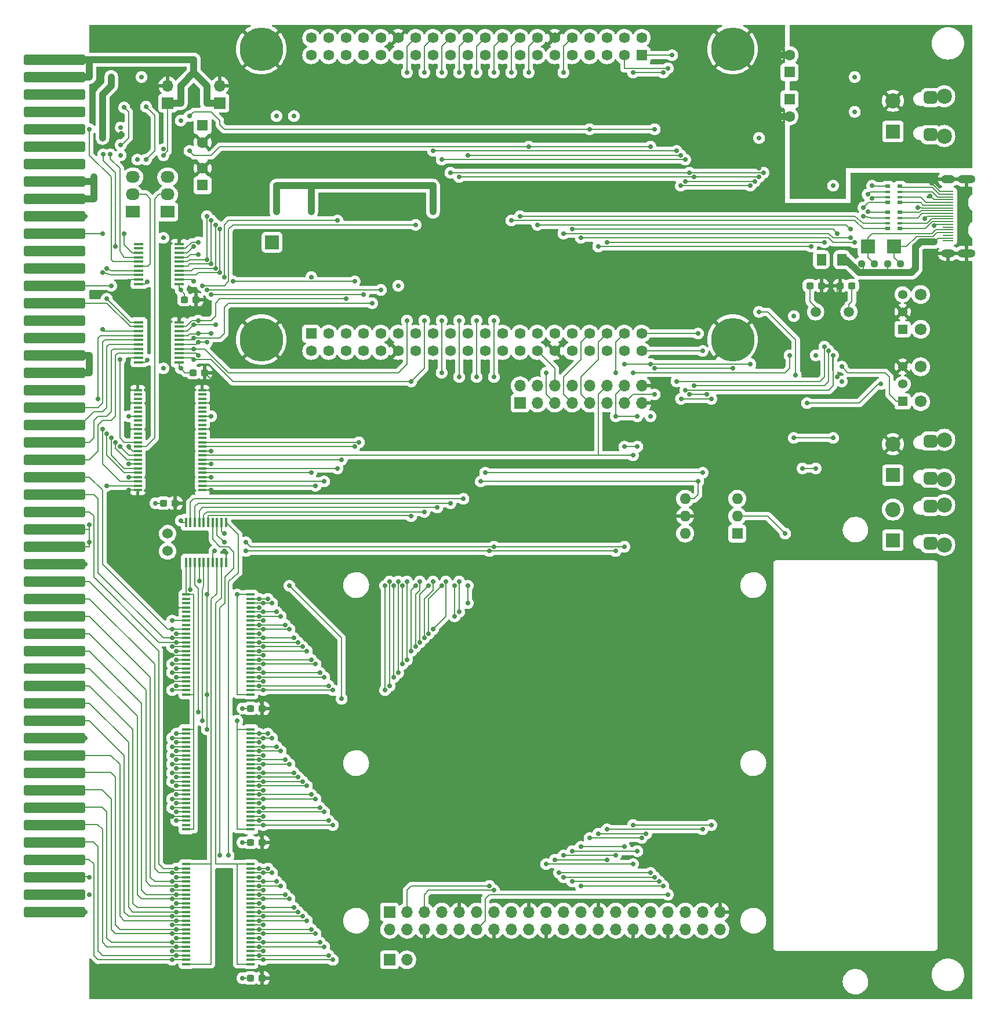
<source format=gtl>
G04 #@! TF.GenerationSoftware,KiCad,Pcbnew,(6.0.5-0)*
G04 #@! TF.CreationDate,2022-09-21T23:29:34+09:00*
G04 #@! TF.ProjectId,kepler-x,6b65706c-6572-42d7-982e-6b696361645f,rev?*
G04 #@! TF.SameCoordinates,Original*
G04 #@! TF.FileFunction,Copper,L1,Top*
G04 #@! TF.FilePolarity,Positive*
%FSLAX46Y46*%
G04 Gerber Fmt 4.6, Leading zero omitted, Abs format (unit mm)*
G04 Created by KiCad (PCBNEW (6.0.5-0)) date 2022-09-21 23:29:34*
%MOMM*%
%LPD*%
G01*
G04 APERTURE LIST*
G04 Aperture macros list*
%AMRoundRect*
0 Rectangle with rounded corners*
0 $1 Rounding radius*
0 $2 $3 $4 $5 $6 $7 $8 $9 X,Y pos of 4 corners*
0 Add a 4 corners polygon primitive as box body*
4,1,4,$2,$3,$4,$5,$6,$7,$8,$9,$2,$3,0*
0 Add four circle primitives for the rounded corners*
1,1,$1+$1,$2,$3*
1,1,$1+$1,$4,$5*
1,1,$1+$1,$6,$7*
1,1,$1+$1,$8,$9*
0 Add four rect primitives between the rounded corners*
20,1,$1+$1,$2,$3,$4,$5,0*
20,1,$1+$1,$4,$5,$6,$7,0*
20,1,$1+$1,$6,$7,$8,$9,0*
20,1,$1+$1,$8,$9,$2,$3,0*%
G04 Aperture macros list end*
G04 #@! TA.AperFunction,ConnectorPad*
%ADD10RoundRect,0.300000X-4.200000X-0.450000X4.200000X-0.450000X4.200000X0.450000X-4.200000X0.450000X0*%
G04 #@! TD*
G04 #@! TA.AperFunction,ComponentPad*
%ADD11C,1.500000*%
G04 #@! TD*
G04 #@! TA.AperFunction,SMDPad,CuDef*
%ADD12RoundRect,0.237500X-0.300000X-0.237500X0.300000X-0.237500X0.300000X0.237500X-0.300000X0.237500X0*%
G04 #@! TD*
G04 #@! TA.AperFunction,SMDPad,CuDef*
%ADD13RoundRect,0.250001X0.462499X0.624999X-0.462499X0.624999X-0.462499X-0.624999X0.462499X-0.624999X0*%
G04 #@! TD*
G04 #@! TA.AperFunction,SMDPad,CuDef*
%ADD14R,1.200000X0.400000*%
G04 #@! TD*
G04 #@! TA.AperFunction,ComponentPad*
%ADD15R,1.358000X1.358000*%
G04 #@! TD*
G04 #@! TA.AperFunction,ComponentPad*
%ADD16C,1.358000*%
G04 #@! TD*
G04 #@! TA.AperFunction,ComponentPad*
%ADD17C,1.725000*%
G04 #@! TD*
G04 #@! TA.AperFunction,SMDPad,CuDef*
%ADD18RoundRect,0.237500X-0.250000X-0.237500X0.250000X-0.237500X0.250000X0.237500X-0.250000X0.237500X0*%
G04 #@! TD*
G04 #@! TA.AperFunction,SMDPad,CuDef*
%ADD19RoundRect,0.237500X0.300000X0.237500X-0.300000X0.237500X-0.300000X-0.237500X0.300000X-0.237500X0*%
G04 #@! TD*
G04 #@! TA.AperFunction,ComponentPad*
%ADD20R,1.700000X1.700000*%
G04 #@! TD*
G04 #@! TA.AperFunction,ComponentPad*
%ADD21O,1.700000X1.700000*%
G04 #@! TD*
G04 #@! TA.AperFunction,SMDPad,CuDef*
%ADD22R,1.450000X0.450000*%
G04 #@! TD*
G04 #@! TA.AperFunction,ComponentPad*
%ADD23R,2.032000X1.727200*%
G04 #@! TD*
G04 #@! TA.AperFunction,ComponentPad*
%ADD24O,2.032000X1.727200*%
G04 #@! TD*
G04 #@! TA.AperFunction,SMDPad,CuDef*
%ADD25R,0.800000X0.500000*%
G04 #@! TD*
G04 #@! TA.AperFunction,SMDPad,CuDef*
%ADD26R,0.800000X0.400000*%
G04 #@! TD*
G04 #@! TA.AperFunction,ComponentPad*
%ADD27R,1.600000X1.600000*%
G04 #@! TD*
G04 #@! TA.AperFunction,ComponentPad*
%ADD28O,1.600000X1.600000*%
G04 #@! TD*
G04 #@! TA.AperFunction,ComponentPad*
%ADD29R,2.000000X2.000000*%
G04 #@! TD*
G04 #@! TA.AperFunction,ComponentPad*
%ADD30R,1.590000X1.590000*%
G04 #@! TD*
G04 #@! TA.AperFunction,ComponentPad*
%ADD31C,1.590000*%
G04 #@! TD*
G04 #@! TA.AperFunction,ComponentPad*
%ADD32C,6.350000*%
G04 #@! TD*
G04 #@! TA.AperFunction,ComponentPad*
%ADD33O,2.000000X1.250000*%
G04 #@! TD*
G04 #@! TA.AperFunction,ComponentPad*
%ADD34O,2.600000X1.220000*%
G04 #@! TD*
G04 #@! TA.AperFunction,ComponentPad*
%ADD35O,2.600000X1.200000*%
G04 #@! TD*
G04 #@! TA.AperFunction,ComponentPad*
%ADD36O,2.000000X1.200000*%
G04 #@! TD*
G04 #@! TA.AperFunction,SMDPad,CuDef*
%ADD37R,1.600000X0.230000*%
G04 #@! TD*
G04 #@! TA.AperFunction,ComponentPad*
%ADD38R,2.100000X2.100000*%
G04 #@! TD*
G04 #@! TA.AperFunction,ComponentPad*
%ADD39C,2.200000*%
G04 #@! TD*
G04 #@! TA.AperFunction,ComponentPad*
%ADD40RoundRect,0.450000X0.550000X0.450000X-0.550000X0.450000X-0.550000X-0.450000X0.550000X-0.450000X0*%
G04 #@! TD*
G04 #@! TA.AperFunction,SMDPad,CuDef*
%ADD41R,0.450000X1.450000*%
G04 #@! TD*
G04 #@! TA.AperFunction,ComponentPad*
%ADD42C,1.524000*%
G04 #@! TD*
G04 #@! TA.AperFunction,ComponentPad*
%ADD43C,1.600000*%
G04 #@! TD*
G04 #@! TA.AperFunction,ViaPad*
%ADD44C,0.700000*%
G04 #@! TD*
G04 #@! TA.AperFunction,Conductor*
%ADD45C,0.200000*%
G04 #@! TD*
G04 #@! TA.AperFunction,Conductor*
%ADD46C,1.000000*%
G04 #@! TD*
G04 APERTURE END LIST*
D10*
X35555000Y-163830000D03*
X35555000Y-161290000D03*
X35555000Y-158750000D03*
X35555000Y-156210000D03*
X35555000Y-153670000D03*
X35555000Y-151130000D03*
X35555000Y-148590000D03*
X35555000Y-146050000D03*
X35555000Y-143510000D03*
X35555000Y-140970000D03*
X35555000Y-138430000D03*
X35555000Y-135890000D03*
X35555000Y-133350000D03*
X35555000Y-130810000D03*
X35555000Y-128270000D03*
X35555000Y-125730000D03*
X35555000Y-123190000D03*
X35555000Y-120650000D03*
X35555000Y-118110000D03*
X35555000Y-115570000D03*
X35555000Y-113030000D03*
X35555000Y-110490000D03*
X35555000Y-107950000D03*
X35555000Y-105410000D03*
X35555000Y-102870000D03*
X35555000Y-100330000D03*
X35555000Y-97790000D03*
X35555000Y-95250000D03*
X35555000Y-92710000D03*
X35555000Y-90170000D03*
X35555000Y-87630000D03*
X35555000Y-85090000D03*
X35555000Y-82550000D03*
X35555000Y-80010000D03*
X35555000Y-77470000D03*
X35555000Y-74930000D03*
X35555000Y-72390000D03*
X35555000Y-69850000D03*
X35555000Y-67310000D03*
X35555000Y-64770000D03*
X35555000Y-62230000D03*
X35555000Y-59690000D03*
X35555000Y-57150000D03*
X35555000Y-54610000D03*
X35555000Y-52070000D03*
X35555000Y-49530000D03*
X35555000Y-46990000D03*
X35555000Y-44450000D03*
X35555000Y-41910000D03*
X35555000Y-39370000D03*
D11*
X146685000Y-76200000D03*
X151565000Y-76200000D03*
D12*
X64161500Y-173482000D03*
X65886500Y-173482000D03*
D13*
X150495000Y-68580000D03*
X147520000Y-68580000D03*
D14*
X47701200Y-87630000D03*
X47701200Y-88265000D03*
X47701200Y-88900000D03*
X47701200Y-89535000D03*
X47701200Y-90170000D03*
X47701200Y-90805000D03*
X47701200Y-91440000D03*
X47701200Y-92075000D03*
X47701200Y-92710000D03*
X47701200Y-93345000D03*
X47701200Y-93980000D03*
X47701200Y-94615000D03*
X47701200Y-95250000D03*
X47701200Y-95885000D03*
X47701200Y-96520000D03*
X47701200Y-97155000D03*
X47701200Y-97790000D03*
X47701200Y-98425000D03*
X47701200Y-99060000D03*
X47701200Y-99695000D03*
X47701200Y-100330000D03*
X47701200Y-100965000D03*
X47701200Y-101600000D03*
X47701200Y-102235000D03*
X57101200Y-102235000D03*
X57101200Y-101600000D03*
X57101200Y-100965000D03*
X57101200Y-100330000D03*
X57101200Y-99695000D03*
X57101200Y-99060000D03*
X57101200Y-98425000D03*
X57101200Y-97790000D03*
X57101200Y-97155000D03*
X57101200Y-96520000D03*
X57101200Y-95885000D03*
X57101200Y-95250000D03*
X57101200Y-94615000D03*
X57101200Y-93980000D03*
X57101200Y-93345000D03*
X57101200Y-92710000D03*
X57101200Y-92075000D03*
X57101200Y-91440000D03*
X57101200Y-90805000D03*
X57101200Y-90170000D03*
X57101200Y-89535000D03*
X57101200Y-88900000D03*
X57101200Y-88265000D03*
X57101200Y-87630000D03*
D15*
X159385010Y-78740000D03*
D16*
X159385010Y-76200000D03*
X159385010Y-73660000D03*
D17*
X162005010Y-78740000D03*
X162005010Y-73660000D03*
D18*
X157202500Y-69215000D03*
X159027500Y-69215000D03*
D19*
X151992500Y-72390000D03*
X150267500Y-72390000D03*
D15*
X159385010Y-89297510D03*
D16*
X159385010Y-86757510D03*
X159385010Y-84217510D03*
D17*
X162005010Y-89297510D03*
X162005010Y-84217510D03*
D20*
X103520000Y-89540000D03*
D21*
X103520000Y-87000000D03*
X106060000Y-89540000D03*
X106060000Y-87000000D03*
X108600000Y-89540000D03*
X108600000Y-87000000D03*
X111140000Y-89540000D03*
X111140000Y-87000000D03*
X113680000Y-89540000D03*
X113680000Y-87000000D03*
X116220000Y-89540000D03*
X116220000Y-87000000D03*
X118760000Y-89540000D03*
X118760000Y-87000000D03*
X121300000Y-89540000D03*
X121300000Y-87000000D03*
D22*
X53750000Y-83570000D03*
X53750000Y-82920000D03*
X53750000Y-82270000D03*
X53750000Y-81620000D03*
X53750000Y-80970000D03*
X53750000Y-80320000D03*
X53750000Y-79670000D03*
X53750000Y-79020000D03*
X53750000Y-78370000D03*
X53750000Y-77720000D03*
X47850000Y-77720000D03*
X47850000Y-78370000D03*
X47850000Y-79020000D03*
X47850000Y-79670000D03*
X47850000Y-80320000D03*
X47850000Y-80970000D03*
X47850000Y-81620000D03*
X47850000Y-82270000D03*
X47850000Y-82920000D03*
X47850000Y-83570000D03*
D14*
X64183800Y-151765000D03*
X64183800Y-151130000D03*
X64183800Y-150495000D03*
X64183800Y-149860000D03*
X64183800Y-149225000D03*
X64183800Y-148590000D03*
X64183800Y-147955000D03*
X64183800Y-147320000D03*
X64183800Y-146685000D03*
X64183800Y-146050000D03*
X64183800Y-145415000D03*
X64183800Y-144780000D03*
X64183800Y-144145000D03*
X64183800Y-143510000D03*
X64183800Y-142875000D03*
X64183800Y-142240000D03*
X64183800Y-141605000D03*
X64183800Y-140970000D03*
X64183800Y-140335000D03*
X64183800Y-139700000D03*
X64183800Y-139065000D03*
X64183800Y-138430000D03*
X64183800Y-137795000D03*
X64183800Y-137160000D03*
X54783800Y-137160000D03*
X54783800Y-137795000D03*
X54783800Y-138430000D03*
X54783800Y-139065000D03*
X54783800Y-139700000D03*
X54783800Y-140335000D03*
X54783800Y-140970000D03*
X54783800Y-141605000D03*
X54783800Y-142240000D03*
X54783800Y-142875000D03*
X54783800Y-143510000D03*
X54783800Y-144145000D03*
X54783800Y-144780000D03*
X54783800Y-145415000D03*
X54783800Y-146050000D03*
X54783800Y-146685000D03*
X54783800Y-147320000D03*
X54783800Y-147955000D03*
X54783800Y-148590000D03*
X54783800Y-149225000D03*
X54783800Y-149860000D03*
X54783800Y-150495000D03*
X54783800Y-151130000D03*
X54783800Y-151765000D03*
D23*
X46990000Y-61595000D03*
D24*
X46990000Y-59055000D03*
X46990000Y-56515000D03*
D25*
X157215000Y-57855000D03*
D26*
X157215000Y-58655000D03*
X157215000Y-59455000D03*
D25*
X157215000Y-60255000D03*
X159015000Y-60255000D03*
D26*
X159015000Y-59455000D03*
X159015000Y-58655000D03*
D25*
X159015000Y-57855000D03*
D27*
X135245000Y-108570000D03*
D28*
X135245000Y-106030000D03*
X135245000Y-103490000D03*
X127625000Y-103490000D03*
X127625000Y-106030000D03*
X127625000Y-108570000D03*
D12*
X51461500Y-104140000D03*
X53186500Y-104140000D03*
X54509500Y-74422000D03*
X56234500Y-74422000D03*
D23*
X52070000Y-61605000D03*
D24*
X52070000Y-59065000D03*
X52070000Y-56525000D03*
D20*
X84450000Y-170815000D03*
D21*
X86990000Y-170815000D03*
D18*
X153392500Y-69215000D03*
X155217500Y-69215000D03*
D29*
X158115000Y-66675000D03*
D22*
X53750000Y-72140000D03*
X53750000Y-71490000D03*
X53750000Y-70840000D03*
X53750000Y-70190000D03*
X53750000Y-69540000D03*
X53750000Y-68890000D03*
X53750000Y-68240000D03*
X53750000Y-67590000D03*
X53750000Y-66940000D03*
X53750000Y-66290000D03*
X47850000Y-66290000D03*
X47850000Y-66940000D03*
X47850000Y-67590000D03*
X47850000Y-68240000D03*
X47850000Y-68890000D03*
X47850000Y-69540000D03*
X47850000Y-70190000D03*
X47850000Y-70840000D03*
X47850000Y-71490000D03*
X47850000Y-72140000D03*
D30*
X121285000Y-38735000D03*
D31*
X121285000Y-36195000D03*
X118745000Y-38735000D03*
X118745000Y-36195000D03*
X116205000Y-38735000D03*
X116205000Y-36195000D03*
X113665000Y-38735000D03*
X113665000Y-36195000D03*
X111125000Y-38735000D03*
X111125000Y-36195000D03*
X108585000Y-38735000D03*
X108585000Y-36195000D03*
X106045000Y-38735000D03*
X106045000Y-36195000D03*
X103505000Y-38735000D03*
X103505000Y-36195000D03*
X100965000Y-38735000D03*
X100965000Y-36195000D03*
X98425000Y-38735000D03*
X98425000Y-36195000D03*
X95885000Y-38735000D03*
X95885000Y-36195000D03*
X93345000Y-38735000D03*
X93345000Y-36195000D03*
X90805000Y-38735000D03*
X90805000Y-36195000D03*
X88265000Y-38735000D03*
X88265000Y-36195000D03*
X85725000Y-38735000D03*
X85725000Y-36195000D03*
X83185000Y-38735000D03*
X83185000Y-36195000D03*
X80645000Y-38735000D03*
X80645000Y-36195000D03*
X78105000Y-38735000D03*
X78105000Y-36195000D03*
X75565000Y-38735000D03*
X75565000Y-36195000D03*
X73025000Y-38735000D03*
X73025000Y-36195000D03*
D30*
X73025000Y-79375000D03*
D31*
X73025000Y-81915000D03*
X75565000Y-79375000D03*
X75565000Y-81915000D03*
X78105000Y-79375000D03*
X78105000Y-81915000D03*
X80645000Y-79375000D03*
X80645000Y-81915000D03*
X83185000Y-79375000D03*
X83185000Y-81915000D03*
X85725000Y-79375000D03*
X85725000Y-81915000D03*
X88265000Y-79375000D03*
X88265000Y-81915000D03*
X90805000Y-79375000D03*
X90805000Y-81915000D03*
X93345000Y-79375000D03*
X93345000Y-81915000D03*
X95885000Y-79375000D03*
X95885000Y-81915000D03*
X98425000Y-79375000D03*
X98425000Y-81915000D03*
X100965000Y-79375000D03*
X100965000Y-81915000D03*
X103505000Y-79375000D03*
X103505000Y-81915000D03*
X106045000Y-79375000D03*
X106045000Y-81915000D03*
X108585000Y-79375000D03*
X108585000Y-81915000D03*
X111125000Y-79375000D03*
X111125000Y-81915000D03*
X113665000Y-79375000D03*
X113665000Y-81915000D03*
X116205000Y-79375000D03*
X116205000Y-81915000D03*
X118745000Y-79375000D03*
X118745000Y-81915000D03*
X121285000Y-79375000D03*
X121285000Y-81915000D03*
D32*
X134570000Y-37845000D03*
X134570000Y-80265000D03*
X65740000Y-37845000D03*
X65740000Y-80265000D03*
D12*
X64161500Y-153670000D03*
X65886500Y-153670000D03*
D33*
X166020000Y-56805000D03*
D34*
X168720000Y-56805000D03*
D35*
X168720000Y-67655000D03*
D36*
X166020000Y-67655000D03*
D37*
X166020000Y-65830000D03*
X166020000Y-65430000D03*
X166020000Y-65030000D03*
X166020000Y-64630000D03*
X166020000Y-64230000D03*
X166020000Y-63830000D03*
X166020000Y-63430000D03*
X166020000Y-63030000D03*
X166020000Y-62630000D03*
X166020000Y-62230000D03*
X166020000Y-61830000D03*
X166020000Y-61430000D03*
X166020000Y-61030000D03*
X166020000Y-60630000D03*
X166020000Y-60230000D03*
X166020000Y-59830000D03*
X166020000Y-59430000D03*
X166020000Y-59030000D03*
X166020000Y-58630000D03*
D25*
X157215000Y-61665000D03*
D26*
X157215000Y-62465000D03*
X157215000Y-63265000D03*
D25*
X157215000Y-64065000D03*
X159015000Y-64065000D03*
D26*
X159015000Y-63265000D03*
X159015000Y-62465000D03*
D25*
X159015000Y-61665000D03*
D12*
X145822500Y-72390000D03*
X147547500Y-72390000D03*
D38*
X157965000Y-49875000D03*
D39*
X157965000Y-45375000D03*
X165465000Y-44725000D03*
X165465000Y-50525000D03*
D40*
X163465000Y-50325000D03*
X163465000Y-44925000D03*
D20*
X59690000Y-45720000D03*
D21*
X59690000Y-43180000D03*
D12*
X64161500Y-134112000D03*
X65886500Y-134112000D03*
X55779500Y-85090000D03*
X57504500Y-85090000D03*
D41*
X54735000Y-112780000D03*
X55385000Y-112780000D03*
X56035000Y-112780000D03*
X56685000Y-112780000D03*
X57335000Y-112780000D03*
X57985000Y-112780000D03*
X58635000Y-112780000D03*
X59285000Y-112780000D03*
X59935000Y-112780000D03*
X60585000Y-112780000D03*
X60585000Y-106930000D03*
X59935000Y-106930000D03*
X59285000Y-106930000D03*
X58635000Y-106930000D03*
X57985000Y-106930000D03*
X57335000Y-106930000D03*
X56685000Y-106930000D03*
X56035000Y-106930000D03*
X55385000Y-106930000D03*
X54735000Y-106930000D03*
D42*
X52070000Y-108585000D03*
X52050000Y-111125000D03*
D27*
X142875000Y-41210113D03*
D43*
X142875000Y-38710113D03*
D38*
X157965000Y-100040000D03*
D39*
X157965000Y-95540000D03*
X165465000Y-100690000D03*
X165465000Y-94890000D03*
D40*
X163465000Y-100490000D03*
X163465000Y-95090000D03*
D38*
X157965000Y-109565000D03*
D39*
X157965000Y-105065000D03*
D40*
X163465000Y-104615000D03*
D39*
X165465000Y-110215000D03*
D40*
X163465000Y-110015000D03*
D39*
X165465000Y-104415000D03*
D29*
X154305000Y-66675000D03*
D20*
X84455000Y-163830000D03*
D21*
X84455000Y-166370000D03*
X86995000Y-163830000D03*
X86995000Y-166370000D03*
X89535000Y-163830000D03*
X89535000Y-166370000D03*
X92075000Y-163830000D03*
X92075000Y-166370000D03*
X94615000Y-163830000D03*
X94615000Y-166370000D03*
X97155000Y-163830000D03*
X97155000Y-166370000D03*
X99695000Y-163830000D03*
X99695000Y-166370000D03*
X102235000Y-163830000D03*
X102235000Y-166370000D03*
X104775000Y-163830000D03*
X104775000Y-166370000D03*
X107315000Y-163830000D03*
X107315000Y-166370000D03*
X109855000Y-163830000D03*
X109855000Y-166370000D03*
X112395000Y-163830000D03*
X112395000Y-166370000D03*
X114935000Y-163830000D03*
X114935000Y-166370000D03*
X117475000Y-163830000D03*
X117475000Y-166370000D03*
X120015000Y-163830000D03*
X120015000Y-166370000D03*
X122555000Y-163830000D03*
X122555000Y-166370000D03*
X125095000Y-163830000D03*
X125095000Y-166370000D03*
X127635000Y-163830000D03*
X127635000Y-166370000D03*
X130175000Y-163830000D03*
X130175000Y-166370000D03*
X132715000Y-163830000D03*
X132715000Y-166370000D03*
D14*
X64183800Y-171450000D03*
X64183800Y-170815000D03*
X64183800Y-170180000D03*
X64183800Y-169545000D03*
X64183800Y-168910000D03*
X64183800Y-168275000D03*
X64183800Y-167640000D03*
X64183800Y-167005000D03*
X64183800Y-166370000D03*
X64183800Y-165735000D03*
X64183800Y-165100000D03*
X64183800Y-164465000D03*
X64183800Y-163830000D03*
X64183800Y-163195000D03*
X64183800Y-162560000D03*
X64183800Y-161925000D03*
X64183800Y-161290000D03*
X64183800Y-160655000D03*
X64183800Y-160020000D03*
X64183800Y-159385000D03*
X64183800Y-158750000D03*
X64183800Y-158115000D03*
X64183800Y-157480000D03*
X64183800Y-156845000D03*
X54783800Y-156845000D03*
X54783800Y-157480000D03*
X54783800Y-158115000D03*
X54783800Y-158750000D03*
X54783800Y-159385000D03*
X54783800Y-160020000D03*
X54783800Y-160655000D03*
X54783800Y-161290000D03*
X54783800Y-161925000D03*
X54783800Y-162560000D03*
X54783800Y-163195000D03*
X54783800Y-163830000D03*
X54783800Y-164465000D03*
X54783800Y-165100000D03*
X54783800Y-165735000D03*
X54783800Y-166370000D03*
X54783800Y-167005000D03*
X54783800Y-167640000D03*
X54783800Y-168275000D03*
X54783800Y-168910000D03*
X54783800Y-169545000D03*
X54783800Y-170180000D03*
X54783800Y-170815000D03*
X54783800Y-171450000D03*
D27*
X57150000Y-48959888D03*
D43*
X57150000Y-51459888D03*
D14*
X64183800Y-132080000D03*
X64183800Y-131445000D03*
X64183800Y-130810000D03*
X64183800Y-130175000D03*
X64183800Y-129540000D03*
X64183800Y-128905000D03*
X64183800Y-128270000D03*
X64183800Y-127635000D03*
X64183800Y-127000000D03*
X64183800Y-126365000D03*
X64183800Y-125730000D03*
X64183800Y-125095000D03*
X64183800Y-124460000D03*
X64183800Y-123825000D03*
X64183800Y-123190000D03*
X64183800Y-122555000D03*
X64183800Y-121920000D03*
X64183800Y-121285000D03*
X64183800Y-120650000D03*
X64183800Y-120015000D03*
X64183800Y-119380000D03*
X64183800Y-118745000D03*
X64183800Y-118110000D03*
X64183800Y-117475000D03*
X54783800Y-117475000D03*
X54783800Y-118110000D03*
X54783800Y-118745000D03*
X54783800Y-119380000D03*
X54783800Y-120015000D03*
X54783800Y-120650000D03*
X54783800Y-121285000D03*
X54783800Y-121920000D03*
X54783800Y-122555000D03*
X54783800Y-123190000D03*
X54783800Y-123825000D03*
X54783800Y-124460000D03*
X54783800Y-125095000D03*
X54783800Y-125730000D03*
X54783800Y-126365000D03*
X54783800Y-127000000D03*
X54783800Y-127635000D03*
X54783800Y-128270000D03*
X54783800Y-128905000D03*
X54783800Y-129540000D03*
X54783800Y-130175000D03*
X54783800Y-130810000D03*
X54783800Y-131445000D03*
X54783800Y-132080000D03*
D27*
X142875000Y-45149888D03*
D43*
X142875000Y-47649888D03*
D27*
X57150000Y-57720113D03*
D43*
X57150000Y-55220113D03*
D20*
X52070000Y-45720000D03*
D21*
X52070000Y-43180000D03*
D29*
X67310000Y-66040000D03*
D44*
X163400000Y-59264500D03*
X58420000Y-100330000D03*
X40005000Y-113030000D03*
X66040000Y-165735000D03*
X162600000Y-62600000D03*
X135890000Y-52070000D03*
X140970000Y-38735000D03*
X53340000Y-158750000D03*
X139700000Y-93980000D03*
X65405000Y-47625000D03*
X58420000Y-87630000D03*
X46355000Y-71755000D03*
X38735000Y-163830000D03*
X53340000Y-139065000D03*
X58420000Y-89535000D03*
X65405000Y-69215000D03*
X66040000Y-146050000D03*
X60325000Y-111125000D03*
X45260497Y-50150000D03*
X138430000Y-68580000D03*
X65786000Y-133096000D03*
X48350000Y-50500000D03*
X144145000Y-97790000D03*
X65405000Y-142875000D03*
X149860000Y-74295000D03*
X46355000Y-83185000D03*
X140647500Y-60637500D03*
X146050000Y-78105000D03*
X140970000Y-50800000D03*
X47450000Y-50500000D03*
X140335000Y-68580000D03*
X66040000Y-130175000D03*
X38735000Y-62230000D03*
X65786000Y-152654000D03*
X40005000Y-62230000D03*
X142240000Y-68580000D03*
X140970000Y-102870000D03*
X58420000Y-102235000D03*
X38735000Y-113030000D03*
X52705000Y-130175000D03*
X58420000Y-96520000D03*
X46355000Y-87630000D03*
X138430000Y-55245000D03*
X65405000Y-119380000D03*
X66040000Y-169545000D03*
X53340000Y-162560000D03*
X48350000Y-51350000D03*
X40005000Y-163830000D03*
X146685000Y-81280000D03*
X53340000Y-119380000D03*
X135890000Y-53975000D03*
X46355000Y-95885000D03*
X49250000Y-50500000D03*
X46355000Y-100330000D03*
X38735000Y-138430000D03*
X163600000Y-57400000D03*
X53086000Y-102870000D03*
X46355000Y-93345000D03*
X53340000Y-123190000D03*
X40005000Y-138430000D03*
X52705000Y-169545000D03*
X52705000Y-126365000D03*
X52705000Y-149860000D03*
X65405000Y-139065000D03*
X48350000Y-49600000D03*
X65405000Y-123190000D03*
X53975000Y-76835000D03*
X66040000Y-126365000D03*
X65405000Y-158750000D03*
X161600000Y-61000000D03*
X149860000Y-85725000D03*
X53975000Y-65405000D03*
X52705000Y-165735000D03*
X46355000Y-89535000D03*
X65405000Y-162560000D03*
X40640000Y-158750000D03*
X46355000Y-102235000D03*
X140970000Y-47625000D03*
X66040000Y-149860000D03*
X53340000Y-142875000D03*
X52705000Y-146050000D03*
X164000000Y-63639500D03*
X65786000Y-172466000D03*
X58420000Y-93345000D03*
X52705000Y-170815000D03*
X53340000Y-170180000D03*
X53340000Y-168910000D03*
X52705000Y-168275000D03*
X52705000Y-167005000D03*
X53340000Y-166370000D03*
X53340000Y-165100000D03*
X52705000Y-164465000D03*
X53340000Y-163830000D03*
X52705000Y-163195000D03*
X52705000Y-161925000D03*
X53340000Y-161290000D03*
X53340000Y-160020000D03*
X52705000Y-159385000D03*
X52705000Y-158115000D03*
X53340000Y-157480000D03*
X62992000Y-134112000D03*
X45212000Y-53340000D03*
X53340000Y-167640000D03*
X62992000Y-153670000D03*
X73025000Y-59055000D03*
X53975000Y-84455000D03*
X65405000Y-128270000D03*
X58420000Y-98425000D03*
X58420000Y-91440000D03*
X73025000Y-61595000D03*
X53340000Y-128270000D03*
X73025000Y-71120000D03*
X138430000Y-50800000D03*
X143510000Y-76835000D03*
X45212000Y-49276000D03*
X122555000Y-91440000D03*
X66040000Y-121285000D03*
X73025000Y-57785000D03*
X53975000Y-73025000D03*
X150495000Y-86360000D03*
X46355000Y-91440000D03*
X52705000Y-121285000D03*
X73025000Y-60325000D03*
X67945000Y-57785000D03*
X90805000Y-57785000D03*
X62992000Y-173482000D03*
X67945000Y-47625000D03*
X65405000Y-167640000D03*
X58930000Y-111125000D03*
X52705000Y-140970000D03*
X53340000Y-147955000D03*
X52705000Y-160655000D03*
X67945000Y-61595000D03*
X50292000Y-104140000D03*
X90805000Y-61595000D03*
X53975000Y-106680000D03*
X65405000Y-147955000D03*
X90805000Y-60325000D03*
X53975000Y-48260000D03*
X66040000Y-140970000D03*
X67945000Y-60325000D03*
X66040000Y-160655000D03*
X51435000Y-65405000D03*
X51435000Y-84455000D03*
X67945000Y-59055000D03*
X90805000Y-59055000D03*
X146685000Y-82550000D03*
X46355000Y-98425000D03*
X152400000Y-46990000D03*
X149225000Y-57785000D03*
X152400000Y-41910000D03*
X55370000Y-116745498D03*
X62230000Y-117475000D03*
X62230000Y-135890000D03*
X56515000Y-134620000D03*
X56690353Y-115524199D03*
X57150000Y-135890000D03*
X57785000Y-137160000D03*
X57785000Y-132080000D03*
X57785000Y-117475000D03*
X147320000Y-68580000D03*
X85725000Y-72390000D03*
X51440373Y-52455124D03*
X49100412Y-71780677D03*
X70485000Y-47625000D03*
X49100412Y-83210677D03*
X156210000Y-86724020D03*
X145415000Y-89535000D03*
X53340000Y-150495000D03*
X53340000Y-149225000D03*
X52705000Y-148590000D03*
X52705000Y-147320000D03*
X53340000Y-146685000D03*
X53340000Y-145415000D03*
X52705000Y-144780000D03*
X53340000Y-144145000D03*
X52705000Y-143510000D03*
X52705000Y-142240000D03*
X53340000Y-141605000D03*
X53340000Y-140335000D03*
X52705000Y-139700000D03*
X52705000Y-138430000D03*
X53340000Y-137795000D03*
X52705000Y-131445000D03*
X53340000Y-130810000D03*
X53340000Y-129540000D03*
X52705000Y-128905000D03*
X52705000Y-127635000D03*
X53340000Y-127000000D03*
X53340000Y-125730000D03*
X52705000Y-125095000D03*
X60960000Y-155575000D03*
X60325000Y-108585000D03*
X59690000Y-155575000D03*
X87630000Y-106045000D03*
X89535000Y-41275000D03*
X87630000Y-86360000D03*
X55880000Y-83185000D03*
X89535000Y-77470000D03*
X92075000Y-77470000D03*
X97155000Y-41275000D03*
X92075000Y-85090000D03*
X89535000Y-105410000D03*
X94615000Y-77470000D03*
X91440000Y-104775000D03*
X94615000Y-85725000D03*
X97155000Y-77470000D03*
X93345000Y-104140000D03*
X97155000Y-85725000D03*
X99695000Y-41275000D03*
X99695000Y-77470000D03*
X95250000Y-103505000D03*
X99695000Y-85725000D03*
X143775001Y-85459999D03*
X138430000Y-76200000D03*
X40640000Y-41910000D03*
X40640000Y-39370000D03*
X51435000Y-53340000D03*
X55880000Y-41275000D03*
X40640000Y-107315000D03*
X48260000Y-41910000D03*
X47625000Y-53975000D03*
X40640000Y-109855000D03*
X41275000Y-56515000D03*
X42545000Y-50800000D03*
X43815000Y-41910000D03*
X45720000Y-46355000D03*
X45212000Y-51816000D03*
X117475000Y-111125000D03*
X122555000Y-83820000D03*
X55245000Y-52705000D03*
X99060000Y-160020000D03*
X117475000Y-91440000D03*
X104775000Y-41275000D03*
X137160000Y-83820000D03*
X118745000Y-83820000D03*
X63500000Y-111125000D03*
X122555000Y-52070000D03*
X120650000Y-91440000D03*
X104775000Y-52070000D03*
X99060000Y-111125000D03*
X134620000Y-84455000D03*
X123190000Y-84455000D03*
X120650000Y-95885000D03*
X123190000Y-49530000D03*
X113665000Y-49530000D03*
X55245000Y-47625000D03*
X118745000Y-110490000D03*
X99695000Y-160655000D03*
X99695000Y-110490000D03*
X63500000Y-109855000D03*
X123190000Y-88265000D03*
X60325000Y-109855000D03*
X118745000Y-95885000D03*
X56515000Y-67800012D03*
X77470000Y-132715000D03*
X69850000Y-116205000D03*
X127635000Y-53975000D03*
X137795000Y-57150000D03*
X92075000Y-41275000D03*
X92075000Y-53975000D03*
X149225000Y-82550000D03*
X127660500Y-87630000D03*
X125095000Y-161290000D03*
X127635000Y-57150000D03*
X122555000Y-158115000D03*
X109220000Y-158115000D03*
X120015000Y-41275000D03*
X109855000Y-158750000D03*
X123190000Y-158750000D03*
X124460000Y-41275000D03*
X112395000Y-160020000D03*
X124460000Y-160020000D03*
X125730000Y-38735000D03*
X123825000Y-159385000D03*
X111125000Y-159385000D03*
X125095000Y-40640000D03*
X107315000Y-85090000D03*
X116205000Y-156210000D03*
X108585000Y-156210000D03*
X128270000Y-55880000D03*
X130810000Y-88265000D03*
X128270000Y-88265000D03*
X93345000Y-55880000D03*
X139065000Y-55880000D03*
X138430000Y-56515000D03*
X94615000Y-56515000D03*
X128905000Y-56515000D03*
X94615000Y-41275000D03*
X148567039Y-81892039D03*
X128905000Y-86995000D03*
X147955000Y-58420000D03*
X144780000Y-50800000D03*
X157480000Y-53975000D03*
X157480000Y-52070000D03*
X48895000Y-53975000D03*
X48895000Y-46228000D03*
X56515000Y-66040000D03*
X55880000Y-66675000D03*
X57785000Y-62230000D03*
X57785000Y-68580000D03*
X56515000Y-77470000D03*
X78105000Y-74295000D03*
X79375000Y-71755000D03*
X59055000Y-78105000D03*
X61595000Y-71755000D03*
X55880000Y-78105000D03*
X58420000Y-79375000D03*
X56515000Y-79375000D03*
X80645000Y-73660000D03*
X58420000Y-73660000D03*
X81915000Y-74930000D03*
X55880000Y-80010000D03*
X58420000Y-69215000D03*
X58420000Y-62865000D03*
X59055000Y-63500000D03*
X59055000Y-69850000D03*
X59690000Y-64135000D03*
X59690000Y-70485000D03*
X55880000Y-71755000D03*
X76835000Y-62865000D03*
X60325000Y-71120000D03*
X57785000Y-73025000D03*
X83185000Y-72999500D03*
X57785000Y-80645000D03*
X56515000Y-80645000D03*
X86995000Y-41275000D03*
X86995000Y-77470000D03*
X55880000Y-81599500D03*
X56515000Y-82550000D03*
X57150000Y-72390000D03*
X88265000Y-63500000D03*
X114935000Y-66675000D03*
X146050000Y-66675000D03*
X154940000Y-57785000D03*
X147955000Y-66040000D03*
X154285759Y-59055000D03*
X116205000Y-66040000D03*
X154940000Y-59625500D03*
X112395000Y-65405000D03*
X152400000Y-66040000D03*
X111125000Y-64135000D03*
X149860000Y-64770000D03*
X153670000Y-60960000D03*
X109855000Y-41275000D03*
X151765000Y-65405000D03*
X154305000Y-61595000D03*
X109855000Y-64770000D03*
X106045000Y-63500000D03*
X151765000Y-64135000D03*
X153670000Y-62230000D03*
X103505000Y-62230000D03*
X102235000Y-41275000D03*
X102235000Y-62865000D03*
X53340000Y-124460000D03*
X52705000Y-123825000D03*
X52705000Y-122555000D03*
X43815000Y-72390000D03*
X45085000Y-95885000D03*
X45714500Y-64770000D03*
X42545000Y-64770000D03*
X43180000Y-101600000D03*
X40640000Y-161290000D03*
X41910000Y-88900000D03*
X42545000Y-93345000D03*
X43180000Y-93980000D03*
X42545000Y-78740000D03*
X43815000Y-94615000D03*
X43180000Y-74295000D03*
X44450000Y-95250000D03*
X42545000Y-70485000D03*
X43180000Y-69850000D03*
X40640000Y-49530000D03*
X42672624Y-53212376D03*
X44450000Y-66675000D03*
X45085000Y-83185000D03*
X66040000Y-170815000D03*
X83820000Y-116205000D03*
X76200000Y-151130000D03*
X76200000Y-131445000D03*
X66040000Y-151130000D03*
X83820000Y-131445000D03*
X66040000Y-131445000D03*
X76200000Y-170815000D03*
X84455000Y-130810000D03*
X75565000Y-170180000D03*
X65405000Y-130810000D03*
X75565000Y-130810000D03*
X84455000Y-115570000D03*
X65405000Y-150495000D03*
X65405000Y-170180000D03*
X75565000Y-150495000D03*
X85090000Y-116205000D03*
X85090000Y-129540000D03*
X74930000Y-149225000D03*
X65405000Y-129540000D03*
X65405000Y-168910000D03*
X74930000Y-129540000D03*
X65405000Y-149225000D03*
X74930000Y-168910000D03*
X66040000Y-168275000D03*
X74295000Y-128905000D03*
X74295000Y-168275000D03*
X74295000Y-148590000D03*
X66040000Y-148590000D03*
X85725000Y-128905000D03*
X85725000Y-115570000D03*
X66040000Y-128905000D03*
X73660000Y-167005000D03*
X66040000Y-127635000D03*
X86360000Y-116205000D03*
X73660000Y-127635000D03*
X66040000Y-147320000D03*
X73660000Y-147320000D03*
X66040000Y-167005000D03*
X86360000Y-127635000D03*
X65405000Y-166370000D03*
X86995000Y-115570000D03*
X73025000Y-166370000D03*
X65405000Y-127000000D03*
X86995000Y-127000000D03*
X73025000Y-127000000D03*
X73025000Y-146685000D03*
X65405000Y-146685000D03*
X88265000Y-116205000D03*
X72390000Y-165100000D03*
X65405000Y-145415000D03*
X87630000Y-125730000D03*
X65405000Y-125730000D03*
X72390000Y-125730000D03*
X65405000Y-165100000D03*
X72390000Y-145415000D03*
X66040000Y-125095000D03*
X71755000Y-125095000D03*
X71755000Y-164465000D03*
X88265000Y-125095000D03*
X66040000Y-144780000D03*
X88900000Y-115570000D03*
X66040000Y-164465000D03*
X71755000Y-144780000D03*
X65405000Y-163830000D03*
X71120000Y-144145000D03*
X71120000Y-124460000D03*
X88900000Y-124460000D03*
X65405000Y-144145000D03*
X90170000Y-116205000D03*
X65405000Y-124460000D03*
X71120000Y-163830000D03*
X70485000Y-143510000D03*
X70485000Y-123825000D03*
X66040000Y-163195000D03*
X66040000Y-143510000D03*
X90805000Y-115570000D03*
X89535000Y-123825000D03*
X66040000Y-123825000D03*
X70485000Y-163195000D03*
X69850000Y-142240000D03*
X66040000Y-142240000D03*
X69850000Y-122555000D03*
X66040000Y-122555000D03*
X90170000Y-123190000D03*
X66040000Y-161925000D03*
X92075000Y-116205000D03*
X69850000Y-161925000D03*
X92710000Y-115570000D03*
X65405000Y-121920000D03*
X69215000Y-141605000D03*
X65405000Y-141605000D03*
X69215000Y-161290000D03*
X65405000Y-161290000D03*
X90805000Y-122555000D03*
X69215000Y-121920000D03*
X93980000Y-120650000D03*
X68580000Y-160020000D03*
X68580000Y-140335000D03*
X65405000Y-160020000D03*
X68580000Y-120650000D03*
X65405000Y-120650000D03*
X65405000Y-140335000D03*
X93980000Y-116205000D03*
X66040000Y-139700000D03*
X66040000Y-159385000D03*
X66040000Y-120015000D03*
X94615000Y-120015000D03*
X67945000Y-120015000D03*
X94615000Y-115570000D03*
X67945000Y-159385000D03*
X67945000Y-139700000D03*
X95885000Y-118745000D03*
X67310000Y-118745000D03*
X67310000Y-138430000D03*
X67310000Y-158115000D03*
X66040000Y-138430000D03*
X95885000Y-116205000D03*
X66040000Y-118745000D03*
X66040000Y-158115000D03*
X66675000Y-118110000D03*
X65405000Y-157480000D03*
X65405000Y-118110000D03*
X66675000Y-137795000D03*
X65405000Y-137795000D03*
X66675000Y-157480000D03*
X90805000Y-52705000D03*
X126365000Y-86360000D03*
X147955000Y-81280000D03*
X126365000Y-52705000D03*
X95885000Y-53340000D03*
X137160000Y-57785000D03*
X131445000Y-88900000D03*
X127025500Y-88900000D03*
X127000000Y-53340000D03*
X127000000Y-57785000D03*
X73660000Y-101600000D03*
X73025000Y-99695000D03*
X74930000Y-100965000D03*
X76835000Y-99060000D03*
X77470000Y-97790000D03*
X120015000Y-85090000D03*
X120015000Y-97155000D03*
X120015000Y-151130000D03*
X131445000Y-151130000D03*
X142875000Y-82550000D03*
X79375000Y-95885000D03*
X80010000Y-95250000D03*
X43687376Y-53212376D03*
X109855000Y-155575000D03*
X117475000Y-155575000D03*
X120015000Y-156845000D03*
X107315000Y-156845000D03*
X120650000Y-154940000D03*
X111125000Y-154940000D03*
X118745000Y-154305000D03*
X112395000Y-154305000D03*
X121285000Y-153035000D03*
X113665000Y-153035000D03*
X121920000Y-152400000D03*
X114935000Y-152400000D03*
X130175000Y-151765000D03*
X116205000Y-151765000D03*
X117475000Y-85090000D03*
X129540000Y-100965000D03*
X129514500Y-79375000D03*
X97790000Y-100965000D03*
X130175000Y-81915000D03*
X130175000Y-99695000D03*
X98425000Y-99695000D03*
X149225000Y-94615000D03*
X143510000Y-94615000D03*
X146685000Y-99060000D03*
X144780000Y-99060000D03*
X142240000Y-108585000D03*
X150495000Y-84200498D03*
D45*
X166020000Y-58630000D02*
X164830000Y-58630000D01*
X164830000Y-58630000D02*
X163600000Y-57400000D01*
X159015000Y-57855000D02*
X159169511Y-58009511D01*
X159169511Y-58009511D02*
X163701073Y-58009511D01*
X163701073Y-58009511D02*
X164721562Y-59030000D01*
X164721562Y-59030000D02*
X166020000Y-59030000D01*
X166020000Y-59430000D02*
X164523807Y-59430000D01*
X164523807Y-59430000D02*
X163748807Y-58655000D01*
X163748807Y-58655000D02*
X159015000Y-58655000D01*
X166020000Y-60230000D02*
X162775000Y-60230000D01*
X162775000Y-60230000D02*
X162000000Y-59455000D01*
X162000000Y-59455000D02*
X159015000Y-59455000D01*
X166020000Y-60630000D02*
X162375000Y-60630000D01*
X162375000Y-60630000D02*
X162000000Y-60255000D01*
X162000000Y-60255000D02*
X159015000Y-60255000D01*
X161600000Y-61000000D02*
X162630000Y-61030000D01*
X162630000Y-61030000D02*
X166020000Y-61030000D01*
X163400000Y-59264500D02*
X163965500Y-59830000D01*
X163965500Y-59830000D02*
X166020000Y-59830000D01*
X166020000Y-61430000D02*
X162200000Y-61430000D01*
X162200000Y-61430000D02*
X161800000Y-61665000D01*
X161800000Y-61665000D02*
X159015000Y-61665000D01*
X166420000Y-61830000D02*
X162235000Y-61830000D01*
X162235000Y-61830000D02*
X161600000Y-62465000D01*
X161600000Y-62465000D02*
X159015000Y-62465000D01*
X162600000Y-62600000D02*
X163000000Y-62230000D01*
X163000000Y-62230000D02*
X166020000Y-62230000D01*
X159015000Y-63265000D02*
X163000000Y-63265000D01*
X163000000Y-63265000D02*
X163635000Y-62630000D01*
X163635000Y-62630000D02*
X166020000Y-62630000D01*
X166420000Y-63030000D02*
X163743438Y-63030000D01*
X163743438Y-63030000D02*
X162708438Y-64065000D01*
X162708438Y-64065000D02*
X159015000Y-64065000D01*
X166020000Y-63430000D02*
X164209500Y-63430000D01*
X164209500Y-63430000D02*
X164000000Y-63639500D01*
X166020000Y-64230000D02*
X164219011Y-64230000D01*
X164219011Y-64230000D02*
X163679011Y-64770000D01*
X163679011Y-64770000D02*
X154940000Y-64770000D01*
X154940000Y-64770000D02*
X154305000Y-65405000D01*
X154305000Y-65405000D02*
X154305000Y-66675000D01*
X166020000Y-64630000D02*
X164370000Y-64630000D01*
X164370000Y-64630000D02*
X163800000Y-65200000D01*
X163800000Y-65200000D02*
X161400000Y-65200000D01*
X161400000Y-65200000D02*
X159925000Y-66675000D01*
X159925000Y-66675000D02*
X158115000Y-66675000D01*
X166020000Y-65430000D02*
X164570000Y-65430000D01*
X164570000Y-65430000D02*
X164000000Y-66000000D01*
X52705000Y-146050000D02*
X55293800Y-146050000D01*
X47701200Y-96520000D02*
X46990000Y-96520000D01*
X64156400Y-126365000D02*
X66040000Y-126365000D01*
X149860000Y-72797500D02*
X149860000Y-74295000D01*
X65405000Y-162560000D02*
X64183800Y-162560000D01*
X64281400Y-169545000D02*
X66040000Y-169545000D01*
X54783800Y-158750000D02*
X53340000Y-158750000D01*
X65405000Y-158750000D02*
X64232600Y-158750000D01*
X65886500Y-152754500D02*
X65786000Y-152654000D01*
D46*
X142875000Y-38710113D02*
X140994887Y-38710113D01*
D45*
X52705000Y-165735000D02*
X54783800Y-165735000D01*
X65405000Y-139065000D02*
X64107600Y-139065000D01*
X53186500Y-102970500D02*
X53086000Y-102870000D01*
X58420000Y-86005500D02*
X58420000Y-87630000D01*
D46*
X140994887Y-38710113D02*
X140970000Y-38735000D01*
D45*
X40540000Y-158650000D02*
X40640000Y-158750000D01*
X56234500Y-74422000D02*
X56234500Y-75210500D01*
X55293800Y-139065000D02*
X53340000Y-139065000D01*
X56234500Y-75210500D02*
X54610000Y-76835000D01*
X60585000Y-112780000D02*
X60585000Y-111385000D01*
X66040000Y-165735000D02*
X64183800Y-165735000D01*
X57101200Y-93345000D02*
X58420000Y-93345000D01*
X65886500Y-133196500D02*
X65786000Y-133096000D01*
X65886500Y-153670000D02*
X65886500Y-152754500D01*
X64183800Y-130175000D02*
X66116200Y-130175000D01*
X35555000Y-158650000D02*
X40540000Y-158650000D01*
X65886500Y-172566500D02*
X65786000Y-172466000D01*
X53750000Y-65630000D02*
X53975000Y-65405000D01*
X38635000Y-163730000D02*
X38735000Y-163830000D01*
X57101200Y-89535000D02*
X58420000Y-89535000D01*
X52705000Y-169545000D02*
X54783800Y-169545000D01*
X65886500Y-134112000D02*
X65886500Y-133196500D01*
X35555000Y-163730000D02*
X38635000Y-163730000D01*
X52705000Y-126365000D02*
X54783800Y-126365000D01*
D46*
X140994888Y-47649888D02*
X140970000Y-47625000D01*
D45*
X46620000Y-71490000D02*
X46355000Y-71755000D01*
X150267500Y-72390000D02*
X149860000Y-72797500D01*
X47701200Y-102235000D02*
X46355000Y-102235000D01*
X57101200Y-87630000D02*
X58420000Y-87630000D01*
X64156400Y-146050000D02*
X66040000Y-146050000D01*
X57101200Y-96520000D02*
X58420000Y-96520000D01*
X57504500Y-85090000D02*
X58420000Y-86005500D01*
X52705000Y-130175000D02*
X54783800Y-130175000D01*
X46990000Y-96520000D02*
X46355000Y-95885000D01*
X57101200Y-102235000D02*
X58420000Y-102235000D01*
X53750000Y-77720000D02*
X53750000Y-77060000D01*
X53750000Y-66290000D02*
X53750000Y-65630000D01*
X47701200Y-100330000D02*
X46355000Y-100330000D01*
X54783800Y-123190000D02*
X53340000Y-123190000D01*
D46*
X142875000Y-47649888D02*
X140994888Y-47649888D01*
D45*
X150267500Y-72390000D02*
X147547500Y-72390000D01*
X52705000Y-149860000D02*
X55293800Y-149860000D01*
X47850000Y-82920000D02*
X46620000Y-82920000D01*
X65405000Y-123190000D02*
X64107600Y-123190000D01*
X47701200Y-93345000D02*
X46355000Y-93345000D01*
X54783800Y-119380000D02*
X53340000Y-119380000D01*
X65886500Y-173482000D02*
X65886500Y-172619500D01*
X47701200Y-87630000D02*
X46355000Y-87630000D01*
X53750000Y-77060000D02*
X53975000Y-76835000D01*
X53186500Y-104140000D02*
X53186500Y-102970500D01*
X65886500Y-173482000D02*
X65886500Y-172566500D01*
X57101200Y-100330000D02*
X58420000Y-100330000D01*
X65405000Y-142875000D02*
X64107600Y-142875000D01*
X47701200Y-89535000D02*
X46355000Y-89535000D01*
X55293800Y-142875000D02*
X53340000Y-142875000D01*
X47850000Y-71490000D02*
X46620000Y-71490000D01*
X60585000Y-111385000D02*
X60325000Y-111125000D01*
X64156400Y-149860000D02*
X66040000Y-149860000D01*
X54610000Y-76835000D02*
X53975000Y-76835000D01*
X54783800Y-162560000D02*
X53340000Y-162560000D01*
X65405000Y-119380000D02*
X64107600Y-119380000D01*
X46620000Y-82920000D02*
X46355000Y-83185000D01*
X52705000Y-170815000D02*
X54783800Y-170815000D01*
X41275000Y-156845000D02*
X40540000Y-156110000D01*
X52705000Y-170815000D02*
X41910000Y-170815000D01*
X40540000Y-156110000D02*
X35555000Y-156110000D01*
X41275000Y-170180000D02*
X41275000Y-156845000D01*
X41910000Y-170815000D02*
X41275000Y-170180000D01*
X41910000Y-169545000D02*
X41910000Y-154305000D01*
X42545000Y-170180000D02*
X41910000Y-169545000D01*
X54783800Y-170180000D02*
X53340000Y-170180000D01*
X53340000Y-170180000D02*
X42545000Y-170180000D01*
X41175000Y-153570000D02*
X35555000Y-153570000D01*
X41910000Y-154305000D02*
X41175000Y-153570000D01*
X41810000Y-151030000D02*
X35555000Y-151030000D01*
X53340000Y-168910000D02*
X43180000Y-168910000D01*
X42545000Y-151765000D02*
X41810000Y-151030000D01*
X54783800Y-168910000D02*
X53340000Y-168910000D01*
X43180000Y-168910000D02*
X42545000Y-168275000D01*
X42545000Y-168275000D02*
X42545000Y-151765000D01*
X42445000Y-148490000D02*
X35555000Y-148490000D01*
X52705000Y-168275000D02*
X43815000Y-168275000D01*
X43180000Y-149225000D02*
X42445000Y-148490000D01*
X43180000Y-167640000D02*
X43180000Y-149225000D01*
X43815000Y-168275000D02*
X43180000Y-167640000D01*
X52705000Y-168275000D02*
X54783800Y-168275000D01*
X43815000Y-147320000D02*
X42445000Y-145950000D01*
X44450000Y-167005000D02*
X43815000Y-166370000D01*
X52705000Y-167005000D02*
X54783800Y-167005000D01*
X52705000Y-167005000D02*
X44450000Y-167005000D01*
X43815000Y-166370000D02*
X43815000Y-147320000D01*
X42445000Y-145950000D02*
X35555000Y-145950000D01*
X44450000Y-144145000D02*
X43715000Y-143410000D01*
X53340000Y-166370000D02*
X45085000Y-166370000D01*
X44450000Y-165735000D02*
X44450000Y-144145000D01*
X54783800Y-166370000D02*
X53340000Y-166370000D01*
X43715000Y-143410000D02*
X35555000Y-143410000D01*
X45085000Y-166370000D02*
X44450000Y-165735000D01*
X45085000Y-142240000D02*
X43715000Y-140970000D01*
X53340000Y-165100000D02*
X45720000Y-165100000D01*
X45085000Y-164465000D02*
X45085000Y-142240000D01*
X54783800Y-165100000D02*
X53340000Y-165100000D01*
X43715000Y-140970000D02*
X35555000Y-140970000D01*
X45720000Y-165100000D02*
X45085000Y-164465000D01*
X35555000Y-135890000D02*
X40640000Y-135890000D01*
X45720000Y-140970000D02*
X45720000Y-163830000D01*
X40640000Y-135890000D02*
X45720000Y-140970000D01*
X46355000Y-164465000D02*
X45720000Y-163830000D01*
X52705000Y-164465000D02*
X46355000Y-164465000D01*
X54783800Y-164465000D02*
X52705000Y-164465000D01*
X46990000Y-163830000D02*
X46355000Y-163195000D01*
X40640000Y-133350000D02*
X46355000Y-139065000D01*
X46355000Y-139065000D02*
X46355000Y-163195000D01*
X35555000Y-133350000D02*
X40640000Y-133350000D01*
X53340000Y-163830000D02*
X46990000Y-163830000D01*
X54783800Y-163830000D02*
X53340000Y-163830000D01*
X40640000Y-130810000D02*
X46990000Y-137160000D01*
X46990000Y-137160000D02*
X46990000Y-137795000D01*
X47625000Y-163195000D02*
X46990000Y-162560000D01*
X52705000Y-163195000D02*
X47625000Y-163195000D01*
X46990000Y-162560000D02*
X46990000Y-137795000D01*
X35555000Y-130810000D02*
X40640000Y-130810000D01*
X52705000Y-163195000D02*
X54783800Y-163195000D01*
X47625000Y-135255000D02*
X47625000Y-161290000D01*
X48260000Y-161925000D02*
X52705000Y-161925000D01*
X35555000Y-128270000D02*
X40640000Y-128270000D01*
X40640000Y-128270000D02*
X47625000Y-135255000D01*
X52705000Y-161925000D02*
X54783800Y-161925000D01*
X47625000Y-161290000D02*
X48260000Y-161925000D01*
X48895000Y-161290000D02*
X48260000Y-160655000D01*
X48260000Y-160655000D02*
X48260000Y-134620000D01*
X35555000Y-125730000D02*
X40640000Y-125730000D01*
X54783800Y-161290000D02*
X53340000Y-161290000D01*
X53340000Y-161290000D02*
X48895000Y-161290000D01*
X40640000Y-125730000D02*
X48260000Y-133350000D01*
X48260000Y-133350000D02*
X48260000Y-134620000D01*
X54783800Y-160020000D02*
X53340000Y-160020000D01*
X35555000Y-123190000D02*
X40640000Y-123190000D01*
X49530000Y-160020000D02*
X48895000Y-159385000D01*
X53340000Y-160020000D02*
X49530000Y-160020000D01*
X40640000Y-123190000D02*
X48895000Y-131445000D01*
X48895000Y-159385000D02*
X48895000Y-131445000D01*
X40640000Y-120650000D02*
X49530000Y-129540000D01*
X49530000Y-158750000D02*
X49530000Y-129540000D01*
X35555000Y-120650000D02*
X40640000Y-120650000D01*
X50165000Y-159385000D02*
X49530000Y-158750000D01*
X52705000Y-159385000D02*
X50165000Y-159385000D01*
X52705000Y-159385000D02*
X54783800Y-159385000D01*
X50165000Y-127635000D02*
X50165000Y-128270000D01*
X40640000Y-118110000D02*
X50165000Y-127635000D01*
X50800000Y-158115000D02*
X50165000Y-157480000D01*
X50165000Y-157480000D02*
X50165000Y-128270000D01*
X35555000Y-118110000D02*
X40640000Y-118110000D01*
X52705000Y-158115000D02*
X54783800Y-158115000D01*
X52705000Y-158115000D02*
X50800000Y-158115000D01*
X50800000Y-125730000D02*
X50800000Y-156845000D01*
X54783800Y-157480000D02*
X53340000Y-157480000D01*
X40640000Y-115570000D02*
X50800000Y-125730000D01*
X50800000Y-156845000D02*
X51435000Y-157480000D01*
X35555000Y-115570000D02*
X40640000Y-115570000D01*
X51435000Y-157480000D02*
X53340000Y-157480000D01*
D46*
X67945000Y-57785000D02*
X67945000Y-61595000D01*
D45*
X58635000Y-112780000D02*
X58635000Y-111420000D01*
X57101200Y-91440000D02*
X58420000Y-91440000D01*
X64161500Y-153670000D02*
X62992000Y-153670000D01*
X47701200Y-91440000D02*
X46355000Y-91440000D01*
X52705000Y-160655000D02*
X54783800Y-160655000D01*
X64156400Y-140970000D02*
X66040000Y-140970000D01*
X54509500Y-73559500D02*
X53975000Y-73025000D01*
X64161500Y-134112000D02*
X62992000Y-134112000D01*
X54783800Y-128270000D02*
X53340000Y-128270000D01*
X52705000Y-140970000D02*
X55293800Y-140970000D01*
X65405000Y-128270000D02*
X64107600Y-128270000D01*
X65405000Y-167640000D02*
X64183800Y-167640000D01*
D46*
X73025000Y-57785000D02*
X67945000Y-57785000D01*
D45*
X55293800Y-147955000D02*
X53340000Y-147955000D01*
X54610000Y-85090000D02*
X53975000Y-84455000D01*
X64281400Y-160655000D02*
X66040000Y-160655000D01*
X53750000Y-83570000D02*
X53750000Y-84230000D01*
X57101200Y-98425000D02*
X58420000Y-98425000D01*
X54783800Y-167640000D02*
X53340000Y-167640000D01*
X58635000Y-111420000D02*
X58930000Y-111125000D01*
D46*
X90805000Y-60325000D02*
X90805000Y-61595000D01*
D45*
X55779500Y-85090000D02*
X54610000Y-85090000D01*
X54735000Y-106930000D02*
X54225000Y-106930000D01*
D46*
X73025000Y-57785000D02*
X90805000Y-57785000D01*
D45*
X64161500Y-173482000D02*
X62992000Y-173482000D01*
X54783800Y-121285000D02*
X52705000Y-121285000D01*
X64156400Y-121285000D02*
X66040000Y-121285000D01*
D46*
X90805000Y-57785000D02*
X90805000Y-59055000D01*
X73025000Y-61595000D02*
X73025000Y-57785000D01*
D45*
X51461500Y-104140000D02*
X50292000Y-104140000D01*
X53750000Y-72140000D02*
X53750000Y-72800000D01*
X53750000Y-84230000D02*
X53975000Y-84455000D01*
D46*
X90805000Y-59055000D02*
X90805000Y-60325000D01*
D45*
X54225000Y-106930000D02*
X53975000Y-106680000D01*
X54509500Y-74422000D02*
X54509500Y-73559500D01*
X47701200Y-98425000D02*
X46355000Y-98425000D01*
X65405000Y-147955000D02*
X64107600Y-147955000D01*
X53750000Y-72800000D02*
X53975000Y-73025000D01*
X146685000Y-76200000D02*
X146685000Y-75565000D01*
X146685000Y-75565000D02*
X145822500Y-74702500D01*
X145822500Y-74702500D02*
X145822500Y-72390000D01*
X151992500Y-74702500D02*
X151992500Y-72390000D01*
X151565000Y-76200000D02*
X151565000Y-75130000D01*
X151565000Y-75130000D02*
X151992500Y-74702500D01*
D46*
X153670000Y-70485000D02*
X157480000Y-70485000D01*
X160655000Y-70485000D02*
X161290000Y-69850000D01*
D45*
X153392500Y-69215000D02*
X153670000Y-69492500D01*
D46*
X157480000Y-70485000D02*
X160655000Y-70485000D01*
X151130000Y-68580000D02*
X153035000Y-70485000D01*
X162000000Y-66000000D02*
X164000000Y-66000000D01*
X161800000Y-66200000D02*
X162000000Y-66000000D01*
X161325000Y-66675000D02*
X161800000Y-66200000D01*
D45*
X157202500Y-69215000D02*
X157202500Y-70207500D01*
D46*
X161290000Y-66675000D02*
X161325000Y-66675000D01*
D45*
X157202500Y-70207500D02*
X157480000Y-70485000D01*
X153670000Y-69492500D02*
X153670000Y-70485000D01*
D46*
X161290000Y-69850000D02*
X161290000Y-66675000D01*
X153035000Y-70485000D02*
X153670000Y-70485000D01*
D45*
X55880000Y-117475000D02*
X54783800Y-117475000D01*
X55880000Y-132080000D02*
X54783800Y-132080000D01*
X54735000Y-117426200D02*
X54783800Y-117475000D01*
X54735000Y-112780000D02*
X54735000Y-117426200D01*
X55880000Y-151765000D02*
X55880000Y-137160000D01*
X54783800Y-151765000D02*
X55880000Y-151765000D01*
X55880000Y-137160000D02*
X55880000Y-132080000D01*
X55880000Y-132080000D02*
X55880000Y-117475000D01*
X55880000Y-137160000D02*
X54783800Y-137160000D01*
X55385000Y-112780000D02*
X55385000Y-116730498D01*
X64183800Y-132080000D02*
X62230000Y-132080000D01*
X62230000Y-132080000D02*
X62230000Y-117475000D01*
X55385000Y-116730498D02*
X55370000Y-116745498D01*
X64183800Y-117475000D02*
X62230000Y-117475000D01*
X64183800Y-151765000D02*
X62230000Y-151765000D01*
X56515000Y-134620000D02*
X56515000Y-116591260D01*
X62230000Y-137160000D02*
X64183800Y-137160000D01*
X56035000Y-116111260D02*
X56039738Y-116115998D01*
X62230000Y-137160000D02*
X62230000Y-135890000D01*
X62230000Y-151765000D02*
X62230000Y-137160000D01*
X56515000Y-116591260D02*
X56039738Y-116115998D01*
X56035000Y-112780000D02*
X56035000Y-116111260D01*
X56685000Y-112780000D02*
X56685000Y-115518846D01*
X56685000Y-115518846D02*
X56690353Y-115524199D01*
X57335000Y-112780000D02*
X57335000Y-116205000D01*
X57335000Y-116205000D02*
X57150000Y-116840000D01*
X57150000Y-116840000D02*
X57150000Y-135890000D01*
X57985000Y-117400000D02*
X57985000Y-112780000D01*
X57785000Y-132080000D02*
X57785000Y-137160000D01*
X57785000Y-117475000D02*
X57785000Y-132080000D01*
X57785000Y-117475000D02*
X57985000Y-117400000D01*
X49100412Y-71780677D02*
X48741089Y-72140000D01*
X155845980Y-86724020D02*
X156210000Y-86724020D01*
X49100412Y-83210677D02*
X48741089Y-83570000D01*
X48741089Y-72140000D02*
X47850000Y-72140000D01*
X153035000Y-89535000D02*
X155845980Y-86724020D01*
X145415000Y-89535000D02*
X153035000Y-89535000D01*
X48741089Y-83570000D02*
X47850000Y-83570000D01*
X58420000Y-156845000D02*
X54783800Y-156845000D01*
X58420000Y-156845000D02*
X58420000Y-171450000D01*
X58420000Y-118110000D02*
X58420000Y-156845000D01*
X59285000Y-112780000D02*
X59285000Y-117370000D01*
X59285000Y-117370000D02*
X58420000Y-118110000D01*
X58420000Y-171450000D02*
X54783800Y-171450000D01*
X55293800Y-150495000D02*
X53340000Y-150495000D01*
X55293800Y-149225000D02*
X53340000Y-149225000D01*
X52705000Y-148590000D02*
X55293800Y-148590000D01*
X52705000Y-147320000D02*
X55293800Y-147320000D01*
X55293800Y-146685000D02*
X53340000Y-146685000D01*
X55293800Y-145415000D02*
X53340000Y-145415000D01*
X55293800Y-144780000D02*
X52705000Y-144780000D01*
X55293800Y-144145000D02*
X53340000Y-144145000D01*
X52705000Y-143510000D02*
X55293800Y-143510000D01*
X52705000Y-142240000D02*
X55293800Y-142240000D01*
X55293800Y-141605000D02*
X53340000Y-141605000D01*
X55293800Y-140335000D02*
X53340000Y-140335000D01*
X52705000Y-139700000D02*
X55293800Y-139700000D01*
X52705000Y-138430000D02*
X55293800Y-138430000D01*
X55293800Y-137795000D02*
X53340000Y-137795000D01*
X54783800Y-131445000D02*
X52705000Y-131445000D01*
X54783800Y-130810000D02*
X53340000Y-130810000D01*
X54783800Y-129540000D02*
X53340000Y-129540000D01*
X52705000Y-128905000D02*
X54783800Y-128905000D01*
X52705000Y-127635000D02*
X54783800Y-127635000D01*
X53340000Y-127000000D02*
X54783800Y-127000000D01*
X54783800Y-125730000D02*
X53340000Y-125730000D01*
X52705000Y-125095000D02*
X54783800Y-125095000D01*
X59055000Y-118745000D02*
X59055000Y-156845000D01*
X59935000Y-117990000D02*
X59055000Y-118745000D01*
X62230000Y-171450000D02*
X62230000Y-156845000D01*
X59055000Y-156845000D02*
X64183800Y-156845000D01*
X64183800Y-171450000D02*
X62230000Y-171450000D01*
X59935000Y-112780000D02*
X59935000Y-117990000D01*
X62355000Y-108700000D02*
X60585000Y-106930000D01*
X60960000Y-115570000D02*
X62355000Y-114300000D01*
X62355000Y-114300000D02*
X62355000Y-108700000D01*
X60960000Y-155575000D02*
X60960000Y-115570000D01*
X59935000Y-106930000D02*
X59935000Y-108195000D01*
X59935000Y-108195000D02*
X60325000Y-108585000D01*
X58635000Y-109435000D02*
X58635000Y-106930000D01*
X59690000Y-155575000D02*
X59690000Y-119380000D01*
X61720000Y-111250000D02*
X60960000Y-110490000D01*
X59690000Y-110490000D02*
X58635000Y-109435000D01*
X61720000Y-113665000D02*
X61720000Y-111250000D01*
X60960000Y-110490000D02*
X59690000Y-110490000D01*
X60450000Y-118745000D02*
X60450000Y-114935000D01*
X60450000Y-114935000D02*
X61720000Y-113665000D01*
X59690000Y-119380000D02*
X60450000Y-118745000D01*
X89535000Y-37465000D02*
X90805000Y-36195000D01*
X53750000Y-82920000D02*
X55615000Y-82920000D01*
X87630000Y-86360000D02*
X61595000Y-86360000D01*
X57985000Y-106930000D02*
X57985000Y-106005000D01*
X89535000Y-41275000D02*
X89535000Y-37465000D01*
X87530489Y-105945489D02*
X87630000Y-106045000D01*
X89535000Y-84455000D02*
X87630000Y-86360000D01*
X58044511Y-105945489D02*
X87530489Y-105945489D01*
X89535000Y-77470000D02*
X89535000Y-84455000D01*
X61595000Y-86360000D02*
X58420000Y-83185000D01*
X58420000Y-83185000D02*
X55880000Y-83185000D01*
X55615000Y-82920000D02*
X55880000Y-83185000D01*
X57985000Y-106005000D02*
X58044511Y-105945489D01*
X92075000Y-77470000D02*
X92075000Y-85090000D01*
X97155000Y-41275000D02*
X97155000Y-37465000D01*
X57335000Y-105860000D02*
X57335000Y-106930000D01*
X89535000Y-105410000D02*
X57785000Y-105410000D01*
X97155000Y-37465000D02*
X98425000Y-36195000D01*
X57785000Y-105410000D02*
X57335000Y-105860000D01*
X57150000Y-104775000D02*
X56685000Y-105240000D01*
X91440000Y-104775000D02*
X57150000Y-104775000D01*
X56685000Y-105240000D02*
X56685000Y-106930000D01*
X94615000Y-85725000D02*
X94615000Y-77470000D01*
X56035000Y-104620000D02*
X56035000Y-106930000D01*
X97155000Y-77470000D02*
X97155000Y-85725000D01*
X99695000Y-41275000D02*
X99695000Y-37465000D01*
X56515000Y-104140000D02*
X56035000Y-104620000D01*
X99695000Y-37465000D02*
X100965000Y-36195000D01*
X93345000Y-104140000D02*
X56515000Y-104140000D01*
X55385000Y-104000000D02*
X55385000Y-106930000D01*
X55880000Y-103505000D02*
X55385000Y-104000000D01*
X95250000Y-103505000D02*
X55880000Y-103505000D01*
X99695000Y-77470000D02*
X99695000Y-85725000D01*
X139700000Y-76200000D02*
X138430000Y-76200000D01*
X143775001Y-80275001D02*
X139700000Y-76200000D01*
X143775001Y-85459999D02*
X143775001Y-80275001D01*
D46*
X40640000Y-39370000D02*
X55880000Y-39370000D01*
D45*
X52070000Y-52715760D02*
X52070000Y-45720000D01*
D46*
X53975000Y-43180000D02*
X53975000Y-45720000D01*
X55880000Y-39370000D02*
X55880000Y-41275000D01*
X55880000Y-41275000D02*
X57785000Y-43180000D01*
X57785000Y-43180000D02*
X57785000Y-45720000D01*
X53975000Y-45720000D02*
X52070000Y-45720000D01*
D45*
X51445761Y-53340000D02*
X52070000Y-52715760D01*
X51435000Y-53340000D02*
X51445761Y-53340000D01*
D46*
X35555000Y-41910000D02*
X40640000Y-41910000D01*
X40640000Y-41910000D02*
X40640000Y-39370000D01*
X57785000Y-45720000D02*
X59690000Y-45720000D01*
X55880000Y-41275000D02*
X53975000Y-43180000D01*
X40640000Y-39370000D02*
X35555000Y-39370000D01*
D45*
X40640000Y-110490000D02*
X40640000Y-107950000D01*
X35555000Y-110490000D02*
X40640000Y-110490000D01*
X40640000Y-107950000D02*
X40640000Y-107315000D01*
X40640000Y-107950000D02*
X35555000Y-107950000D01*
D46*
X43815000Y-41910000D02*
X43815000Y-43180000D01*
X42545000Y-44450000D02*
X42545000Y-50800000D01*
X41275000Y-59690000D02*
X35555000Y-59690000D01*
X35555000Y-57150000D02*
X41275000Y-57150000D01*
X41275000Y-57150000D02*
X41275000Y-56515000D01*
X41275000Y-57150000D02*
X41275000Y-59690000D01*
X43815000Y-43180000D02*
X42545000Y-44450000D01*
D45*
X46355000Y-46990000D02*
X45720000Y-46355000D01*
X46355000Y-50800000D02*
X46355000Y-46990000D01*
X45339000Y-51816000D02*
X46355000Y-50800000D01*
X45212000Y-51816000D02*
X45339000Y-51816000D01*
X155217500Y-69215000D02*
X154305000Y-68302500D01*
X154305000Y-68302500D02*
X154305000Y-66675000D01*
X158115000Y-68302500D02*
X158115000Y-66675000D01*
X159027500Y-69215000D02*
X158115000Y-68302500D01*
X55880000Y-53340000D02*
X58420000Y-53340000D01*
X118760000Y-87000000D02*
X117495000Y-88265000D01*
X104775000Y-37465000D02*
X104775000Y-41275000D01*
X58420000Y-53340000D02*
X59690000Y-52070000D01*
X86995000Y-160655000D02*
X87630000Y-160020000D01*
X106045000Y-111125000D02*
X117475000Y-111125000D01*
X122555000Y-83820000D02*
X137160000Y-83820000D01*
X64750000Y-111125000D02*
X63500000Y-111125000D01*
X117475000Y-88265000D02*
X117475000Y-91440000D01*
X87630000Y-160020000D02*
X99060000Y-160020000D01*
X117495000Y-88265000D02*
X117475000Y-88265000D01*
X118745000Y-83820000D02*
X122555000Y-83820000D01*
X64750000Y-111125000D02*
X106045000Y-111125000D01*
X122555000Y-52070000D02*
X104775000Y-52070000D01*
X55245000Y-52705000D02*
X55880000Y-53340000D01*
X59690000Y-52070000D02*
X104775000Y-52070000D01*
X106045000Y-36195000D02*
X104775000Y-37465000D01*
X86995000Y-163830000D02*
X86995000Y-160655000D01*
X117475000Y-91440000D02*
X120650000Y-91440000D01*
X123190000Y-49530000D02*
X113665000Y-49530000D01*
X60325000Y-49530000D02*
X59690000Y-48895000D01*
X63500000Y-109855000D02*
X64135000Y-110490000D01*
X118760000Y-89540000D02*
X120015000Y-88285000D01*
X99695000Y-160655000D02*
X90170000Y-160655000D01*
X89535000Y-161290000D02*
X89535000Y-163830000D01*
X59285000Y-108815000D02*
X59285000Y-106930000D01*
X120015000Y-88285000D02*
X120015000Y-88265000D01*
X90170000Y-160655000D02*
X89535000Y-161290000D01*
X58420000Y-46990000D02*
X55880000Y-46990000D01*
X123190000Y-84455000D02*
X134620000Y-84455000D01*
X55880000Y-46990000D02*
X55245000Y-47625000D01*
X117475000Y-49530000D02*
X60325000Y-49530000D01*
X59690000Y-48260000D02*
X58420000Y-46990000D01*
X60325000Y-109855000D02*
X59285000Y-108815000D01*
X120650000Y-95885000D02*
X118745000Y-95885000D01*
X106680000Y-110490000D02*
X66675000Y-110490000D01*
X99695000Y-110490000D02*
X118745000Y-110490000D01*
X66675000Y-110490000D02*
X64135000Y-110490000D01*
X59690000Y-48895000D02*
X59690000Y-48260000D01*
X120015000Y-88265000D02*
X123190000Y-88265000D01*
X77470000Y-132715000D02*
X77470000Y-123825000D01*
X77470000Y-123825000D02*
X69850000Y-116205000D01*
X54950000Y-68240000D02*
X53750000Y-68240000D01*
X55389988Y-67800012D02*
X55245000Y-67945000D01*
X56515000Y-67800012D02*
X55389988Y-67800012D01*
X55245000Y-67945000D02*
X54950000Y-68240000D01*
X97155000Y-166370000D02*
X98425000Y-165100000D01*
X149225000Y-86995000D02*
X148590000Y-87630000D01*
X133985000Y-87630000D02*
X127660500Y-87630000D01*
X92075000Y-37465000D02*
X93345000Y-36195000D01*
X149225000Y-82550000D02*
X149225000Y-86995000D01*
X99060000Y-161290000D02*
X125095000Y-161290000D01*
X98425000Y-165100000D02*
X98425000Y-161925000D01*
X148590000Y-87630000D02*
X133985000Y-87630000D01*
X92075000Y-41275000D02*
X92075000Y-37465000D01*
X92075000Y-53975000D02*
X127635000Y-53975000D01*
X137795000Y-57150000D02*
X127635000Y-57150000D01*
X149174799Y-82499799D02*
X149225000Y-86995000D01*
X98425000Y-161925000D02*
X99060000Y-161290000D01*
X122555000Y-158115000D02*
X109220000Y-158115000D01*
X123190000Y-158750000D02*
X109855000Y-158750000D01*
X124460000Y-41275000D02*
X120015000Y-41275000D01*
X124460000Y-160020000D02*
X112395000Y-160020000D01*
X121285000Y-38735000D02*
X125730000Y-38735000D01*
X118745000Y-40640000D02*
X118745000Y-38735000D01*
X125095000Y-40640000D02*
X118745000Y-40640000D01*
X111125000Y-159385000D02*
X123825000Y-159385000D01*
X108585000Y-156210000D02*
X116205000Y-156210000D01*
X107315000Y-85090000D02*
X107315000Y-88265000D01*
X107325000Y-88265000D02*
X108600000Y-89540000D01*
X107315000Y-88265000D02*
X107325000Y-88265000D01*
X119380000Y-55880000D02*
X98425000Y-55880000D01*
X119380000Y-55880000D02*
X120650000Y-55880000D01*
X120650000Y-55880000D02*
X139065000Y-55880000D01*
X98425000Y-55880000D02*
X93345000Y-55880000D01*
X130810000Y-88265000D02*
X128270000Y-88265000D01*
X121920000Y-56515000D02*
X128905000Y-56515000D01*
X148567039Y-86382961D02*
X148567039Y-81892039D01*
X121920000Y-56515000D02*
X100965000Y-56515000D01*
X94615000Y-41275000D02*
X94615000Y-37465000D01*
X94615000Y-37465000D02*
X95885000Y-36195000D01*
X128905000Y-86995000D02*
X147955000Y-86995000D01*
X128905000Y-56515000D02*
X138430000Y-56515000D01*
X100965000Y-56515000D02*
X94615000Y-56515000D01*
X147955000Y-86995000D02*
X148567039Y-86382961D01*
X50165000Y-47498000D02*
X50165000Y-47625000D01*
X48895000Y-53975000D02*
X50165000Y-52705000D01*
X48895000Y-46228000D02*
X50165000Y-47498000D01*
X50165000Y-52705000D02*
X50165000Y-47625000D01*
X56515000Y-66040000D02*
X55575000Y-66040000D01*
X55575000Y-66040000D02*
X54675000Y-66940000D01*
X54675000Y-66940000D02*
X53750000Y-66940000D01*
X54965000Y-67590000D02*
X53750000Y-67590000D01*
X55880000Y-66675000D02*
X54965000Y-67590000D01*
X57785000Y-68580000D02*
X55245000Y-68580000D01*
X53784520Y-68855480D02*
X54969520Y-68855480D01*
X57785000Y-62230000D02*
X57785000Y-68580000D01*
X53750000Y-68890000D02*
X53784520Y-68855480D01*
X54969520Y-68855480D02*
X55245000Y-68580000D01*
X58420000Y-77470000D02*
X59055000Y-76835000D01*
X59055000Y-74930000D02*
X59690000Y-74295000D01*
X54724736Y-78370000D02*
X53750000Y-78370000D01*
X59055000Y-76835000D02*
X59055000Y-74930000D01*
X56515000Y-77470000D02*
X58420000Y-77470000D01*
X56515000Y-77470000D02*
X55624736Y-77470000D01*
X55624736Y-77470000D02*
X54724736Y-78370000D01*
X59690000Y-74295000D02*
X78105000Y-74295000D01*
X55880000Y-78105000D02*
X54965000Y-79020000D01*
X79375000Y-71755000D02*
X61595000Y-71755000D01*
X59055000Y-78105000D02*
X55880000Y-78105000D01*
X54965000Y-79020000D02*
X53750000Y-79020000D01*
X56515000Y-79375000D02*
X58420000Y-79375000D01*
X55245000Y-79399520D02*
X56625480Y-79399520D01*
X54974520Y-79670000D02*
X55245000Y-79399520D01*
X80645000Y-73660000D02*
X58420000Y-73660000D01*
X53750000Y-79670000D02*
X54974520Y-79670000D01*
X53750000Y-80320000D02*
X55570000Y-80320000D01*
X60325000Y-75565000D02*
X60960000Y-74930000D01*
X60325000Y-79375000D02*
X60325000Y-75565000D01*
X55570000Y-80320000D02*
X55880000Y-80010000D01*
X59690000Y-80010000D02*
X60325000Y-79375000D01*
X60960000Y-74930000D02*
X81915000Y-74930000D01*
X55880000Y-80010000D02*
X59690000Y-80010000D01*
X55299520Y-69215000D02*
X54974520Y-69540000D01*
X58420000Y-62865000D02*
X58420000Y-69215000D01*
X54974520Y-69540000D02*
X53750000Y-69540000D01*
X58420000Y-69215000D02*
X56515000Y-69215000D01*
X56515000Y-69215000D02*
X55299520Y-69215000D01*
X55540000Y-70190000D02*
X55880000Y-69850000D01*
X59055000Y-69850000D02*
X55880000Y-69850000D01*
X53750000Y-70190000D02*
X55540000Y-70190000D01*
X59055000Y-63500000D02*
X59055000Y-69850000D01*
X53750000Y-70840000D02*
X56160000Y-70840000D01*
X59690000Y-70485000D02*
X56515000Y-70485000D01*
X59690000Y-64135000D02*
X59690000Y-70485000D01*
X56160000Y-70840000D02*
X56515000Y-70485000D01*
X60325000Y-63500000D02*
X60960000Y-62865000D01*
X55880000Y-71755000D02*
X55545000Y-71490000D01*
X76835000Y-62865000D02*
X62230000Y-62865000D01*
X55545000Y-71490000D02*
X53750000Y-71490000D01*
X60960000Y-62865000D02*
X62230000Y-62865000D01*
X60325000Y-71120000D02*
X60325000Y-63500000D01*
X71755000Y-73025000D02*
X57785000Y-73025000D01*
X53750000Y-80970000D02*
X56190000Y-80970000D01*
X56190000Y-80970000D02*
X56515000Y-80645000D01*
X56515000Y-80645000D02*
X57785000Y-80645000D01*
X83185000Y-72999500D02*
X71755000Y-73025000D01*
X55771274Y-81620000D02*
X55791774Y-81599500D01*
X86995000Y-37465000D02*
X88265000Y-36195000D01*
X85725000Y-85090000D02*
X60960000Y-85090000D01*
X86995000Y-83820000D02*
X85725000Y-85090000D01*
X53750000Y-81620000D02*
X55771274Y-81620000D01*
X60960000Y-85090000D02*
X57469500Y-81599500D01*
X57469500Y-81599500D02*
X55880000Y-81599500D01*
X86995000Y-37465000D02*
X86995000Y-41275000D01*
X86995000Y-77470000D02*
X86995000Y-83820000D01*
X61595000Y-63500000D02*
X88265000Y-63500000D01*
X57150000Y-72390000D02*
X60325000Y-72390000D01*
X60960000Y-71755000D02*
X60960000Y-64135000D01*
X60325000Y-72390000D02*
X60960000Y-71755000D01*
X53750000Y-82270000D02*
X56235000Y-82270000D01*
X60960000Y-64135000D02*
X61595000Y-63500000D01*
X56235000Y-82270000D02*
X56515000Y-82550000D01*
X155010000Y-57855000D02*
X157215000Y-57855000D01*
X154940000Y-57785000D02*
X155010000Y-57855000D01*
X146050000Y-66675000D02*
X114935000Y-66675000D01*
X157215000Y-58655000D02*
X154668472Y-58655000D01*
X147955000Y-66040000D02*
X116205000Y-66040000D01*
X154668472Y-58655000D02*
X154285759Y-59037713D01*
X112395000Y-65405000D02*
X148590000Y-65405000D01*
X155110500Y-59455000D02*
X157215000Y-59455000D01*
X154940000Y-59625500D02*
X155110500Y-59455000D01*
X149225000Y-66040000D02*
X152400000Y-66040000D01*
X148590000Y-65405000D02*
X149225000Y-66040000D01*
X154375000Y-60255000D02*
X157215000Y-60255000D01*
X153670000Y-60960000D02*
X154375000Y-60255000D01*
X149225000Y-64135000D02*
X111125000Y-64135000D01*
X149860000Y-64770000D02*
X149225000Y-64135000D01*
X149225000Y-65405000D02*
X151765000Y-65405000D01*
X111125000Y-36195000D02*
X109855000Y-37465000D01*
X109855000Y-37465000D02*
X109855000Y-41275000D01*
X154305000Y-61595000D02*
X154375000Y-61665000D01*
X109855000Y-64770000D02*
X148590000Y-64770000D01*
X154375000Y-61665000D02*
X157215000Y-61665000D01*
X148590000Y-64770000D02*
X149225000Y-65405000D01*
X151765000Y-64135000D02*
X151130000Y-63500000D01*
X153670000Y-62230000D02*
X154940000Y-62465000D01*
X151130000Y-63500000D02*
X106045000Y-63500000D01*
X154940000Y-62465000D02*
X157215000Y-62465000D01*
X153670000Y-63265000D02*
X157215000Y-63265000D01*
X152400000Y-62230000D02*
X153670000Y-63265000D01*
X103505000Y-62230000D02*
X152400000Y-62230000D01*
X102235000Y-37465000D02*
X103505000Y-36195000D01*
X157215000Y-64065000D02*
X153670000Y-64065000D01*
X153670000Y-64065000D02*
X152400000Y-62865000D01*
X152400000Y-62865000D02*
X102235000Y-62865000D01*
X102235000Y-41275000D02*
X102235000Y-37465000D01*
X49205000Y-69540000D02*
X49530000Y-69215000D01*
X49530000Y-59690000D02*
X48895000Y-59055000D01*
X47850000Y-69540000D02*
X49205000Y-69540000D01*
X49530000Y-69215000D02*
X49530000Y-59690000D01*
X48895000Y-59055000D02*
X46990000Y-59055000D01*
X48895000Y-95885000D02*
X50165000Y-94615000D01*
X50165000Y-94615000D02*
X50165000Y-63500000D01*
X50165000Y-59690000D02*
X50165000Y-63500000D01*
X47701200Y-95885000D02*
X48895000Y-95885000D01*
X52070000Y-59065000D02*
X50810000Y-59065000D01*
X50810000Y-59065000D02*
X50800000Y-59055000D01*
X50800000Y-59055000D02*
X50165000Y-59690000D01*
X40640000Y-105410000D02*
X35555000Y-105410000D01*
X54783800Y-124460000D02*
X53340000Y-124460000D01*
X53340000Y-124460000D02*
X50800000Y-124460000D01*
X50800000Y-124460000D02*
X41275000Y-114935000D01*
X41275000Y-114935000D02*
X41275000Y-106045000D01*
X41275000Y-106045000D02*
X40640000Y-105410000D01*
X51435000Y-123825000D02*
X41910000Y-114300000D01*
X41275000Y-102870000D02*
X35555000Y-102870000D01*
X52705000Y-123825000D02*
X54783800Y-123825000D01*
X41910000Y-103505000D02*
X41275000Y-102870000D01*
X41910000Y-114300000D02*
X41910000Y-103505000D01*
X52705000Y-123825000D02*
X51435000Y-123825000D01*
X52705000Y-122555000D02*
X54783800Y-122555000D01*
X42545000Y-102235000D02*
X40640000Y-100330000D01*
X42545000Y-113030000D02*
X42545000Y-102235000D01*
X52705000Y-122555000D02*
X52070000Y-122555000D01*
X40640000Y-100330000D02*
X35555000Y-100330000D01*
X52070000Y-122555000D02*
X42545000Y-113030000D01*
X47850000Y-82270000D02*
X44730000Y-82270000D01*
X41910000Y-96520000D02*
X40640000Y-97790000D01*
X44730000Y-82270000D02*
X44450000Y-82550000D01*
X44450000Y-82550000D02*
X44450000Y-91440000D01*
X40640000Y-97790000D02*
X35555000Y-97790000D01*
X43815000Y-92075000D02*
X42545000Y-92075000D01*
X41910000Y-92710000D02*
X41910000Y-96520000D01*
X42545000Y-92075000D02*
X41910000Y-92710000D01*
X44450000Y-91440000D02*
X43815000Y-92075000D01*
X43815000Y-81915000D02*
X43815000Y-90805000D01*
X41275000Y-92075000D02*
X41910000Y-91440000D01*
X44110000Y-81620000D02*
X47850000Y-81620000D01*
X43815000Y-90805000D02*
X43180000Y-91440000D01*
X43180000Y-91440000D02*
X41910000Y-91440000D01*
X43815000Y-81915000D02*
X44110000Y-81620000D01*
X35555000Y-95250000D02*
X40640000Y-95250000D01*
X40640000Y-95250000D02*
X41275000Y-94615000D01*
X41275000Y-94615000D02*
X41275000Y-92075000D01*
X43490000Y-80970000D02*
X43180000Y-81280000D01*
X41275000Y-90805000D02*
X39370000Y-92710000D01*
X42545000Y-90805000D02*
X41275000Y-90805000D01*
X47850000Y-80970000D02*
X43490000Y-80970000D01*
X43180000Y-90170000D02*
X42545000Y-90805000D01*
X43180000Y-81280000D02*
X43180000Y-90170000D01*
X39370000Y-92710000D02*
X35555000Y-92710000D01*
X42545000Y-80645000D02*
X42545000Y-89535000D01*
X42870000Y-80320000D02*
X42545000Y-80645000D01*
X35555000Y-90170000D02*
X41910000Y-90170000D01*
X43180000Y-80320000D02*
X42870000Y-80320000D01*
X43180000Y-80320000D02*
X47850000Y-80320000D01*
X42545000Y-89535000D02*
X41910000Y-90170000D01*
D46*
X40640000Y-82550000D02*
X40640000Y-85090000D01*
X35555000Y-82550000D02*
X40640000Y-82550000D01*
X40640000Y-85090000D02*
X35555000Y-85090000D01*
D45*
X35555000Y-74930000D02*
X43180000Y-74930000D01*
X46620000Y-78370000D02*
X47850000Y-78370000D01*
X43180000Y-74930000D02*
X46620000Y-78370000D01*
X46355000Y-97155000D02*
X45085000Y-95885000D01*
X47701200Y-97155000D02*
X46355000Y-97155000D01*
X43815000Y-72390000D02*
X35555000Y-72390000D01*
X47850000Y-67590000D02*
X46925000Y-67590000D01*
X42545000Y-64770000D02*
X35555000Y-64770000D01*
X46925000Y-67590000D02*
X45714500Y-66379500D01*
X45714500Y-66379500D02*
X45714500Y-64770000D01*
X43180000Y-101600000D02*
X47701200Y-101600000D01*
X41910000Y-80010000D02*
X42250000Y-79670000D01*
X42250000Y-79670000D02*
X47850000Y-79670000D01*
X41910000Y-88900000D02*
X41910000Y-80010000D01*
X42545000Y-98425000D02*
X45085000Y-100965000D01*
X42545000Y-93345000D02*
X42545000Y-98425000D01*
X45085000Y-100965000D02*
X47701200Y-100965000D01*
X43180000Y-97155000D02*
X45720000Y-99695000D01*
X45720000Y-99695000D02*
X47701200Y-99695000D01*
X43180000Y-93980000D02*
X43180000Y-97155000D01*
X42545000Y-78740000D02*
X42825000Y-79020000D01*
X42825000Y-79020000D02*
X47850000Y-79020000D01*
X46355000Y-99060000D02*
X45720000Y-99060000D01*
X43815000Y-94615000D02*
X43815000Y-96520000D01*
X43815000Y-97155000D02*
X43815000Y-96520000D01*
X45720000Y-99060000D02*
X43815000Y-97155000D01*
X46355000Y-99060000D02*
X47701200Y-99060000D01*
X43180000Y-74295000D02*
X46605000Y-77720000D01*
X46605000Y-77720000D02*
X47850000Y-77720000D01*
X46099736Y-97790000D02*
X44450000Y-96140264D01*
X44450000Y-96140264D02*
X44450000Y-95250000D01*
X46099736Y-97790000D02*
X47701200Y-97790000D01*
X42545000Y-70485000D02*
X43815000Y-70840000D01*
X43815000Y-70840000D02*
X47850000Y-70840000D01*
X43180000Y-69850000D02*
X43815000Y-70190000D01*
X43815000Y-70190000D02*
X47850000Y-70190000D01*
X40640000Y-49530000D02*
X40640000Y-53340000D01*
X43815000Y-68580000D02*
X44125000Y-68890000D01*
X44125000Y-68890000D02*
X47850000Y-68890000D01*
X40640000Y-53340000D02*
X43815000Y-56515000D01*
X43815000Y-56515000D02*
X43815000Y-68580000D01*
X47701200Y-95250000D02*
X45720000Y-95250000D01*
X42672624Y-53212376D02*
X42672624Y-54102624D01*
X45085000Y-83185000D02*
X45085000Y-94615000D01*
X42672624Y-54102624D02*
X44450000Y-55880000D01*
X45085000Y-94615000D02*
X45720000Y-95250000D01*
X44450000Y-55880000D02*
X44450000Y-66675000D01*
X64232600Y-131445000D02*
X66040000Y-131445000D01*
X83820000Y-116840000D02*
X83820000Y-116205000D01*
X64156400Y-151130000D02*
X66772600Y-151130000D01*
X66040000Y-131445000D02*
X76200000Y-131445000D01*
X66088800Y-151130000D02*
X76200000Y-151130000D01*
X66040000Y-170815000D02*
X64183800Y-170815000D01*
X66040000Y-170815000D02*
X76200000Y-170815000D01*
X83820000Y-131445000D02*
X83820000Y-116840000D01*
X64183800Y-130810000D02*
X65405000Y-130810000D01*
X66213800Y-170180000D02*
X64232600Y-170180000D01*
X66165000Y-130810000D02*
X64183800Y-130810000D01*
X65453800Y-150495000D02*
X75565000Y-150495000D01*
X65578800Y-170180000D02*
X75565000Y-170180000D01*
X84455000Y-130810000D02*
X84455000Y-115570000D01*
X65405000Y-130810000D02*
X65481200Y-130810000D01*
X66088800Y-150495000D02*
X64107600Y-150495000D01*
X65530000Y-130810000D02*
X75565000Y-130810000D01*
X66213800Y-168910000D02*
X64232600Y-168910000D01*
X66088800Y-129540000D02*
X64107600Y-129540000D01*
X65453800Y-149225000D02*
X74930000Y-149225000D01*
X65453800Y-129540000D02*
X74930000Y-129540000D01*
X66088800Y-149225000D02*
X64107600Y-149225000D01*
X85090000Y-129540000D02*
X85090000Y-116205000D01*
X65578800Y-168910000D02*
X74930000Y-168910000D01*
X64156400Y-148590000D02*
X66772600Y-148590000D01*
X64156400Y-128905000D02*
X66772600Y-128905000D01*
X66040000Y-168275000D02*
X74295000Y-168275000D01*
X64281400Y-168275000D02*
X66040000Y-168275000D01*
X66088800Y-128905000D02*
X74295000Y-128905000D01*
X85725000Y-128905000D02*
X85725000Y-115570000D01*
X66088800Y-148590000D02*
X74295000Y-148590000D01*
X64156400Y-147320000D02*
X66772600Y-147320000D01*
X64156400Y-127635000D02*
X66772600Y-127635000D01*
X64183800Y-167005000D02*
X66040000Y-167005000D01*
X86360000Y-127635000D02*
X86360000Y-116205000D01*
X66088800Y-127635000D02*
X73660000Y-127635000D01*
X66040000Y-167005000D02*
X73660000Y-167005000D01*
X66088800Y-147320000D02*
X73660000Y-147320000D01*
X66088800Y-127000000D02*
X64107600Y-127000000D01*
X86995000Y-115570000D02*
X86995000Y-127000000D01*
X65453800Y-146685000D02*
X73025000Y-146685000D01*
X65578800Y-166370000D02*
X73025000Y-166370000D01*
X65453800Y-127000000D02*
X73025000Y-127000000D01*
X66213800Y-166370000D02*
X64232600Y-166370000D01*
X66088800Y-146685000D02*
X64107600Y-146685000D01*
X87630000Y-116840000D02*
X88265000Y-116205000D01*
X65578800Y-165100000D02*
X72390000Y-165100000D01*
X66213800Y-165100000D02*
X64232600Y-165100000D01*
X65453800Y-145415000D02*
X72390000Y-145415000D01*
X66088800Y-145415000D02*
X64107600Y-145415000D01*
X65453800Y-125730000D02*
X72390000Y-125730000D01*
X66088800Y-125730000D02*
X64107600Y-125730000D01*
X87630000Y-125730000D02*
X87630000Y-116840000D01*
X88265000Y-117475000D02*
X88900000Y-116840000D01*
X64156400Y-125095000D02*
X66772600Y-125095000D01*
X88900000Y-116840000D02*
X88900000Y-115570000D01*
X66088800Y-125095000D02*
X71755000Y-125095000D01*
X64156400Y-144780000D02*
X66772600Y-144780000D01*
X88265000Y-125095000D02*
X88265000Y-117475000D01*
X66088800Y-144780000D02*
X71755000Y-144780000D01*
X71755000Y-164465000D02*
X66040000Y-164465000D01*
X66040000Y-164465000D02*
X64183800Y-164465000D01*
X66088800Y-124460000D02*
X64107600Y-124460000D01*
X65453800Y-144145000D02*
X71120000Y-144145000D01*
X88900000Y-117475000D02*
X88900000Y-124460000D01*
X65405000Y-163830000D02*
X71120000Y-163830000D01*
X65453800Y-124460000D02*
X71120000Y-124460000D01*
X65405000Y-163830000D02*
X64232600Y-163830000D01*
X90170000Y-116205000D02*
X88900000Y-117475000D01*
X66088800Y-144145000D02*
X64107600Y-144145000D01*
X66088800Y-123825000D02*
X70485000Y-123825000D01*
X66088800Y-143510000D02*
X70485000Y-143510000D01*
X90805000Y-116840000D02*
X89535000Y-118110000D01*
X70485000Y-163195000D02*
X66040000Y-163195000D01*
X90805000Y-115570000D02*
X90805000Y-116840000D01*
X64156400Y-123825000D02*
X66772600Y-123825000D01*
X64156400Y-143510000D02*
X66772600Y-143510000D01*
X66040000Y-163195000D02*
X64183800Y-163195000D01*
X89535000Y-118110000D02*
X89535000Y-123825000D01*
X66040000Y-161925000D02*
X64183800Y-161925000D01*
X64232600Y-122555000D02*
X66848800Y-122555000D01*
X66165000Y-122555000D02*
X69850000Y-122555000D01*
X90170000Y-118110000D02*
X92075000Y-116205000D01*
X90170000Y-123190000D02*
X90170000Y-118110000D01*
X64156400Y-142240000D02*
X66772600Y-142240000D01*
X66088800Y-142240000D02*
X69850000Y-142240000D01*
X66040000Y-161925000D02*
X69850000Y-161925000D01*
X65578800Y-161290000D02*
X69215000Y-161290000D01*
X92710000Y-120650000D02*
X90805000Y-122555000D01*
X65453800Y-141605000D02*
X69215000Y-141605000D01*
X66088800Y-121920000D02*
X64107600Y-121920000D01*
X92710000Y-115570000D02*
X92710000Y-120650000D01*
X66088800Y-141605000D02*
X64107600Y-141605000D01*
X65453800Y-121920000D02*
X69215000Y-121920000D01*
X66213800Y-161290000D02*
X64232600Y-161290000D01*
X66088800Y-120650000D02*
X64107600Y-120650000D01*
X65453800Y-140335000D02*
X68580000Y-140335000D01*
X65453800Y-120650000D02*
X68580000Y-120650000D01*
X65578800Y-160020000D02*
X68580000Y-160020000D01*
X66088800Y-140335000D02*
X64107600Y-140335000D01*
X93980000Y-116205000D02*
X93980000Y-120650000D01*
X66213800Y-160020000D02*
X64232600Y-160020000D01*
X64183800Y-159385000D02*
X66040000Y-159385000D01*
X66040000Y-159385000D02*
X67945000Y-159385000D01*
X64156400Y-120015000D02*
X66772600Y-120015000D01*
X66040000Y-139700000D02*
X67945000Y-139700000D01*
X66088800Y-120015000D02*
X67945000Y-120015000D01*
X64156400Y-139700000D02*
X66772600Y-139700000D01*
X94615000Y-120015000D02*
X94615000Y-115570000D01*
X66040000Y-158115000D02*
X64183800Y-158115000D01*
X64156400Y-138430000D02*
X66040000Y-138430000D01*
X66040000Y-158115000D02*
X67310000Y-158115000D01*
X66040000Y-118745000D02*
X67310000Y-118745000D01*
X95885000Y-118745000D02*
X95885000Y-116205000D01*
X67310000Y-138430000D02*
X64183800Y-138430000D01*
X66040000Y-138430000D02*
X66772600Y-138430000D01*
X64156400Y-118745000D02*
X66040000Y-118745000D01*
X64107600Y-137795000D02*
X66088800Y-137795000D01*
X65453800Y-118110000D02*
X66598800Y-118110000D01*
X64183800Y-157480000D02*
X65405000Y-157480000D01*
X65453800Y-137795000D02*
X66675000Y-137795000D01*
X64107600Y-118110000D02*
X66088800Y-118110000D01*
X65405000Y-157480000D02*
X66675000Y-157480000D01*
X147955000Y-81280000D02*
X147955000Y-85725000D01*
X126365000Y-52705000D02*
X90805000Y-52705000D01*
X126365000Y-86360000D02*
X131445000Y-86360000D01*
X147955000Y-85725000D02*
X147320000Y-86360000D01*
X147320000Y-86360000D02*
X131445000Y-86360000D01*
X131445000Y-88900000D02*
X127025500Y-88900000D01*
X137160000Y-57785000D02*
X127000000Y-57785000D01*
X127000000Y-53340000D02*
X95885000Y-53340000D01*
X57101200Y-101600000D02*
X73660000Y-101600000D01*
X57101200Y-99695000D02*
X73025000Y-99695000D01*
X74930000Y-100965000D02*
X57101200Y-100965000D01*
X76835000Y-99060000D02*
X57101200Y-99060000D01*
X57101200Y-97790000D02*
X77470000Y-97790000D01*
X114935000Y-88265000D02*
X114935000Y-97155000D01*
X142240000Y-85090000D02*
X120015000Y-85090000D01*
X114955000Y-88265000D02*
X114935000Y-88265000D01*
X116220000Y-87000000D02*
X114955000Y-88265000D01*
X131445000Y-151130000D02*
X120015000Y-151130000D01*
X107950000Y-97155000D02*
X114935000Y-97155000D01*
X114935000Y-97155000D02*
X120015000Y-97155000D01*
X142875000Y-82550000D02*
X142875000Y-84455000D01*
X142875000Y-84455000D02*
X142240000Y-85090000D01*
X107950000Y-97155000D02*
X57101200Y-97155000D01*
X57101200Y-95885000D02*
X79375000Y-95885000D01*
X80010000Y-95250000D02*
X57150000Y-95250000D01*
X45085000Y-67310000D02*
X45085000Y-55245000D01*
X43687376Y-53847376D02*
X43687376Y-53212376D01*
X45720000Y-68240000D02*
X45085000Y-67310000D01*
X47850000Y-68240000D02*
X45720000Y-68240000D01*
X45085000Y-55245000D02*
X43687376Y-53847376D01*
X108600000Y-87000000D02*
X108600000Y-84470000D01*
X109855000Y-155575000D02*
X117475000Y-155575000D01*
X108600000Y-84470000D02*
X106045000Y-81915000D01*
X107315000Y-156845000D02*
X120015000Y-156845000D01*
X112395000Y-83185000D02*
X112395000Y-80645000D01*
X109855000Y-85725000D02*
X112395000Y-83185000D01*
X109855000Y-88265000D02*
X109855000Y-85725000D01*
X111140000Y-89540000D02*
X109865000Y-88265000D01*
X111125000Y-154940000D02*
X120650000Y-154940000D01*
X112395000Y-80645000D02*
X113665000Y-79375000D01*
X109865000Y-88265000D02*
X109855000Y-88265000D01*
X118745000Y-154305000D02*
X112395000Y-154305000D01*
X114935000Y-83185000D02*
X114935000Y-80645000D01*
X114935000Y-80645000D02*
X116205000Y-79375000D01*
X112395000Y-88265000D02*
X112395000Y-85725000D01*
X121285000Y-153035000D02*
X113665000Y-153035000D01*
X113680000Y-89540000D02*
X112405000Y-88265000D01*
X112405000Y-88265000D02*
X112395000Y-88265000D01*
X112395000Y-85725000D02*
X114935000Y-83185000D01*
X121920000Y-152400000D02*
X114935000Y-152400000D01*
X118745000Y-79375000D02*
X117475000Y-80645000D01*
X117475000Y-80645000D02*
X117475000Y-85090000D01*
X116205000Y-151765000D02*
X130175000Y-151765000D01*
X121285000Y-79375000D02*
X129514500Y-79375000D01*
X129540000Y-102870000D02*
X129540000Y-100965000D01*
X127625000Y-103490000D02*
X128920000Y-103490000D01*
X128920000Y-103490000D02*
X129540000Y-102870000D01*
X129540000Y-100965000D02*
X97790000Y-100965000D01*
X98425000Y-99695000D02*
X130175000Y-99695000D01*
X121285000Y-81915000D02*
X130175000Y-81915000D01*
X149225000Y-94615000D02*
X143510000Y-94615000D01*
X146685000Y-99060000D02*
X144780000Y-99060000D01*
X139685000Y-106030000D02*
X142240000Y-108585000D01*
X135245000Y-106030000D02*
X139685000Y-106030000D01*
X151384502Y-85090000D02*
X156845000Y-85090000D01*
X157480000Y-88265000D02*
X158512500Y-89297500D01*
X150495000Y-84200498D02*
X151384502Y-85090000D01*
X156845000Y-85090000D02*
X157480000Y-85725000D01*
X158512500Y-89297500D02*
X159385000Y-89297500D01*
X157480000Y-85725000D02*
X157480000Y-88265000D01*
G04 #@! TA.AperFunction,Conductor*
G36*
X169487121Y-34310002D02*
G01*
X169533614Y-34363658D01*
X169545000Y-34416000D01*
X169545000Y-55119000D01*
X169524998Y-55187121D01*
X169471342Y-55233614D01*
X169419000Y-55245000D01*
X151130000Y-55245000D01*
X151130000Y-59564000D01*
X151109998Y-59632121D01*
X151056342Y-59678614D01*
X151004000Y-59690000D01*
X143001000Y-59690000D01*
X142932879Y-59669998D01*
X142886386Y-59616342D01*
X142875000Y-59564000D01*
X142875000Y-57785000D01*
X148361771Y-57785000D01*
X148362461Y-57791565D01*
X148368418Y-57848236D01*
X148380635Y-57964475D01*
X148436401Y-58136107D01*
X148526633Y-58292393D01*
X148531051Y-58297300D01*
X148531052Y-58297301D01*
X148642965Y-58421593D01*
X148647387Y-58426504D01*
X148793385Y-58532578D01*
X148799413Y-58535262D01*
X148799415Y-58535263D01*
X148952217Y-58603295D01*
X148958248Y-58605980D01*
X149046508Y-58624740D01*
X149128311Y-58642128D01*
X149128315Y-58642128D01*
X149134768Y-58643500D01*
X149315232Y-58643500D01*
X149321685Y-58642128D01*
X149321689Y-58642128D01*
X149403492Y-58624740D01*
X149491752Y-58605980D01*
X149497783Y-58603295D01*
X149650585Y-58535263D01*
X149650587Y-58535262D01*
X149656615Y-58532578D01*
X149802613Y-58426504D01*
X149807035Y-58421593D01*
X149918948Y-58297301D01*
X149918949Y-58297300D01*
X149923367Y-58292393D01*
X150013599Y-58136107D01*
X150069365Y-57964475D01*
X150081583Y-57848236D01*
X150087539Y-57791565D01*
X150088229Y-57785000D01*
X150069365Y-57605525D01*
X150013599Y-57433893D01*
X149923367Y-57277607D01*
X149812418Y-57154385D01*
X149807035Y-57148407D01*
X149807034Y-57148406D01*
X149802613Y-57143496D01*
X149747227Y-57103255D01*
X149661957Y-57041303D01*
X149661956Y-57041302D01*
X149656615Y-57037422D01*
X149650587Y-57034738D01*
X149650585Y-57034737D01*
X149497783Y-56966705D01*
X149497781Y-56966705D01*
X149491752Y-56964020D01*
X149403492Y-56945260D01*
X149321689Y-56927872D01*
X149321685Y-56927872D01*
X149315232Y-56926500D01*
X149134768Y-56926500D01*
X149128315Y-56927872D01*
X149128311Y-56927872D01*
X149046508Y-56945260D01*
X148958248Y-56964020D01*
X148952219Y-56966704D01*
X148952217Y-56966705D01*
X148799416Y-57034737D01*
X148799414Y-57034738D01*
X148793386Y-57037422D01*
X148788045Y-57041302D01*
X148788044Y-57041303D01*
X148652731Y-57139613D01*
X148652729Y-57139615D01*
X148647387Y-57143496D01*
X148642966Y-57148406D01*
X148642965Y-57148407D01*
X148637583Y-57154385D01*
X148526633Y-57277607D01*
X148436401Y-57433893D01*
X148380635Y-57605525D01*
X148361771Y-57785000D01*
X142875000Y-57785000D01*
X142875000Y-50973134D01*
X156406500Y-50973134D01*
X156413255Y-51035316D01*
X156464385Y-51171705D01*
X156551739Y-51288261D01*
X156668295Y-51375615D01*
X156804684Y-51426745D01*
X156866866Y-51433500D01*
X159063134Y-51433500D01*
X159125316Y-51426745D01*
X159261705Y-51375615D01*
X159378261Y-51288261D01*
X159465615Y-51171705D01*
X159516745Y-51035316D01*
X159523500Y-50973134D01*
X159523500Y-50117925D01*
X160951645Y-50117925D01*
X160969570Y-50314888D01*
X161025410Y-50504619D01*
X161028263Y-50510077D01*
X161028265Y-50510081D01*
X161036065Y-50525000D01*
X161117040Y-50679890D01*
X161240968Y-50834025D01*
X161392474Y-50961154D01*
X161397872Y-50964121D01*
X161397877Y-50964125D01*
X161527375Y-51035316D01*
X161565787Y-51056433D01*
X161571654Y-51058294D01*
X161571656Y-51058295D01*
X161748436Y-51114373D01*
X161754306Y-51116235D01*
X161908227Y-51133500D01*
X161944519Y-51133500D01*
X162012640Y-51153502D01*
X162056181Y-51201125D01*
X162104548Y-51293642D01*
X162110672Y-51305357D01*
X162233743Y-51456257D01*
X162384643Y-51579328D01*
X162557208Y-51669543D01*
X162744389Y-51723216D01*
X162776556Y-51726087D01*
X162856823Y-51733251D01*
X162856829Y-51733251D01*
X162859616Y-51733500D01*
X164070384Y-51733500D01*
X164073171Y-51733251D01*
X164073177Y-51733251D01*
X164153444Y-51726087D01*
X164185611Y-51723216D01*
X164274456Y-51697740D01*
X164345449Y-51698190D01*
X164391016Y-51723048D01*
X164516624Y-51830328D01*
X164732498Y-51962616D01*
X164737068Y-51964509D01*
X164737072Y-51964511D01*
X164961836Y-52057611D01*
X164966409Y-52059505D01*
X165051032Y-52079821D01*
X165207784Y-52117454D01*
X165207790Y-52117455D01*
X165212597Y-52118609D01*
X165465000Y-52138474D01*
X165717403Y-52118609D01*
X165722210Y-52117455D01*
X165722216Y-52117454D01*
X165878968Y-52079821D01*
X165963591Y-52059505D01*
X165968164Y-52057611D01*
X166192928Y-51964511D01*
X166192932Y-51964509D01*
X166197502Y-51962616D01*
X166413376Y-51830328D01*
X166605898Y-51665898D01*
X166770328Y-51473376D01*
X166902616Y-51257502D01*
X166938155Y-51171705D01*
X166997611Y-51028164D01*
X166997612Y-51028162D01*
X166999505Y-51023591D01*
X167044064Y-50837989D01*
X167057454Y-50782216D01*
X167057455Y-50782210D01*
X167058609Y-50777403D01*
X167078474Y-50525000D01*
X167058609Y-50272597D01*
X166999505Y-50026409D01*
X166958477Y-49927358D01*
X166904511Y-49797072D01*
X166904509Y-49797068D01*
X166902616Y-49792498D01*
X166770328Y-49576624D01*
X166605898Y-49384102D01*
X166413376Y-49219672D01*
X166197502Y-49087384D01*
X166192932Y-49085491D01*
X166192928Y-49085489D01*
X165968164Y-48992389D01*
X165968162Y-48992388D01*
X165963591Y-48990495D01*
X165878968Y-48970179D01*
X165722216Y-48932546D01*
X165722210Y-48932545D01*
X165717403Y-48931391D01*
X165465000Y-48911526D01*
X165212597Y-48931391D01*
X165207790Y-48932545D01*
X165207784Y-48932546D01*
X165051032Y-48970179D01*
X164966409Y-48990495D01*
X164961838Y-48992388D01*
X164961836Y-48992389D01*
X164737070Y-49085490D01*
X164737068Y-49085491D01*
X164732498Y-49087384D01*
X164728278Y-49089970D01*
X164713551Y-49098995D01*
X164645018Y-49117533D01*
X164577341Y-49096076D01*
X164568082Y-49089206D01*
X164563524Y-49085489D01*
X164545357Y-49070672D01*
X164372792Y-48980457D01*
X164185611Y-48926784D01*
X164153444Y-48923913D01*
X164073177Y-48916749D01*
X164073171Y-48916749D01*
X164070384Y-48916500D01*
X162859616Y-48916500D01*
X162856829Y-48916749D01*
X162856823Y-48916749D01*
X162776556Y-48923913D01*
X162744389Y-48926784D01*
X162557208Y-48980457D01*
X162384643Y-49070672D01*
X162323227Y-49120761D01*
X162257798Y-49148314D01*
X162205498Y-49143219D01*
X162175694Y-49133765D01*
X162169577Y-49133079D01*
X162169573Y-49133078D01*
X162096742Y-49124909D01*
X162021773Y-49116500D01*
X161915231Y-49116500D01*
X161912175Y-49116800D01*
X161912168Y-49116800D01*
X161853660Y-49122537D01*
X161768167Y-49130920D01*
X161762266Y-49132702D01*
X161762264Y-49132702D01*
X161719230Y-49145695D01*
X161578831Y-49188084D01*
X161404204Y-49280934D01*
X161317938Y-49351291D01*
X161255713Y-49402040D01*
X161255710Y-49402043D01*
X161250938Y-49405935D01*
X161247011Y-49410682D01*
X161247009Y-49410684D01*
X161128799Y-49553575D01*
X161128797Y-49553579D01*
X161124870Y-49558325D01*
X161030802Y-49732299D01*
X160972318Y-49921232D01*
X160971674Y-49927357D01*
X160971674Y-49927358D01*
X160961264Y-50026409D01*
X160951645Y-50117925D01*
X159523500Y-50117925D01*
X159523500Y-48776866D01*
X159516745Y-48714684D01*
X159465615Y-48578295D01*
X159378261Y-48461739D01*
X159261705Y-48374385D01*
X159125316Y-48323255D01*
X159063134Y-48316500D01*
X156866866Y-48316500D01*
X156804684Y-48323255D01*
X156668295Y-48374385D01*
X156551739Y-48461739D01*
X156464385Y-48578295D01*
X156413255Y-48714684D01*
X156406500Y-48776866D01*
X156406500Y-50973134D01*
X142875000Y-50973134D01*
X142875000Y-49078844D01*
X142895002Y-49010723D01*
X142948658Y-48964230D01*
X142990018Y-48953323D01*
X143016467Y-48951009D01*
X143097606Y-48943911D01*
X143097611Y-48943910D01*
X143103087Y-48943431D01*
X143108400Y-48942007D01*
X143108402Y-48942007D01*
X143318933Y-48885595D01*
X143318935Y-48885594D01*
X143324243Y-48884172D01*
X143329225Y-48881849D01*
X143526762Y-48789737D01*
X143526767Y-48789734D01*
X143531749Y-48787411D01*
X143636611Y-48713986D01*
X143714789Y-48659245D01*
X143714792Y-48659243D01*
X143719300Y-48656086D01*
X143881198Y-48494188D01*
X144012523Y-48306637D01*
X144014846Y-48301655D01*
X144014849Y-48301650D01*
X144106961Y-48104113D01*
X144106961Y-48104112D01*
X144109284Y-48099131D01*
X144168543Y-47877975D01*
X144188498Y-47649888D01*
X144168543Y-47421801D01*
X144167119Y-47416486D01*
X144110707Y-47205955D01*
X144110706Y-47205953D01*
X144109284Y-47200645D01*
X144094749Y-47169475D01*
X144014849Y-46998126D01*
X144014846Y-46998121D01*
X144012523Y-46993139D01*
X144010325Y-46990000D01*
X151536771Y-46990000D01*
X151555635Y-47169475D01*
X151611401Y-47341107D01*
X151701633Y-47497393D01*
X151822387Y-47631504D01*
X151827729Y-47635385D01*
X151827731Y-47635387D01*
X151847690Y-47649888D01*
X151968385Y-47737578D01*
X151974413Y-47740262D01*
X151974415Y-47740263D01*
X152127217Y-47808295D01*
X152133248Y-47810980D01*
X152221508Y-47829740D01*
X152303311Y-47847128D01*
X152303315Y-47847128D01*
X152309768Y-47848500D01*
X152490232Y-47848500D01*
X152496685Y-47847128D01*
X152496689Y-47847128D01*
X152578492Y-47829740D01*
X152666752Y-47810980D01*
X152672783Y-47808295D01*
X152825585Y-47740263D01*
X152825587Y-47740262D01*
X152831615Y-47737578D01*
X152952310Y-47649888D01*
X152972269Y-47635387D01*
X152972271Y-47635385D01*
X152977613Y-47631504D01*
X153098367Y-47497393D01*
X153188599Y-47341107D01*
X153244365Y-47169475D01*
X153263229Y-46990000D01*
X153244365Y-46810525D01*
X153202082Y-46680390D01*
X157024440Y-46680390D01*
X157030167Y-46688040D01*
X157228506Y-46809583D01*
X157237300Y-46814064D01*
X157461991Y-46907134D01*
X157471376Y-46910183D01*
X157707863Y-46966959D01*
X157717610Y-46968502D01*
X157960070Y-46987584D01*
X157969930Y-46987584D01*
X158212390Y-46968502D01*
X158222137Y-46966959D01*
X158458624Y-46910183D01*
X158468009Y-46907134D01*
X158692700Y-46814064D01*
X158701494Y-46809583D01*
X158896167Y-46690287D01*
X158905627Y-46679830D01*
X158901844Y-46671054D01*
X157977812Y-45747022D01*
X157963868Y-45739408D01*
X157962035Y-45739539D01*
X157955420Y-45743790D01*
X157031200Y-46668010D01*
X157024440Y-46680390D01*
X153202082Y-46680390D01*
X153188599Y-46638893D01*
X153098367Y-46482607D01*
X152977613Y-46348496D01*
X152956631Y-46333251D01*
X152836957Y-46246303D01*
X152836956Y-46246302D01*
X152831615Y-46242422D01*
X152825587Y-46239738D01*
X152825585Y-46239737D01*
X152672783Y-46171705D01*
X152672781Y-46171705D01*
X152666752Y-46169020D01*
X152578492Y-46150260D01*
X152496689Y-46132872D01*
X152496685Y-46132872D01*
X152490232Y-46131500D01*
X152309768Y-46131500D01*
X152303315Y-46132872D01*
X152303311Y-46132872D01*
X152221508Y-46150260D01*
X152133248Y-46169020D01*
X152127219Y-46171704D01*
X152127217Y-46171705D01*
X151974416Y-46239737D01*
X151974414Y-46239738D01*
X151968386Y-46242422D01*
X151963045Y-46246302D01*
X151963044Y-46246303D01*
X151827731Y-46344613D01*
X151827729Y-46344615D01*
X151822387Y-46348496D01*
X151701633Y-46482607D01*
X151611401Y-46638893D01*
X151555635Y-46810525D01*
X151536771Y-46990000D01*
X144010325Y-46990000D01*
X143881198Y-46805588D01*
X143735498Y-46659888D01*
X143701472Y-46597576D01*
X143706537Y-46526761D01*
X143749084Y-46469925D01*
X143785737Y-46452756D01*
X143785316Y-46451633D01*
X143913297Y-46403655D01*
X143921705Y-46400503D01*
X144038261Y-46313149D01*
X144125615Y-46196593D01*
X144176745Y-46060204D01*
X144183500Y-45998022D01*
X144183500Y-45379930D01*
X156352416Y-45379930D01*
X156371498Y-45622390D01*
X156373041Y-45632137D01*
X156429817Y-45868624D01*
X156432866Y-45878009D01*
X156525936Y-46102700D01*
X156530417Y-46111494D01*
X156649713Y-46306167D01*
X156660170Y-46315627D01*
X156668946Y-46311844D01*
X157592978Y-45387812D01*
X157599356Y-45376132D01*
X158329408Y-45376132D01*
X158329539Y-45377965D01*
X158333790Y-45384580D01*
X159258010Y-46308800D01*
X159270390Y-46315560D01*
X159278040Y-46309833D01*
X159399583Y-46111494D01*
X159404064Y-46102700D01*
X159497134Y-45878009D01*
X159500183Y-45868624D01*
X159556959Y-45632137D01*
X159558502Y-45622390D01*
X159577584Y-45379930D01*
X159577584Y-45370070D01*
X159558502Y-45127610D01*
X159556969Y-45117925D01*
X160951645Y-45117925D01*
X160959153Y-45200424D01*
X160961678Y-45228164D01*
X160969570Y-45314888D01*
X160971308Y-45320794D01*
X160971309Y-45320798D01*
X160990081Y-45384580D01*
X161025410Y-45504619D01*
X161117040Y-45679890D01*
X161240968Y-45834025D01*
X161392474Y-45961154D01*
X161397872Y-45964121D01*
X161397877Y-45964125D01*
X161541180Y-46042905D01*
X161565787Y-46056433D01*
X161571654Y-46058294D01*
X161571656Y-46058295D01*
X161748436Y-46114373D01*
X161754306Y-46116235D01*
X161908227Y-46133500D01*
X162014769Y-46133500D01*
X162017825Y-46133200D01*
X162017832Y-46133200D01*
X162076340Y-46127463D01*
X162161833Y-46119080D01*
X162206398Y-46105625D01*
X162277391Y-46105085D01*
X162322448Y-46128604D01*
X162384643Y-46179328D01*
X162557208Y-46269543D01*
X162744389Y-46323216D01*
X162776556Y-46326087D01*
X162856823Y-46333251D01*
X162856829Y-46333251D01*
X162859616Y-46333500D01*
X164070384Y-46333500D01*
X164073171Y-46333251D01*
X164073177Y-46333251D01*
X164153444Y-46326087D01*
X164185611Y-46323216D01*
X164372792Y-46269543D01*
X164545357Y-46179328D01*
X164568082Y-46160794D01*
X164633514Y-46133241D01*
X164703455Y-46145437D01*
X164713549Y-46151004D01*
X164732498Y-46162616D01*
X164737068Y-46164509D01*
X164737070Y-46164510D01*
X164961836Y-46257611D01*
X164966409Y-46259505D01*
X164995900Y-46266585D01*
X165207784Y-46317454D01*
X165207790Y-46317455D01*
X165212597Y-46318609D01*
X165465000Y-46338474D01*
X165717403Y-46318609D01*
X165722210Y-46317455D01*
X165722216Y-46317454D01*
X165934100Y-46266585D01*
X165963591Y-46259505D01*
X165968164Y-46257611D01*
X166192928Y-46164511D01*
X166192932Y-46164509D01*
X166197502Y-46162616D01*
X166413376Y-46030328D01*
X166605898Y-45865898D01*
X166770328Y-45673376D01*
X166902616Y-45457502D01*
X166932822Y-45384580D01*
X166997611Y-45228164D01*
X166997612Y-45228162D01*
X166999505Y-45223591D01*
X167050673Y-45010461D01*
X167057454Y-44982216D01*
X167057455Y-44982210D01*
X167058609Y-44977403D01*
X167078474Y-44725000D01*
X167058609Y-44472597D01*
X167051704Y-44443833D01*
X167016778Y-44298357D01*
X166999505Y-44226409D01*
X166984828Y-44190976D01*
X166904511Y-43997072D01*
X166904509Y-43997068D01*
X166902616Y-43992498D01*
X166770328Y-43776624D01*
X166605898Y-43584102D01*
X166413376Y-43419672D01*
X166197502Y-43287384D01*
X166192932Y-43285491D01*
X166192928Y-43285489D01*
X165968164Y-43192389D01*
X165968162Y-43192388D01*
X165963591Y-43190495D01*
X165878968Y-43170179D01*
X165722216Y-43132546D01*
X165722210Y-43132545D01*
X165717403Y-43131391D01*
X165465000Y-43111526D01*
X165212597Y-43131391D01*
X165207790Y-43132545D01*
X165207784Y-43132546D01*
X165051032Y-43170179D01*
X164966409Y-43190495D01*
X164961838Y-43192388D01*
X164961836Y-43192389D01*
X164737072Y-43285489D01*
X164737068Y-43285491D01*
X164732498Y-43287384D01*
X164516624Y-43419672D01*
X164403254Y-43516500D01*
X164391016Y-43526952D01*
X164326226Y-43555983D01*
X164274457Y-43552260D01*
X164185611Y-43526784D01*
X164153444Y-43523913D01*
X164073177Y-43516749D01*
X164073171Y-43516749D01*
X164070384Y-43516500D01*
X162859616Y-43516500D01*
X162856829Y-43516749D01*
X162856823Y-43516749D01*
X162776556Y-43523913D01*
X162744389Y-43526784D01*
X162557208Y-43580457D01*
X162384643Y-43670672D01*
X162233743Y-43793743D01*
X162229714Y-43798683D01*
X162150246Y-43896121D01*
X162110672Y-43944643D01*
X162107717Y-43950296D01*
X162107716Y-43950297D01*
X162056181Y-44048875D01*
X162006895Y-44099977D01*
X161944519Y-44116500D01*
X161915231Y-44116500D01*
X161912175Y-44116800D01*
X161912168Y-44116800D01*
X161853660Y-44122537D01*
X161768167Y-44130920D01*
X161762266Y-44132702D01*
X161762264Y-44132702D01*
X161688947Y-44154838D01*
X161578831Y-44188084D01*
X161404204Y-44280934D01*
X161374487Y-44305171D01*
X161255713Y-44402040D01*
X161255710Y-44402043D01*
X161250938Y-44405935D01*
X161247011Y-44410682D01*
X161247009Y-44410684D01*
X161128799Y-44553575D01*
X161128797Y-44553579D01*
X161124870Y-44558325D01*
X161030802Y-44732299D01*
X160972318Y-44921232D01*
X160971674Y-44927357D01*
X160971674Y-44927358D01*
X160963387Y-45006210D01*
X160951645Y-45117925D01*
X159556969Y-45117925D01*
X159556959Y-45117863D01*
X159500183Y-44881376D01*
X159497134Y-44871991D01*
X159404064Y-44647300D01*
X159399583Y-44638506D01*
X159280287Y-44443833D01*
X159269830Y-44434373D01*
X159261054Y-44438156D01*
X158337022Y-45362188D01*
X158329408Y-45376132D01*
X157599356Y-45376132D01*
X157600592Y-45373868D01*
X157600461Y-45372035D01*
X157596210Y-45365420D01*
X156671990Y-44441200D01*
X156659610Y-44434440D01*
X156651960Y-44440167D01*
X156530417Y-44638506D01*
X156525936Y-44647300D01*
X156432866Y-44871991D01*
X156429817Y-44881376D01*
X156373041Y-45117863D01*
X156371498Y-45127610D01*
X156352416Y-45370070D01*
X156352416Y-45379930D01*
X144183500Y-45379930D01*
X144183500Y-44301754D01*
X144176745Y-44239572D01*
X144125615Y-44103183D01*
X144100873Y-44070170D01*
X157024373Y-44070170D01*
X157028156Y-44078946D01*
X157952188Y-45002978D01*
X157966132Y-45010592D01*
X157967965Y-45010461D01*
X157974580Y-45006210D01*
X158898800Y-44081990D01*
X158905560Y-44069610D01*
X158899833Y-44061960D01*
X158701494Y-43940417D01*
X158692700Y-43935936D01*
X158468009Y-43842866D01*
X158458624Y-43839817D01*
X158222137Y-43783041D01*
X158212390Y-43781498D01*
X157969930Y-43762416D01*
X157960070Y-43762416D01*
X157717610Y-43781498D01*
X157707863Y-43783041D01*
X157471376Y-43839817D01*
X157461991Y-43842866D01*
X157237300Y-43935936D01*
X157228506Y-43940417D01*
X157033833Y-44059713D01*
X157024373Y-44070170D01*
X144100873Y-44070170D01*
X144038261Y-43986627D01*
X143921705Y-43899273D01*
X143785316Y-43848143D01*
X143723134Y-43841388D01*
X143001000Y-43841388D01*
X142932879Y-43821386D01*
X142886386Y-43767730D01*
X142875000Y-43715388D01*
X142875000Y-42644613D01*
X142895002Y-42576492D01*
X142948658Y-42529999D01*
X143001000Y-42518613D01*
X143723134Y-42518613D01*
X143785316Y-42511858D01*
X143921705Y-42460728D01*
X144038261Y-42373374D01*
X144125615Y-42256818D01*
X144176745Y-42120429D01*
X144183500Y-42058247D01*
X144183500Y-41910000D01*
X151536771Y-41910000D01*
X151555635Y-42089475D01*
X151557675Y-42095753D01*
X151557675Y-42095754D01*
X151588825Y-42191624D01*
X151611401Y-42261107D01*
X151701633Y-42417393D01*
X151706051Y-42422300D01*
X151706052Y-42422301D01*
X151792772Y-42518613D01*
X151822387Y-42551504D01*
X151968385Y-42657578D01*
X151974413Y-42660262D01*
X151974415Y-42660263D01*
X152127217Y-42728295D01*
X152133248Y-42730980D01*
X152221508Y-42749740D01*
X152303311Y-42767128D01*
X152303315Y-42767128D01*
X152309768Y-42768500D01*
X152490232Y-42768500D01*
X152496685Y-42767128D01*
X152496689Y-42767128D01*
X152578492Y-42749740D01*
X152666752Y-42730980D01*
X152672783Y-42728295D01*
X152825585Y-42660263D01*
X152825587Y-42660262D01*
X152831615Y-42657578D01*
X152977613Y-42551504D01*
X153007228Y-42518613D01*
X153093948Y-42422301D01*
X153093949Y-42422300D01*
X153098367Y-42417393D01*
X153188599Y-42261107D01*
X153211175Y-42191624D01*
X153242325Y-42095754D01*
X153242325Y-42095753D01*
X153244365Y-42089475D01*
X153263229Y-41910000D01*
X153244365Y-41730525D01*
X153188599Y-41558893D01*
X153098367Y-41402607D01*
X152977613Y-41268496D01*
X152831615Y-41162422D01*
X152825587Y-41159738D01*
X152825585Y-41159737D01*
X152672783Y-41091705D01*
X152672781Y-41091705D01*
X152666752Y-41089020D01*
X152578492Y-41070260D01*
X152496689Y-41052872D01*
X152496685Y-41052872D01*
X152490232Y-41051500D01*
X152309768Y-41051500D01*
X152303315Y-41052872D01*
X152303311Y-41052872D01*
X152221508Y-41070260D01*
X152133248Y-41089020D01*
X152127219Y-41091704D01*
X152127217Y-41091705D01*
X151974416Y-41159737D01*
X151974414Y-41159738D01*
X151968386Y-41162422D01*
X151963045Y-41166302D01*
X151963044Y-41166303D01*
X151827731Y-41264613D01*
X151827729Y-41264615D01*
X151822387Y-41268496D01*
X151701633Y-41402607D01*
X151611401Y-41558893D01*
X151555635Y-41730525D01*
X151536771Y-41910000D01*
X144183500Y-41910000D01*
X144183500Y-40361979D01*
X144176745Y-40299797D01*
X144125615Y-40163408D01*
X144038261Y-40046852D01*
X143921705Y-39959498D01*
X143785316Y-39908368D01*
X143786046Y-39906422D01*
X143733795Y-39876568D01*
X143700979Y-39813610D01*
X143707409Y-39742906D01*
X143735498Y-39700113D01*
X143881198Y-39554413D01*
X144012523Y-39366862D01*
X144014846Y-39361880D01*
X144014849Y-39361875D01*
X144106961Y-39164338D01*
X144106961Y-39164337D01*
X144109284Y-39159356D01*
X144138927Y-39048730D01*
X144167119Y-38943515D01*
X144167119Y-38943513D01*
X144168543Y-38938200D01*
X144188498Y-38710113D01*
X144168543Y-38482026D01*
X144156053Y-38435414D01*
X144110707Y-38266180D01*
X144110706Y-38266178D01*
X144109284Y-38260870D01*
X144074006Y-38185215D01*
X144014849Y-38058351D01*
X144014846Y-38058346D01*
X144012523Y-38053364D01*
X143881198Y-37865813D01*
X143719300Y-37703915D01*
X143714792Y-37700758D01*
X143714789Y-37700756D01*
X143593233Y-37615642D01*
X143531749Y-37572590D01*
X143526767Y-37570267D01*
X143526762Y-37570264D01*
X143329225Y-37478152D01*
X143329224Y-37478152D01*
X143324243Y-37475829D01*
X143318935Y-37474407D01*
X143318933Y-37474406D01*
X143108402Y-37417994D01*
X143108400Y-37417994D01*
X143103087Y-37416570D01*
X143097611Y-37416091D01*
X143097606Y-37416090D01*
X143016467Y-37408992D01*
X142990018Y-37406678D01*
X142923900Y-37380815D01*
X142882261Y-37323311D01*
X142875000Y-37281157D01*
X142875000Y-37000000D01*
X163636439Y-37000000D01*
X163656660Y-37308507D01*
X163657464Y-37312547D01*
X163657464Y-37312550D01*
X163671043Y-37380815D01*
X163716975Y-37611735D01*
X163718300Y-37615639D01*
X163718301Y-37615642D01*
X163747484Y-37701613D01*
X163816354Y-37904496D01*
X163818177Y-37908192D01*
X163818180Y-37908200D01*
X163859037Y-37991048D01*
X163953096Y-38181780D01*
X163955390Y-38185213D01*
X163955391Y-38185214D01*
X164124861Y-38438845D01*
X164127575Y-38441939D01*
X164127579Y-38441945D01*
X164184057Y-38506345D01*
X164328710Y-38671290D01*
X164331799Y-38673999D01*
X164558055Y-38872421D01*
X164558061Y-38872425D01*
X164561155Y-38875139D01*
X164564581Y-38877428D01*
X164564586Y-38877432D01*
X164663487Y-38943515D01*
X164818220Y-39046904D01*
X164821923Y-39048730D01*
X165091800Y-39181820D01*
X165091808Y-39181823D01*
X165095504Y-39183646D01*
X165099419Y-39184975D01*
X165384358Y-39281699D01*
X165384361Y-39281700D01*
X165388265Y-39283025D01*
X165614961Y-39328117D01*
X165687450Y-39342536D01*
X165687453Y-39342536D01*
X165691493Y-39343340D01*
X165695604Y-39343609D01*
X165695608Y-39343610D01*
X165920737Y-39358366D01*
X165920746Y-39358366D01*
X165922786Y-39358500D01*
X166077214Y-39358500D01*
X166079254Y-39358366D01*
X166079263Y-39358366D01*
X166304392Y-39343610D01*
X166304396Y-39343609D01*
X166308507Y-39343340D01*
X166312547Y-39342536D01*
X166312550Y-39342536D01*
X166385039Y-39328117D01*
X166611735Y-39283025D01*
X166615639Y-39281700D01*
X166615642Y-39281699D01*
X166900581Y-39184975D01*
X166904496Y-39183646D01*
X166908192Y-39181823D01*
X166908200Y-39181820D01*
X167178077Y-39048730D01*
X167181780Y-39046904D01*
X167336513Y-38943515D01*
X167435414Y-38877432D01*
X167435419Y-38877428D01*
X167438845Y-38875139D01*
X167441939Y-38872425D01*
X167441945Y-38872421D01*
X167668201Y-38673999D01*
X167671290Y-38671290D01*
X167815943Y-38506345D01*
X167872421Y-38441945D01*
X167872425Y-38441939D01*
X167875139Y-38438845D01*
X168046904Y-38181781D01*
X168183646Y-37904496D01*
X168252516Y-37701613D01*
X168281699Y-37615642D01*
X168281700Y-37615639D01*
X168283025Y-37611735D01*
X168328957Y-37380815D01*
X168342536Y-37312550D01*
X168342536Y-37312547D01*
X168343340Y-37308507D01*
X168363561Y-37000000D01*
X168343340Y-36691493D01*
X168283025Y-36388265D01*
X168183646Y-36095504D01*
X168181822Y-36091806D01*
X168181820Y-36091800D01*
X168048730Y-35821923D01*
X168046904Y-35818220D01*
X168044610Y-35814787D01*
X168044609Y-35814785D01*
X167877432Y-35564586D01*
X167877428Y-35564581D01*
X167875139Y-35561155D01*
X167872425Y-35558061D01*
X167872421Y-35558055D01*
X167673999Y-35331799D01*
X167671290Y-35328710D01*
X167668201Y-35326001D01*
X167441945Y-35127579D01*
X167441939Y-35127575D01*
X167438845Y-35124861D01*
X167435419Y-35122572D01*
X167435414Y-35122568D01*
X167185215Y-34955391D01*
X167185213Y-34955390D01*
X167181780Y-34953096D01*
X167132352Y-34928721D01*
X166908200Y-34818180D01*
X166908192Y-34818177D01*
X166904496Y-34816354D01*
X166900581Y-34815025D01*
X166615642Y-34718301D01*
X166615639Y-34718300D01*
X166611735Y-34716975D01*
X166385039Y-34671883D01*
X166312550Y-34657464D01*
X166312547Y-34657464D01*
X166308507Y-34656660D01*
X166304396Y-34656391D01*
X166304392Y-34656390D01*
X166079263Y-34641634D01*
X166079254Y-34641634D01*
X166077214Y-34641500D01*
X165922786Y-34641500D01*
X165920746Y-34641634D01*
X165920737Y-34641634D01*
X165695608Y-34656390D01*
X165695604Y-34656391D01*
X165691493Y-34656660D01*
X165687453Y-34657464D01*
X165687450Y-34657464D01*
X165614961Y-34671883D01*
X165388265Y-34716975D01*
X165384361Y-34718300D01*
X165384358Y-34718301D01*
X165099419Y-34815025D01*
X165095504Y-34816354D01*
X165091808Y-34818177D01*
X165091800Y-34818180D01*
X164867648Y-34928721D01*
X164818220Y-34953096D01*
X164814787Y-34955390D01*
X164814785Y-34955391D01*
X164564586Y-35122568D01*
X164564581Y-35122572D01*
X164561155Y-35124861D01*
X164558061Y-35127575D01*
X164558055Y-35127579D01*
X164331799Y-35326001D01*
X164328710Y-35328710D01*
X164326001Y-35331799D01*
X164127579Y-35558055D01*
X164127575Y-35558061D01*
X164124861Y-35561155D01*
X163953096Y-35818219D01*
X163816354Y-36095504D01*
X163716975Y-36388265D01*
X163656660Y-36691493D01*
X163636439Y-37000000D01*
X142875000Y-37000000D01*
X142875000Y-34416000D01*
X142895002Y-34347879D01*
X142948658Y-34301386D01*
X143001000Y-34290000D01*
X169419000Y-34290000D01*
X169487121Y-34310002D01*
G37*
G04 #@! TD.AperFunction*
G04 #@! TA.AperFunction,Conductor*
G36*
X64147869Y-34310002D02*
G01*
X64194362Y-34363658D01*
X64204466Y-34433932D01*
X64174972Y-34498512D01*
X64136951Y-34528267D01*
X63898914Y-34649553D01*
X63893204Y-34652850D01*
X63574991Y-34859500D01*
X63569640Y-34863388D01*
X63333945Y-35054251D01*
X63325477Y-35066509D01*
X63331810Y-35077599D01*
X65727190Y-37472980D01*
X65741131Y-37480592D01*
X65742966Y-37480461D01*
X65749580Y-37476210D01*
X68147324Y-35078465D01*
X68154464Y-35065389D01*
X68147007Y-35055021D01*
X67910360Y-34863388D01*
X67905009Y-34859500D01*
X67586796Y-34652850D01*
X67581086Y-34649553D01*
X67343049Y-34528267D01*
X67291434Y-34479518D01*
X67274368Y-34410604D01*
X67297269Y-34343402D01*
X67352866Y-34299250D01*
X67400252Y-34290000D01*
X132909748Y-34290000D01*
X132977869Y-34310002D01*
X133024362Y-34363658D01*
X133034466Y-34433932D01*
X133004972Y-34498512D01*
X132966951Y-34528267D01*
X132728914Y-34649553D01*
X132723204Y-34652850D01*
X132404991Y-34859500D01*
X132399640Y-34863388D01*
X132163945Y-35054251D01*
X132155477Y-35066509D01*
X132161810Y-35077599D01*
X134557190Y-37472980D01*
X134571131Y-37480592D01*
X134572966Y-37480461D01*
X134579580Y-37476210D01*
X136977324Y-35078465D01*
X136984464Y-35065389D01*
X136977007Y-35055021D01*
X136740360Y-34863388D01*
X136735009Y-34859500D01*
X136416796Y-34652850D01*
X136411086Y-34649553D01*
X136173049Y-34528267D01*
X136121434Y-34479518D01*
X136104368Y-34410604D01*
X136127269Y-34343402D01*
X136182866Y-34299250D01*
X136230252Y-34290000D01*
X142114000Y-34290000D01*
X142182121Y-34310002D01*
X142228614Y-34363658D01*
X142240000Y-34416000D01*
X142240000Y-37492381D01*
X142219998Y-37560502D01*
X142186270Y-37595594D01*
X142161953Y-37612621D01*
X142153576Y-37623101D01*
X142160644Y-37636547D01*
X142240000Y-37715903D01*
X142240000Y-38434323D01*
X141800713Y-37995036D01*
X141788938Y-37988606D01*
X141776923Y-37997902D01*
X141741069Y-38049107D01*
X141735586Y-38058602D01*
X141643510Y-38256060D01*
X141639764Y-38266352D01*
X141583375Y-38476801D01*
X141581472Y-38487594D01*
X141562483Y-38704638D01*
X141562483Y-38715588D01*
X141581472Y-38932632D01*
X141583375Y-38943425D01*
X141639764Y-39153874D01*
X141643510Y-39164166D01*
X141735586Y-39361624D01*
X141741069Y-39371119D01*
X141777509Y-39423161D01*
X141787988Y-39431537D01*
X141801434Y-39424469D01*
X142240000Y-38985903D01*
X142240000Y-39704323D01*
X142159923Y-39784400D01*
X142137129Y-39826142D01*
X142134953Y-39836142D01*
X142084747Y-39886340D01*
X142031186Y-39901564D01*
X142030281Y-39901613D01*
X142026866Y-39901613D01*
X142023470Y-39901982D01*
X142023468Y-39901982D01*
X142011121Y-39903323D01*
X141964684Y-39908368D01*
X141828295Y-39959498D01*
X141711739Y-40046852D01*
X141624385Y-40163408D01*
X141573255Y-40299797D01*
X141566500Y-40361979D01*
X141566500Y-42058247D01*
X141573255Y-42120429D01*
X141624385Y-42256818D01*
X141711739Y-42373374D01*
X141828295Y-42460728D01*
X141964684Y-42511858D01*
X142026866Y-42518613D01*
X142114000Y-42518613D01*
X142182121Y-42538615D01*
X142228614Y-42592271D01*
X142240000Y-42644613D01*
X142240000Y-43715388D01*
X142219998Y-43783509D01*
X142166342Y-43830002D01*
X142114000Y-43841388D01*
X142026866Y-43841388D01*
X141964684Y-43848143D01*
X141828295Y-43899273D01*
X141711739Y-43986627D01*
X141624385Y-44103183D01*
X141573255Y-44239572D01*
X141566500Y-44301754D01*
X141566500Y-45998022D01*
X141573255Y-46060204D01*
X141624385Y-46196593D01*
X141711739Y-46313149D01*
X141828295Y-46400503D01*
X141964684Y-46451633D01*
X142008252Y-46456366D01*
X142023486Y-46458021D01*
X142023489Y-46458021D01*
X142026866Y-46458388D01*
X142030185Y-46458388D01*
X142097110Y-46482041D01*
X142132804Y-46528044D01*
X142134734Y-46527029D01*
X142140442Y-46537888D01*
X142140632Y-46538133D01*
X142140653Y-46538291D01*
X142160644Y-46576322D01*
X142240000Y-46655678D01*
X142240000Y-47374098D01*
X141800713Y-46934811D01*
X141788938Y-46928381D01*
X141776923Y-46937677D01*
X141741069Y-46988882D01*
X141735586Y-46998377D01*
X141643510Y-47195835D01*
X141639764Y-47206127D01*
X141583375Y-47416576D01*
X141581472Y-47427369D01*
X141562483Y-47644413D01*
X141562483Y-47655363D01*
X141581472Y-47872407D01*
X141583375Y-47883200D01*
X141639764Y-48093649D01*
X141643510Y-48103941D01*
X141735586Y-48301399D01*
X141741069Y-48310894D01*
X141777509Y-48362936D01*
X141787988Y-48371312D01*
X141801434Y-48364244D01*
X142240000Y-47925678D01*
X142240000Y-48644098D01*
X142159923Y-48724175D01*
X142153493Y-48735950D01*
X142162790Y-48747966D01*
X142186270Y-48764407D01*
X142230599Y-48819864D01*
X142240000Y-48867620D01*
X142240000Y-60325000D01*
X151765000Y-60325000D01*
X151765000Y-56006000D01*
X151785002Y-55937879D01*
X151838658Y-55891386D01*
X151891000Y-55880000D01*
X164671399Y-55880000D01*
X164739520Y-55900002D01*
X164786013Y-55953658D01*
X164796117Y-56023932D01*
X164766564Y-56088581D01*
X164722338Y-56139546D01*
X164715408Y-56149261D01*
X164613155Y-56326012D01*
X164608181Y-56336876D01*
X164541193Y-56529781D01*
X164539873Y-56535193D01*
X164541558Y-56547007D01*
X164555127Y-56551000D01*
X168848000Y-56551000D01*
X168916121Y-56571002D01*
X168962614Y-56624658D01*
X168974000Y-56677000D01*
X168974000Y-57904885D01*
X168978475Y-57920124D01*
X168979865Y-57921329D01*
X168987548Y-57923000D01*
X169419000Y-57923000D01*
X169487121Y-57943002D01*
X169533614Y-57996658D01*
X169545000Y-58049000D01*
X169545000Y-59021851D01*
X169524998Y-59089972D01*
X169491271Y-59125064D01*
X169353783Y-59221334D01*
X169353780Y-59221336D01*
X169349272Y-59224493D01*
X169224493Y-59349272D01*
X169221336Y-59353780D01*
X169221334Y-59353783D01*
X169216488Y-59360704D01*
X169123277Y-59493823D01*
X169120954Y-59498805D01*
X169120951Y-59498810D01*
X169093969Y-59556675D01*
X169048700Y-59653754D01*
X169047277Y-59659065D01*
X169009919Y-59798486D01*
X169003027Y-59824205D01*
X168993527Y-59932793D01*
X168991697Y-59953707D01*
X168990431Y-59963624D01*
X168986423Y-59987446D01*
X168986270Y-59999998D01*
X168987488Y-60008500D01*
X168990227Y-60027631D01*
X168991499Y-60045492D01*
X168991500Y-60450634D01*
X168990000Y-60470020D01*
X168987715Y-60484695D01*
X168986309Y-60493724D01*
X168987536Y-60503103D01*
X168988345Y-60509290D01*
X168988929Y-60514644D01*
X168990777Y-60535765D01*
X169003028Y-60675793D01*
X169010413Y-60703355D01*
X169042874Y-60824500D01*
X169048700Y-60846245D01*
X169051022Y-60851226D01*
X169051023Y-60851227D01*
X169120951Y-61001189D01*
X169120954Y-61001194D01*
X169123277Y-61006176D01*
X169166773Y-61068295D01*
X169198174Y-61113139D01*
X169224493Y-61150727D01*
X169349273Y-61275507D01*
X169353781Y-61278664D01*
X169353784Y-61278666D01*
X169384294Y-61300029D01*
X169491272Y-61374936D01*
X169535599Y-61430392D01*
X169545000Y-61478148D01*
X169545000Y-63021851D01*
X169524998Y-63089972D01*
X169491271Y-63125064D01*
X169353783Y-63221334D01*
X169353780Y-63221336D01*
X169349272Y-63224493D01*
X169224493Y-63349272D01*
X169123277Y-63493823D01*
X169120954Y-63498805D01*
X169120951Y-63498810D01*
X169117335Y-63506565D01*
X169048700Y-63653754D01*
X169003027Y-63824205D01*
X168995390Y-63911500D01*
X168991697Y-63953707D01*
X168990431Y-63963624D01*
X168986423Y-63987446D01*
X168986270Y-63999998D01*
X168987488Y-64008500D01*
X168990227Y-64027631D01*
X168991499Y-64045492D01*
X168991500Y-64450634D01*
X168990000Y-64470020D01*
X168988146Y-64481928D01*
X168986309Y-64493724D01*
X168988270Y-64508719D01*
X168988345Y-64509290D01*
X168988929Y-64514644D01*
X168992383Y-64554119D01*
X169003028Y-64675793D01*
X169004452Y-64681107D01*
X169004452Y-64681108D01*
X169040980Y-64817432D01*
X169048700Y-64846245D01*
X169051022Y-64851226D01*
X169051023Y-64851227D01*
X169120951Y-65001189D01*
X169120954Y-65001194D01*
X169123277Y-65006176D01*
X169224493Y-65150727D01*
X169349273Y-65275507D01*
X169353781Y-65278664D01*
X169353784Y-65278666D01*
X169401627Y-65312166D01*
X169491272Y-65374936D01*
X169535599Y-65430392D01*
X169545000Y-65478148D01*
X169545000Y-66421000D01*
X169524998Y-66489121D01*
X169471342Y-66535614D01*
X169419000Y-66547000D01*
X168992115Y-66547000D01*
X168976876Y-66551475D01*
X168975671Y-66552865D01*
X168974000Y-66560548D01*
X168974000Y-68744885D01*
X168978475Y-68760124D01*
X168979865Y-68761329D01*
X168987548Y-68763000D01*
X169419000Y-68763000D01*
X169487121Y-68783002D01*
X169533614Y-68836658D01*
X169545000Y-68889000D01*
X169545000Y-176404000D01*
X169524998Y-176472121D01*
X169471342Y-176518614D01*
X169419000Y-176530000D01*
X40766000Y-176530000D01*
X40697879Y-176509998D01*
X40651386Y-176456342D01*
X40640000Y-176404000D01*
X40640000Y-173482000D01*
X62128771Y-173482000D01*
X62147635Y-173661475D01*
X62203401Y-173833107D01*
X62293633Y-173989393D01*
X62414387Y-174123504D01*
X62419729Y-174127385D01*
X62419731Y-174127387D01*
X62555043Y-174225697D01*
X62560385Y-174229578D01*
X62566413Y-174232262D01*
X62566415Y-174232263D01*
X62719217Y-174300295D01*
X62725248Y-174302980D01*
X62782782Y-174315209D01*
X62895311Y-174339128D01*
X62895315Y-174339128D01*
X62901768Y-174340500D01*
X63082232Y-174340500D01*
X63088685Y-174339128D01*
X63088689Y-174339128D01*
X63201218Y-174315209D01*
X63258752Y-174302980D01*
X63264785Y-174300294D01*
X63264791Y-174300292D01*
X63273006Y-174296635D01*
X63343373Y-174287202D01*
X63395428Y-174309852D01*
X63395997Y-174308929D01*
X63544080Y-174400209D01*
X63709191Y-174454974D01*
X63716027Y-174455674D01*
X63716030Y-174455675D01*
X63763370Y-174460525D01*
X63811928Y-174465500D01*
X64511072Y-174465500D01*
X64514318Y-174465163D01*
X64514322Y-174465163D01*
X64608235Y-174455419D01*
X64608239Y-174455418D01*
X64615093Y-174454707D01*
X64621629Y-174452526D01*
X64621631Y-174452526D01*
X64754395Y-174408232D01*
X64780107Y-174399654D01*
X64928031Y-174308116D01*
X64935274Y-174300861D01*
X64937038Y-174299895D01*
X64938941Y-174298387D01*
X64939199Y-174298713D01*
X64997554Y-174266781D01*
X65068375Y-174271782D01*
X65113470Y-174300708D01*
X65116131Y-174303364D01*
X65127540Y-174312375D01*
X65263063Y-174395912D01*
X65276241Y-174402056D01*
X65427766Y-174452315D01*
X65441132Y-174455181D01*
X65533770Y-174464672D01*
X65540185Y-174465000D01*
X65614385Y-174465000D01*
X65629624Y-174460525D01*
X65630829Y-174459135D01*
X65632500Y-174451452D01*
X65632500Y-174446885D01*
X66140500Y-174446885D01*
X66144975Y-174462124D01*
X66146365Y-174463329D01*
X66154048Y-174465000D01*
X66232766Y-174465000D01*
X66239282Y-174464663D01*
X66333132Y-174454925D01*
X66346528Y-174452032D01*
X66497953Y-174401512D01*
X66511115Y-174395347D01*
X66646492Y-174311574D01*
X66657890Y-174302540D01*
X66770363Y-174189871D01*
X66779375Y-174178460D01*
X66862912Y-174042937D01*
X66863220Y-174042277D01*
X150637009Y-174042277D01*
X150662625Y-174310769D01*
X150663710Y-174315203D01*
X150663711Y-174315209D01*
X150725645Y-174568312D01*
X150726731Y-174572750D01*
X150827985Y-174822733D01*
X150858670Y-174875139D01*
X150960312Y-175048730D01*
X150964265Y-175055482D01*
X150967118Y-175059049D01*
X151084686Y-175206060D01*
X151132716Y-175266119D01*
X151329809Y-175450234D01*
X151551416Y-175603968D01*
X151555499Y-175605999D01*
X151555502Y-175606001D01*
X151671013Y-175663466D01*
X151792894Y-175724101D01*
X151797228Y-175725522D01*
X151797231Y-175725523D01*
X152044853Y-175806698D01*
X152044859Y-175806699D01*
X152049186Y-175808118D01*
X152053677Y-175808898D01*
X152053678Y-175808898D01*
X152311140Y-175853601D01*
X152311148Y-175853602D01*
X152314921Y-175854257D01*
X152318758Y-175854448D01*
X152398578Y-175858422D01*
X152398586Y-175858422D01*
X152400149Y-175858500D01*
X152568512Y-175858500D01*
X152570780Y-175858335D01*
X152570792Y-175858335D01*
X152701884Y-175848823D01*
X152769004Y-175843953D01*
X152773459Y-175842969D01*
X152773462Y-175842969D01*
X153027912Y-175786791D01*
X153027916Y-175786790D01*
X153032372Y-175785806D01*
X153158480Y-175738028D01*
X153280318Y-175691868D01*
X153280321Y-175691867D01*
X153284588Y-175690250D01*
X153520368Y-175559286D01*
X153734773Y-175395657D01*
X153786703Y-175342536D01*
X153920117Y-175206060D01*
X153923312Y-175202792D01*
X154082034Y-174984730D01*
X154165190Y-174826676D01*
X154205490Y-174750079D01*
X154205493Y-174750073D01*
X154207615Y-174746039D01*
X154270378Y-174568312D01*
X154295902Y-174496033D01*
X154295902Y-174496032D01*
X154297425Y-174491720D01*
X154332215Y-174315209D01*
X154348700Y-174231572D01*
X154348701Y-174231566D01*
X154349581Y-174227100D01*
X154349808Y-174222544D01*
X154362764Y-173962292D01*
X154362764Y-173962286D01*
X154362991Y-173957723D01*
X154337375Y-173689231D01*
X154330584Y-173661475D01*
X154274355Y-173431688D01*
X154273269Y-173427250D01*
X154172015Y-173177267D01*
X154068221Y-173000000D01*
X163636439Y-173000000D01*
X163636709Y-173004119D01*
X163651274Y-173226329D01*
X163656660Y-173308507D01*
X163716975Y-173611735D01*
X163718300Y-173615639D01*
X163718301Y-173615642D01*
X163769278Y-173765815D01*
X163816354Y-173904496D01*
X163818177Y-173908192D01*
X163818180Y-173908200D01*
X163882047Y-174037708D01*
X163953096Y-174181780D01*
X163955390Y-174185213D01*
X163955391Y-174185215D01*
X164100585Y-174402513D01*
X164124861Y-174438845D01*
X164127575Y-174441939D01*
X164127579Y-174441945D01*
X164246003Y-174576981D01*
X164328710Y-174671290D01*
X164331799Y-174673999D01*
X164558055Y-174872421D01*
X164558061Y-174872425D01*
X164561155Y-174875139D01*
X164564581Y-174877428D01*
X164564586Y-174877432D01*
X164730683Y-174988414D01*
X164818220Y-175046904D01*
X164842848Y-175059049D01*
X165091800Y-175181820D01*
X165091808Y-175181823D01*
X165095504Y-175183646D01*
X165099419Y-175184975D01*
X165384358Y-175281699D01*
X165384361Y-175281700D01*
X165388265Y-175283025D01*
X165614961Y-175328117D01*
X165687450Y-175342536D01*
X165687453Y-175342536D01*
X165691493Y-175343340D01*
X165695604Y-175343609D01*
X165695608Y-175343610D01*
X165920737Y-175358366D01*
X165920746Y-175358366D01*
X165922786Y-175358500D01*
X166077214Y-175358500D01*
X166079254Y-175358366D01*
X166079263Y-175358366D01*
X166304392Y-175343610D01*
X166304396Y-175343609D01*
X166308507Y-175343340D01*
X166312547Y-175342536D01*
X166312550Y-175342536D01*
X166385039Y-175328117D01*
X166611735Y-175283025D01*
X166615639Y-175281700D01*
X166615642Y-175281699D01*
X166900581Y-175184975D01*
X166904496Y-175183646D01*
X166908192Y-175181823D01*
X166908200Y-175181820D01*
X167157152Y-175059049D01*
X167181780Y-175046904D01*
X167269317Y-174988414D01*
X167435414Y-174877432D01*
X167435419Y-174877428D01*
X167438845Y-174875139D01*
X167441939Y-174872425D01*
X167441945Y-174872421D01*
X167668201Y-174673999D01*
X167671290Y-174671290D01*
X167753997Y-174576981D01*
X167872421Y-174441945D01*
X167872425Y-174441939D01*
X167875139Y-174438845D01*
X167899416Y-174402513D01*
X168044610Y-174185214D01*
X168046904Y-174181781D01*
X168183646Y-173904496D01*
X168230722Y-173765815D01*
X168281699Y-173615642D01*
X168281700Y-173615639D01*
X168283025Y-173611735D01*
X168343340Y-173308507D01*
X168348727Y-173226329D01*
X168363291Y-173004119D01*
X168363561Y-173000000D01*
X168346154Y-172734422D01*
X168343610Y-172695608D01*
X168343609Y-172695604D01*
X168343340Y-172691493D01*
X168337203Y-172660637D01*
X168318816Y-172568202D01*
X168283025Y-172388265D01*
X168257126Y-172311967D01*
X168184975Y-172099419D01*
X168183646Y-172095504D01*
X168181822Y-172091806D01*
X168181820Y-172091800D01*
X168048730Y-171821923D01*
X168046904Y-171818220D01*
X168044610Y-171814787D01*
X168044609Y-171814785D01*
X167877432Y-171564586D01*
X167877428Y-171564581D01*
X167875139Y-171561155D01*
X167872425Y-171558061D01*
X167872421Y-171558055D01*
X167673999Y-171331799D01*
X167671290Y-171328710D01*
X167608310Y-171273478D01*
X167441945Y-171127579D01*
X167441939Y-171127575D01*
X167438845Y-171124861D01*
X167435419Y-171122572D01*
X167435414Y-171122568D01*
X167185215Y-170955391D01*
X167185213Y-170955390D01*
X167181780Y-170953096D01*
X167132352Y-170928721D01*
X166908200Y-170818180D01*
X166908192Y-170818177D01*
X166904496Y-170816354D01*
X166890627Y-170811646D01*
X166615642Y-170718301D01*
X166615639Y-170718300D01*
X166611735Y-170716975D01*
X166385039Y-170671883D01*
X166312550Y-170657464D01*
X166312547Y-170657464D01*
X166308507Y-170656660D01*
X166304396Y-170656391D01*
X166304392Y-170656390D01*
X166079263Y-170641634D01*
X166079254Y-170641634D01*
X166077214Y-170641500D01*
X165922786Y-170641500D01*
X165920746Y-170641634D01*
X165920737Y-170641634D01*
X165695608Y-170656390D01*
X165695604Y-170656391D01*
X165691493Y-170656660D01*
X165687453Y-170657464D01*
X165687450Y-170657464D01*
X165614961Y-170671883D01*
X165388265Y-170716975D01*
X165384361Y-170718300D01*
X165384358Y-170718301D01*
X165109373Y-170811646D01*
X165095504Y-170816354D01*
X165091808Y-170818177D01*
X165091800Y-170818180D01*
X164867648Y-170928721D01*
X164818220Y-170953096D01*
X164814787Y-170955390D01*
X164814785Y-170955391D01*
X164564586Y-171122568D01*
X164564581Y-171122572D01*
X164561155Y-171124861D01*
X164558061Y-171127575D01*
X164558055Y-171127579D01*
X164391690Y-171273478D01*
X164328710Y-171328710D01*
X164326001Y-171331799D01*
X164127579Y-171558055D01*
X164127575Y-171558061D01*
X164124861Y-171561155D01*
X164122572Y-171564581D01*
X164122568Y-171564586D01*
X164030660Y-171702137D01*
X163953096Y-171818219D01*
X163951272Y-171821918D01*
X163951269Y-171821923D01*
X163923894Y-171877434D01*
X163816354Y-172095504D01*
X163815029Y-172099409D01*
X163815028Y-172099410D01*
X163742875Y-172311967D01*
X163716975Y-172388265D01*
X163681184Y-172568202D01*
X163662798Y-172660637D01*
X163656660Y-172691493D01*
X163656391Y-172695604D01*
X163656390Y-172695608D01*
X163653846Y-172734422D01*
X163636439Y-173000000D01*
X154068221Y-173000000D01*
X154035735Y-172944518D01*
X153917928Y-172797208D01*
X153870136Y-172737447D01*
X153870135Y-172737445D01*
X153867284Y-172733881D01*
X153670191Y-172549766D01*
X153448584Y-172396032D01*
X153444501Y-172394001D01*
X153444498Y-172393999D01*
X153279606Y-172311967D01*
X153207106Y-172275899D01*
X153202772Y-172274478D01*
X153202769Y-172274477D01*
X152955147Y-172193302D01*
X152955141Y-172193301D01*
X152950814Y-172191882D01*
X152946322Y-172191102D01*
X152688860Y-172146399D01*
X152688852Y-172146398D01*
X152685079Y-172145743D01*
X152673817Y-172145182D01*
X152601422Y-172141578D01*
X152601414Y-172141578D01*
X152599851Y-172141500D01*
X152431488Y-172141500D01*
X152429220Y-172141665D01*
X152429208Y-172141665D01*
X152298116Y-172151177D01*
X152230996Y-172156047D01*
X152226541Y-172157031D01*
X152226538Y-172157031D01*
X151972088Y-172213209D01*
X151972084Y-172213210D01*
X151967628Y-172214194D01*
X151841520Y-172261972D01*
X151719682Y-172308132D01*
X151719679Y-172308133D01*
X151715412Y-172309750D01*
X151479632Y-172440714D01*
X151476000Y-172443486D01*
X151317636Y-172564346D01*
X151265227Y-172604343D01*
X151262034Y-172607609D01*
X151262032Y-172607611D01*
X151206987Y-172663919D01*
X151076688Y-172797208D01*
X150917966Y-173015270D01*
X150915844Y-173019304D01*
X150794510Y-173249921D01*
X150794507Y-173249927D01*
X150792385Y-173253961D01*
X150790865Y-173258266D01*
X150790863Y-173258270D01*
X150714174Y-173475435D01*
X150702575Y-173508280D01*
X150701692Y-173512762D01*
X150655022Y-173749548D01*
X150650419Y-173772900D01*
X150650192Y-173777453D01*
X150650192Y-173777456D01*
X150637276Y-174036920D01*
X150637009Y-174042277D01*
X66863220Y-174042277D01*
X66869056Y-174029759D01*
X66919315Y-173878234D01*
X66922181Y-173864868D01*
X66931672Y-173772230D01*
X66932000Y-173765815D01*
X66932000Y-173754115D01*
X66927525Y-173738876D01*
X66926135Y-173737671D01*
X66918452Y-173736000D01*
X66158615Y-173736000D01*
X66143376Y-173740475D01*
X66142171Y-173741865D01*
X66140500Y-173749548D01*
X66140500Y-174446885D01*
X65632500Y-174446885D01*
X65632500Y-173209885D01*
X66140500Y-173209885D01*
X66144975Y-173225124D01*
X66146365Y-173226329D01*
X66154048Y-173228000D01*
X66913885Y-173228000D01*
X66929124Y-173223525D01*
X66930329Y-173222135D01*
X66932000Y-173214452D01*
X66932000Y-173198234D01*
X66931663Y-173191718D01*
X66921925Y-173097868D01*
X66919032Y-173084472D01*
X66868512Y-172933047D01*
X66862347Y-172919885D01*
X66778574Y-172784508D01*
X66769540Y-172773110D01*
X66656871Y-172660637D01*
X66645460Y-172651625D01*
X66509937Y-172568088D01*
X66496759Y-172561944D01*
X66345234Y-172511685D01*
X66331868Y-172508819D01*
X66239230Y-172499328D01*
X66232815Y-172499000D01*
X66158615Y-172499000D01*
X66143376Y-172503475D01*
X66142171Y-172504865D01*
X66140500Y-172512548D01*
X66140500Y-173209885D01*
X65632500Y-173209885D01*
X65632500Y-172517115D01*
X65628025Y-172501876D01*
X65626635Y-172500671D01*
X65618952Y-172499000D01*
X65540234Y-172499000D01*
X65533718Y-172499337D01*
X65439868Y-172509075D01*
X65426472Y-172511968D01*
X65275047Y-172562488D01*
X65261885Y-172568653D01*
X65126508Y-172652426D01*
X65115106Y-172661464D01*
X65113433Y-172663139D01*
X65112007Y-172663919D01*
X65109373Y-172666007D01*
X65109016Y-172665556D01*
X65051151Y-172697219D01*
X64980331Y-172692216D01*
X64935246Y-172663299D01*
X64932185Y-172660244D01*
X64927003Y-172655071D01*
X64920772Y-172651230D01*
X64785150Y-172567631D01*
X64785148Y-172567630D01*
X64778920Y-172563791D01*
X64613809Y-172509026D01*
X64606973Y-172508326D01*
X64606970Y-172508325D01*
X64555474Y-172503049D01*
X64511072Y-172498500D01*
X63811928Y-172498500D01*
X63808682Y-172498837D01*
X63808678Y-172498837D01*
X63714765Y-172508581D01*
X63714761Y-172508582D01*
X63707907Y-172509293D01*
X63701371Y-172511474D01*
X63701369Y-172511474D01*
X63577231Y-172552890D01*
X63542893Y-172564346D01*
X63394969Y-172655884D01*
X63394059Y-172654414D01*
X63336688Y-172677634D01*
X63272986Y-172667357D01*
X63264787Y-172663706D01*
X63264779Y-172663703D01*
X63258752Y-172661020D01*
X63170492Y-172642260D01*
X63088689Y-172624872D01*
X63088685Y-172624872D01*
X63082232Y-172623500D01*
X62901768Y-172623500D01*
X62895315Y-172624872D01*
X62895311Y-172624872D01*
X62813508Y-172642260D01*
X62725248Y-172661020D01*
X62719219Y-172663704D01*
X62719217Y-172663705D01*
X62566416Y-172731737D01*
X62566414Y-172731738D01*
X62560386Y-172734422D01*
X62555045Y-172738302D01*
X62555044Y-172738303D01*
X62419731Y-172836613D01*
X62419729Y-172836615D01*
X62414387Y-172840496D01*
X62293633Y-172974607D01*
X62203401Y-173130893D01*
X62147635Y-173302525D01*
X62128771Y-173482000D01*
X40640000Y-173482000D01*
X40640000Y-170715247D01*
X40660002Y-170647126D01*
X40713658Y-170600633D01*
X40783932Y-170590529D01*
X40842705Y-170615286D01*
X40866380Y-170633453D01*
X40878770Y-170644319D01*
X41445685Y-171211234D01*
X41456552Y-171223625D01*
X41476013Y-171248987D01*
X41482563Y-171254013D01*
X41507921Y-171273471D01*
X41507937Y-171273485D01*
X41557305Y-171311366D01*
X41603124Y-171346524D01*
X41751149Y-171407838D01*
X41759337Y-171408916D01*
X41830575Y-171418295D01*
X41910000Y-171428751D01*
X41941699Y-171424578D01*
X41958144Y-171423500D01*
X52043397Y-171423500D01*
X52111518Y-171443502D01*
X52124836Y-171453671D01*
X52127387Y-171456504D01*
X52132729Y-171460385D01*
X52132731Y-171460387D01*
X52268043Y-171558697D01*
X52273385Y-171562578D01*
X52279413Y-171565262D01*
X52279415Y-171565263D01*
X52377313Y-171608850D01*
X52438248Y-171635980D01*
X52526508Y-171654740D01*
X52608311Y-171672128D01*
X52608315Y-171672128D01*
X52614768Y-171673500D01*
X52795232Y-171673500D01*
X52801685Y-171672128D01*
X52801689Y-171672128D01*
X52883492Y-171654740D01*
X52971752Y-171635980D01*
X53032687Y-171608850D01*
X53130585Y-171565263D01*
X53130587Y-171565262D01*
X53136615Y-171562578D01*
X53141957Y-171558697D01*
X53277269Y-171460387D01*
X53277271Y-171460385D01*
X53282613Y-171456504D01*
X53283873Y-171455105D01*
X53346301Y-171425146D01*
X53366603Y-171423500D01*
X53549300Y-171423500D01*
X53617421Y-171443502D01*
X53663914Y-171497158D01*
X53675300Y-171549500D01*
X53675300Y-171698134D01*
X53682055Y-171760316D01*
X53733185Y-171896705D01*
X53820539Y-172013261D01*
X53937095Y-172100615D01*
X54073484Y-172151745D01*
X54135666Y-172158500D01*
X55431934Y-172158500D01*
X55494116Y-172151745D01*
X55630505Y-172100615D01*
X55653111Y-172083673D01*
X55719615Y-172058826D01*
X55728674Y-172058500D01*
X58371857Y-172058500D01*
X58388303Y-172059578D01*
X58420000Y-172063751D01*
X58428188Y-172062673D01*
X58459885Y-172058500D01*
X58570662Y-172043916D01*
X58578850Y-172042838D01*
X58726875Y-171981524D01*
X58796202Y-171928327D01*
X58847434Y-171889016D01*
X58847437Y-171889013D01*
X58853987Y-171883987D01*
X58859016Y-171877434D01*
X58946498Y-171763426D01*
X58951524Y-171756876D01*
X58963433Y-171728126D01*
X59009678Y-171616480D01*
X59009679Y-171616477D01*
X59012838Y-171608850D01*
X59033751Y-171450000D01*
X59029578Y-171418303D01*
X59028500Y-171401857D01*
X59028500Y-157579500D01*
X59048502Y-157511379D01*
X59102158Y-157464886D01*
X59154500Y-157453500D01*
X61495500Y-157453500D01*
X61563621Y-157473502D01*
X61610114Y-157527158D01*
X61621500Y-157579500D01*
X61621500Y-171401857D01*
X61620422Y-171418303D01*
X61616249Y-171450000D01*
X61621500Y-171489885D01*
X61637162Y-171608850D01*
X61698476Y-171756875D01*
X61742912Y-171814785D01*
X61790984Y-171877434D01*
X61790986Y-171877436D01*
X61796013Y-171883987D01*
X61923124Y-171981524D01*
X61930750Y-171984683D01*
X61930752Y-171984684D01*
X62063520Y-172039678D01*
X62063523Y-172039679D01*
X62071150Y-172042838D01*
X62079338Y-172043916D01*
X62150575Y-172053294D01*
X62230000Y-172063751D01*
X62238188Y-172062673D01*
X62261697Y-172059578D01*
X62278143Y-172058500D01*
X63238926Y-172058500D01*
X63307047Y-172078502D01*
X63314473Y-172083661D01*
X63337095Y-172100615D01*
X63473484Y-172151745D01*
X63535666Y-172158500D01*
X64831934Y-172158500D01*
X64894116Y-172151745D01*
X65030505Y-172100615D01*
X65147061Y-172013261D01*
X65234415Y-171896705D01*
X65285545Y-171760316D01*
X65290671Y-171713134D01*
X83091500Y-171713134D01*
X83098255Y-171775316D01*
X83149385Y-171911705D01*
X83236739Y-172028261D01*
X83353295Y-172115615D01*
X83489684Y-172166745D01*
X83551866Y-172173500D01*
X85348134Y-172173500D01*
X85410316Y-172166745D01*
X85546705Y-172115615D01*
X85663261Y-172028261D01*
X85750615Y-171911705D01*
X85759121Y-171889016D01*
X85794598Y-171794382D01*
X85837240Y-171737618D01*
X85903802Y-171712918D01*
X85973150Y-171728126D01*
X86007817Y-171756114D01*
X86036250Y-171788938D01*
X86208126Y-171931632D01*
X86401000Y-172044338D01*
X86609692Y-172124030D01*
X86614760Y-172125061D01*
X86614763Y-172125062D01*
X86696370Y-172141665D01*
X86828597Y-172168567D01*
X86833772Y-172168757D01*
X86833774Y-172168757D01*
X87046673Y-172176564D01*
X87046677Y-172176564D01*
X87051837Y-172176753D01*
X87056957Y-172176097D01*
X87056959Y-172176097D01*
X87268288Y-172149025D01*
X87268289Y-172149025D01*
X87273416Y-172148368D01*
X87296308Y-172141500D01*
X87482429Y-172085661D01*
X87482434Y-172085659D01*
X87487384Y-172084174D01*
X87687994Y-171985896D01*
X87869860Y-171856173D01*
X88028096Y-171698489D01*
X88129008Y-171558055D01*
X88155435Y-171521277D01*
X88158453Y-171517077D01*
X88191605Y-171450000D01*
X88255136Y-171321453D01*
X88255137Y-171321451D01*
X88257430Y-171316811D01*
X88322370Y-171103069D01*
X88351529Y-170881590D01*
X88353156Y-170815000D01*
X88334852Y-170592361D01*
X88280431Y-170375702D01*
X88191354Y-170170840D01*
X88122713Y-170064737D01*
X88072822Y-169987617D01*
X88072820Y-169987614D01*
X88070014Y-169983277D01*
X87919670Y-169818051D01*
X87915619Y-169814852D01*
X87915615Y-169814848D01*
X87748414Y-169682800D01*
X87748410Y-169682798D01*
X87744359Y-169679598D01*
X87548789Y-169571638D01*
X87543920Y-169569914D01*
X87543916Y-169569912D01*
X87343087Y-169498795D01*
X87343083Y-169498794D01*
X87338212Y-169497069D01*
X87333119Y-169496162D01*
X87333116Y-169496161D01*
X87123373Y-169458800D01*
X87123367Y-169458799D01*
X87118284Y-169457894D01*
X87044452Y-169456992D01*
X86900081Y-169455228D01*
X86900079Y-169455228D01*
X86894911Y-169455165D01*
X86674091Y-169488955D01*
X86461756Y-169558357D01*
X86263607Y-169661507D01*
X86259474Y-169664610D01*
X86259471Y-169664612D01*
X86092907Y-169789672D01*
X86084965Y-169795635D01*
X86028537Y-169854684D01*
X86004283Y-169880064D01*
X85942759Y-169915494D01*
X85871846Y-169912037D01*
X85814060Y-169870791D01*
X85795207Y-169837243D01*
X85753767Y-169726703D01*
X85750615Y-169718295D01*
X85663261Y-169601739D01*
X85546705Y-169514385D01*
X85410316Y-169463255D01*
X85348134Y-169456500D01*
X83551866Y-169456500D01*
X83489684Y-169463255D01*
X83353295Y-169514385D01*
X83236739Y-169601739D01*
X83149385Y-169718295D01*
X83098255Y-169854684D01*
X83091500Y-169916866D01*
X83091500Y-171713134D01*
X65290671Y-171713134D01*
X65292300Y-171698134D01*
X65292300Y-171580217D01*
X65312302Y-171512096D01*
X65365958Y-171465603D01*
X65436232Y-171455499D01*
X65492360Y-171478280D01*
X65551539Y-171521277D01*
X65602160Y-171558055D01*
X65608385Y-171562578D01*
X65614413Y-171565262D01*
X65614415Y-171565263D01*
X65712313Y-171608850D01*
X65773248Y-171635980D01*
X65861508Y-171654740D01*
X65943311Y-171672128D01*
X65943315Y-171672128D01*
X65949768Y-171673500D01*
X66130232Y-171673500D01*
X66136685Y-171672128D01*
X66136689Y-171672128D01*
X66218492Y-171654740D01*
X66306752Y-171635980D01*
X66367687Y-171608850D01*
X66465585Y-171565263D01*
X66465587Y-171565262D01*
X66471615Y-171562578D01*
X66476957Y-171558697D01*
X66612269Y-171460387D01*
X66612271Y-171460385D01*
X66617613Y-171456504D01*
X66618873Y-171455105D01*
X66681301Y-171425146D01*
X66701603Y-171423500D01*
X75538397Y-171423500D01*
X75606518Y-171443502D01*
X75619836Y-171453671D01*
X75622387Y-171456504D01*
X75627729Y-171460385D01*
X75627731Y-171460387D01*
X75763043Y-171558697D01*
X75768385Y-171562578D01*
X75774413Y-171565262D01*
X75774415Y-171565263D01*
X75872313Y-171608850D01*
X75933248Y-171635980D01*
X76021508Y-171654740D01*
X76103311Y-171672128D01*
X76103315Y-171672128D01*
X76109768Y-171673500D01*
X76290232Y-171673500D01*
X76296685Y-171672128D01*
X76296689Y-171672128D01*
X76378492Y-171654740D01*
X76466752Y-171635980D01*
X76527687Y-171608850D01*
X76625585Y-171565263D01*
X76625587Y-171565262D01*
X76631615Y-171562578D01*
X76636957Y-171558697D01*
X76772269Y-171460387D01*
X76772271Y-171460385D01*
X76777613Y-171456504D01*
X76819382Y-171410115D01*
X76893948Y-171327301D01*
X76893949Y-171327300D01*
X76898367Y-171322393D01*
X76988599Y-171166107D01*
X77044365Y-170994475D01*
X77063229Y-170815000D01*
X77046671Y-170657464D01*
X77045055Y-170642089D01*
X77045055Y-170642088D01*
X77044365Y-170635525D01*
X76988599Y-170463893D01*
X76967954Y-170428134D01*
X76937682Y-170375702D01*
X76898367Y-170307607D01*
X76777613Y-170173496D01*
X76631615Y-170067422D01*
X76625587Y-170064738D01*
X76625585Y-170064737D01*
X76472780Y-169996704D01*
X76472781Y-169996704D01*
X76466752Y-169994020D01*
X76461251Y-169992851D01*
X76402944Y-169952981D01*
X76380653Y-169912158D01*
X76367212Y-169870791D01*
X76353599Y-169828893D01*
X76263367Y-169672607D01*
X76251222Y-169659118D01*
X76147035Y-169543407D01*
X76147034Y-169543406D01*
X76142613Y-169538496D01*
X76122319Y-169523751D01*
X76001957Y-169436303D01*
X76001956Y-169436302D01*
X75996615Y-169432422D01*
X75990587Y-169429738D01*
X75990585Y-169429737D01*
X75837785Y-169361706D01*
X75837784Y-169361706D01*
X75831752Y-169359020D01*
X75825294Y-169357647D01*
X75820246Y-169356007D01*
X75761641Y-169315932D01*
X75734005Y-169250535D01*
X75739351Y-169197238D01*
X75772325Y-169095754D01*
X75772325Y-169095753D01*
X75774365Y-169089475D01*
X75776441Y-169069721D01*
X140491024Y-169069721D01*
X140493491Y-169078352D01*
X140499150Y-169098153D01*
X140502728Y-169114915D01*
X140506920Y-169144187D01*
X140510634Y-169152355D01*
X140510634Y-169152356D01*
X140517548Y-169167562D01*
X140523996Y-169185086D01*
X140531051Y-169209771D01*
X140535843Y-169217365D01*
X140535844Y-169217368D01*
X140546830Y-169234780D01*
X140554969Y-169249863D01*
X140567208Y-169276782D01*
X140573069Y-169283584D01*
X140583970Y-169296235D01*
X140595073Y-169311239D01*
X140608776Y-169332958D01*
X140615501Y-169338897D01*
X140615504Y-169338901D01*
X140630938Y-169352532D01*
X140642982Y-169364724D01*
X140656427Y-169380327D01*
X140656430Y-169380329D01*
X140662287Y-169387127D01*
X140669816Y-169392007D01*
X140669817Y-169392008D01*
X140683835Y-169401094D01*
X140698709Y-169412385D01*
X140711217Y-169423431D01*
X140717951Y-169429378D01*
X140744711Y-169441942D01*
X140759691Y-169450263D01*
X140776983Y-169461471D01*
X140776988Y-169461473D01*
X140784515Y-169466352D01*
X140793108Y-169468922D01*
X140793113Y-169468924D01*
X140809120Y-169473711D01*
X140826564Y-169480372D01*
X140841676Y-169487467D01*
X140841678Y-169487468D01*
X140849800Y-169491281D01*
X140858667Y-169492662D01*
X140858668Y-169492662D01*
X140861353Y-169493080D01*
X140879017Y-169495830D01*
X140895732Y-169499613D01*
X140915466Y-169505515D01*
X140915472Y-169505516D01*
X140924066Y-169508086D01*
X140933037Y-169508141D01*
X140933038Y-169508141D01*
X140943097Y-169508202D01*
X140958506Y-169508296D01*
X140959289Y-169508329D01*
X140960386Y-169508500D01*
X140991377Y-169508500D01*
X140992147Y-169508502D01*
X141065785Y-169508952D01*
X141065786Y-169508952D01*
X141069721Y-169508976D01*
X141071065Y-169508592D01*
X141072410Y-169508500D01*
X163991377Y-169508500D01*
X163992148Y-169508502D01*
X164069721Y-169508976D01*
X164098152Y-169500850D01*
X164114915Y-169497272D01*
X164115753Y-169497152D01*
X164144187Y-169493080D01*
X164154980Y-169488173D01*
X164167562Y-169482452D01*
X164185087Y-169476004D01*
X164209771Y-169468949D01*
X164217365Y-169464157D01*
X164217368Y-169464156D01*
X164234780Y-169453170D01*
X164249865Y-169445030D01*
X164276782Y-169432792D01*
X164296235Y-169416030D01*
X164311239Y-169404927D01*
X164332958Y-169391224D01*
X164338897Y-169384499D01*
X164338901Y-169384496D01*
X164352532Y-169369062D01*
X164364724Y-169357018D01*
X164380327Y-169343573D01*
X164380329Y-169343570D01*
X164387127Y-169337713D01*
X164401094Y-169316165D01*
X164412385Y-169301291D01*
X164423431Y-169288783D01*
X164423432Y-169288782D01*
X164429378Y-169282049D01*
X164441943Y-169255287D01*
X164450263Y-169240309D01*
X164461471Y-169223017D01*
X164461473Y-169223012D01*
X164466352Y-169215485D01*
X164468922Y-169206892D01*
X164468924Y-169206887D01*
X164473711Y-169190880D01*
X164480372Y-169173436D01*
X164487467Y-169158324D01*
X164487468Y-169158322D01*
X164491281Y-169150200D01*
X164495830Y-169120983D01*
X164499613Y-169104268D01*
X164505515Y-169084534D01*
X164505516Y-169084528D01*
X164508086Y-169075934D01*
X164508296Y-169041494D01*
X164508329Y-169040711D01*
X164508500Y-169039614D01*
X164508500Y-169008623D01*
X164508502Y-169007853D01*
X164508952Y-168934215D01*
X164508952Y-168934214D01*
X164508976Y-168930279D01*
X164508592Y-168928935D01*
X164508500Y-168927590D01*
X164508500Y-113008623D01*
X164508502Y-113007853D01*
X164508800Y-112959102D01*
X164508976Y-112930279D01*
X164500850Y-112901847D01*
X164497272Y-112885085D01*
X164494352Y-112864698D01*
X164493080Y-112855813D01*
X164482451Y-112832436D01*
X164476004Y-112814913D01*
X164471416Y-112798862D01*
X164468949Y-112790229D01*
X164464156Y-112782632D01*
X164453170Y-112765220D01*
X164445030Y-112750135D01*
X164442564Y-112744711D01*
X164432792Y-112723218D01*
X164416030Y-112703765D01*
X164404927Y-112688761D01*
X164391224Y-112667042D01*
X164384499Y-112661103D01*
X164384496Y-112661099D01*
X164369062Y-112647468D01*
X164357018Y-112635276D01*
X164343573Y-112619673D01*
X164343570Y-112619671D01*
X164337713Y-112612873D01*
X164324009Y-112603990D01*
X164316165Y-112598906D01*
X164301291Y-112587615D01*
X164288783Y-112576569D01*
X164288782Y-112576568D01*
X164282049Y-112570622D01*
X164255287Y-112558057D01*
X164240309Y-112549737D01*
X164223017Y-112538529D01*
X164223012Y-112538527D01*
X164215485Y-112533648D01*
X164206892Y-112531078D01*
X164206887Y-112531076D01*
X164190880Y-112526289D01*
X164173436Y-112519628D01*
X164158324Y-112512533D01*
X164158322Y-112512532D01*
X164150200Y-112508719D01*
X164141333Y-112507338D01*
X164141332Y-112507338D01*
X164130478Y-112505648D01*
X164120983Y-112504170D01*
X164104268Y-112500387D01*
X164084534Y-112494485D01*
X164084528Y-112494484D01*
X164075934Y-112491914D01*
X164066963Y-112491859D01*
X164066962Y-112491859D01*
X164056903Y-112491798D01*
X164041494Y-112491704D01*
X164040711Y-112491671D01*
X164039614Y-112491500D01*
X164008623Y-112491500D01*
X164007853Y-112491498D01*
X163934215Y-112491048D01*
X163934214Y-112491048D01*
X163930279Y-112491024D01*
X163928935Y-112491408D01*
X163927590Y-112491500D01*
X141008623Y-112491500D01*
X141007853Y-112491498D01*
X141007037Y-112491493D01*
X140930279Y-112491024D01*
X140907918Y-112497415D01*
X140901847Y-112499150D01*
X140885085Y-112502728D01*
X140855813Y-112506920D01*
X140847645Y-112510634D01*
X140847644Y-112510634D01*
X140832438Y-112517548D01*
X140814914Y-112523996D01*
X140790229Y-112531051D01*
X140782635Y-112535843D01*
X140782632Y-112535844D01*
X140765220Y-112546830D01*
X140750137Y-112554969D01*
X140723218Y-112567208D01*
X140716416Y-112573069D01*
X140703765Y-112583970D01*
X140688761Y-112595073D01*
X140667042Y-112608776D01*
X140661103Y-112615501D01*
X140661099Y-112615504D01*
X140647468Y-112630938D01*
X140635276Y-112642982D01*
X140619673Y-112656427D01*
X140619671Y-112656430D01*
X140612873Y-112662287D01*
X140607993Y-112669816D01*
X140607992Y-112669817D01*
X140598906Y-112683835D01*
X140587615Y-112698709D01*
X140576569Y-112711217D01*
X140570622Y-112717951D01*
X140564312Y-112731391D01*
X140558058Y-112744711D01*
X140549737Y-112759691D01*
X140538529Y-112776983D01*
X140538527Y-112776988D01*
X140533648Y-112784515D01*
X140531078Y-112793108D01*
X140531076Y-112793113D01*
X140526289Y-112809120D01*
X140519628Y-112826564D01*
X140512533Y-112841676D01*
X140508719Y-112849800D01*
X140507338Y-112858667D01*
X140507338Y-112858668D01*
X140504170Y-112879015D01*
X140500387Y-112895732D01*
X140494485Y-112915466D01*
X140494484Y-112915472D01*
X140491914Y-112924066D01*
X140491859Y-112933037D01*
X140491859Y-112933038D01*
X140491704Y-112958497D01*
X140491671Y-112959289D01*
X140491500Y-112960386D01*
X140491500Y-112991377D01*
X140491498Y-112992147D01*
X140491024Y-113069721D01*
X140491408Y-113071065D01*
X140491500Y-113072410D01*
X140491500Y-168991377D01*
X140491498Y-168992147D01*
X140491024Y-169069721D01*
X75776441Y-169069721D01*
X75793229Y-168910000D01*
X75774365Y-168730525D01*
X75718599Y-168558893D01*
X75697954Y-168523134D01*
X75631668Y-168408325D01*
X75628367Y-168402607D01*
X75507613Y-168268496D01*
X75361615Y-168162422D01*
X75355587Y-168159738D01*
X75355585Y-168159737D01*
X75202780Y-168091704D01*
X75202781Y-168091704D01*
X75196752Y-168089020D01*
X75191251Y-168087851D01*
X75132944Y-168047981D01*
X75110653Y-168007158D01*
X75098939Y-167971107D01*
X75083599Y-167923893D01*
X74993367Y-167767607D01*
X74935676Y-167703534D01*
X74877035Y-167638407D01*
X74877034Y-167638406D01*
X74872613Y-167633496D01*
X74852319Y-167618751D01*
X74731957Y-167531303D01*
X74731956Y-167531302D01*
X74726615Y-167527422D01*
X74720587Y-167524738D01*
X74720585Y-167524737D01*
X74567785Y-167456706D01*
X74567784Y-167456706D01*
X74561752Y-167454020D01*
X74555294Y-167452647D01*
X74550246Y-167451007D01*
X74491641Y-167410932D01*
X74464005Y-167345535D01*
X74469351Y-167292238D01*
X74502325Y-167190754D01*
X74502325Y-167190753D01*
X74504365Y-167184475D01*
X74521953Y-167017145D01*
X74522539Y-167011565D01*
X74523229Y-167005000D01*
X74515684Y-166933220D01*
X74505055Y-166832089D01*
X74505055Y-166832088D01*
X74504365Y-166825525D01*
X74448599Y-166653893D01*
X74427954Y-166618134D01*
X74368080Y-166514431D01*
X74358367Y-166497607D01*
X74255311Y-166383151D01*
X74242035Y-166368407D01*
X74242034Y-166368406D01*
X74237613Y-166363496D01*
X74207822Y-166341851D01*
X74096957Y-166261303D01*
X74096956Y-166261302D01*
X74091615Y-166257422D01*
X74085587Y-166254738D01*
X74085585Y-166254737D01*
X73932780Y-166186704D01*
X73932781Y-166186704D01*
X73926752Y-166184020D01*
X73921251Y-166182851D01*
X73862944Y-166142981D01*
X73840653Y-166102158D01*
X73828185Y-166063785D01*
X73813599Y-166018893D01*
X73723367Y-165862607D01*
X73614326Y-165741504D01*
X73607035Y-165733407D01*
X73607034Y-165733406D01*
X73602613Y-165728496D01*
X73595389Y-165723247D01*
X73461957Y-165626303D01*
X73461956Y-165626302D01*
X73456615Y-165622422D01*
X73450587Y-165619738D01*
X73450585Y-165619737D01*
X73297785Y-165551706D01*
X73297784Y-165551706D01*
X73291752Y-165549020D01*
X73285294Y-165547647D01*
X73280246Y-165546007D01*
X73221641Y-165505932D01*
X73194005Y-165440535D01*
X73199351Y-165387238D01*
X73232325Y-165285754D01*
X73232325Y-165285753D01*
X73234365Y-165279475D01*
X73241190Y-165214546D01*
X73248726Y-165142846D01*
X77696948Y-165142846D01*
X77722909Y-165414949D01*
X77723994Y-165419383D01*
X77723995Y-165419389D01*
X77755716Y-165549020D01*
X77787878Y-165680455D01*
X77789590Y-165684681D01*
X77789591Y-165684685D01*
X77887315Y-165925954D01*
X77890493Y-165933801D01*
X77892797Y-165937736D01*
X77892799Y-165937740D01*
X77936969Y-166013176D01*
X78028606Y-166169680D01*
X78044583Y-166189658D01*
X78186124Y-166366646D01*
X78199323Y-166383151D01*
X78399068Y-166569742D01*
X78402809Y-166572337D01*
X78402810Y-166572338D01*
X78511362Y-166647643D01*
X78623656Y-166725544D01*
X78686616Y-166756866D01*
X78864296Y-166845261D01*
X78864299Y-166845262D01*
X78868383Y-166847294D01*
X79128121Y-166932440D01*
X79132612Y-166933220D01*
X79132613Y-166933220D01*
X79393650Y-166978544D01*
X79393658Y-166978545D01*
X79397431Y-166979200D01*
X79401268Y-166979391D01*
X79482233Y-166983422D01*
X79482241Y-166983422D01*
X79483804Y-166983500D01*
X79654434Y-166983500D01*
X79656702Y-166983335D01*
X79656714Y-166983335D01*
X79788273Y-166973789D01*
X79857622Y-166968757D01*
X79862077Y-166967773D01*
X79862080Y-166967773D01*
X80120073Y-166910814D01*
X80120077Y-166910813D01*
X80124533Y-166909829D01*
X80294957Y-166845261D01*
X80375872Y-166814605D01*
X80375875Y-166814604D01*
X80380142Y-166812987D01*
X80619094Y-166680261D01*
X80836383Y-166514431D01*
X80857628Y-166492699D01*
X80979131Y-166368407D01*
X81010132Y-166336695D01*
X83092251Y-166336695D01*
X83092548Y-166341848D01*
X83092548Y-166341851D01*
X83102499Y-166514431D01*
X83105110Y-166559715D01*
X83106247Y-166564761D01*
X83106248Y-166564767D01*
X83117505Y-166614717D01*
X83154222Y-166777639D01*
X83238266Y-166984616D01*
X83289019Y-167067438D01*
X83352291Y-167170688D01*
X83354987Y-167175088D01*
X83501250Y-167343938D01*
X83673126Y-167486632D01*
X83866000Y-167599338D01*
X84074692Y-167679030D01*
X84079760Y-167680061D01*
X84079763Y-167680062D01*
X84174862Y-167699410D01*
X84293597Y-167723567D01*
X84298772Y-167723757D01*
X84298774Y-167723757D01*
X84511673Y-167731564D01*
X84511677Y-167731564D01*
X84516837Y-167731753D01*
X84521957Y-167731097D01*
X84521959Y-167731097D01*
X84733288Y-167704025D01*
X84733289Y-167704025D01*
X84738416Y-167703368D01*
X84743366Y-167701883D01*
X84947429Y-167640661D01*
X84947434Y-167640659D01*
X84952384Y-167639174D01*
X85152994Y-167540896D01*
X85334860Y-167411173D01*
X85338973Y-167407075D01*
X85489435Y-167257137D01*
X85493096Y-167253489D01*
X85538176Y-167190754D01*
X85623453Y-167072077D01*
X85624776Y-167073028D01*
X85671645Y-167029857D01*
X85741580Y-167017625D01*
X85807026Y-167045144D01*
X85834875Y-167076994D01*
X85894987Y-167175088D01*
X86041250Y-167343938D01*
X86213126Y-167486632D01*
X86406000Y-167599338D01*
X86614692Y-167679030D01*
X86619760Y-167680061D01*
X86619763Y-167680062D01*
X86714862Y-167699410D01*
X86833597Y-167723567D01*
X86838772Y-167723757D01*
X86838774Y-167723757D01*
X87051673Y-167731564D01*
X87051677Y-167731564D01*
X87056837Y-167731753D01*
X87061957Y-167731097D01*
X87061959Y-167731097D01*
X87273288Y-167704025D01*
X87273289Y-167704025D01*
X87278416Y-167703368D01*
X87283366Y-167701883D01*
X87487429Y-167640661D01*
X87487434Y-167640659D01*
X87492384Y-167639174D01*
X87692994Y-167540896D01*
X87874860Y-167411173D01*
X87878973Y-167407075D01*
X88029435Y-167257137D01*
X88033096Y-167253489D01*
X88078176Y-167190754D01*
X88163453Y-167072077D01*
X88164640Y-167072930D01*
X88211960Y-167029362D01*
X88281897Y-167017145D01*
X88347338Y-167044678D01*
X88375166Y-167076511D01*
X88432694Y-167170388D01*
X88438777Y-167178699D01*
X88578213Y-167339667D01*
X88585580Y-167346883D01*
X88749434Y-167482916D01*
X88757881Y-167488831D01*
X88941756Y-167596279D01*
X88951042Y-167600729D01*
X89150001Y-167676703D01*
X89159899Y-167679579D01*
X89263250Y-167700606D01*
X89277299Y-167699410D01*
X89281000Y-167689065D01*
X89281000Y-166242000D01*
X89301002Y-166173879D01*
X89354658Y-166127386D01*
X89407000Y-166116000D01*
X89663000Y-166116000D01*
X89731121Y-166136002D01*
X89777614Y-166189658D01*
X89789000Y-166242000D01*
X89789000Y-167688517D01*
X89793064Y-167702359D01*
X89806478Y-167704393D01*
X89813184Y-167703534D01*
X89823262Y-167701392D01*
X90027255Y-167640191D01*
X90036842Y-167636433D01*
X90228095Y-167542739D01*
X90236945Y-167537464D01*
X90410328Y-167413792D01*
X90418200Y-167407139D01*
X90569052Y-167256812D01*
X90575730Y-167248965D01*
X90703022Y-167071819D01*
X90704279Y-167072722D01*
X90751373Y-167029362D01*
X90821311Y-167017145D01*
X90886751Y-167044678D01*
X90914579Y-167076511D01*
X90974987Y-167175088D01*
X91121250Y-167343938D01*
X91293126Y-167486632D01*
X91486000Y-167599338D01*
X91694692Y-167679030D01*
X91699760Y-167680061D01*
X91699763Y-167680062D01*
X91794862Y-167699410D01*
X91913597Y-167723567D01*
X91918772Y-167723757D01*
X91918774Y-167723757D01*
X92131673Y-167731564D01*
X92131677Y-167731564D01*
X92136837Y-167731753D01*
X92141957Y-167731097D01*
X92141959Y-167731097D01*
X92353288Y-167704025D01*
X92353289Y-167704025D01*
X92358416Y-167703368D01*
X92363366Y-167701883D01*
X92567429Y-167640661D01*
X92567434Y-167640659D01*
X92572384Y-167639174D01*
X92772994Y-167540896D01*
X92954860Y-167411173D01*
X92958973Y-167407075D01*
X93109435Y-167257137D01*
X93113096Y-167253489D01*
X93158176Y-167190754D01*
X93243453Y-167072077D01*
X93244776Y-167073028D01*
X93291645Y-167029857D01*
X93361580Y-167017625D01*
X93427026Y-167045144D01*
X93454875Y-167076994D01*
X93514987Y-167175088D01*
X93661250Y-167343938D01*
X93833126Y-167486632D01*
X94026000Y-167599338D01*
X94234692Y-167679030D01*
X94239760Y-167680061D01*
X94239763Y-167680062D01*
X94334862Y-167699410D01*
X94453597Y-167723567D01*
X94458772Y-167723757D01*
X94458774Y-167723757D01*
X94671673Y-167731564D01*
X94671677Y-167731564D01*
X94676837Y-167731753D01*
X94681957Y-167731097D01*
X94681959Y-167731097D01*
X94893288Y-167704025D01*
X94893289Y-167704025D01*
X94898416Y-167703368D01*
X94903366Y-167701883D01*
X95107429Y-167640661D01*
X95107434Y-167640659D01*
X95112384Y-167639174D01*
X95312994Y-167540896D01*
X95494860Y-167411173D01*
X95498973Y-167407075D01*
X95649435Y-167257137D01*
X95653096Y-167253489D01*
X95698176Y-167190754D01*
X95783453Y-167072077D01*
X95784776Y-167073028D01*
X95831645Y-167029857D01*
X95901580Y-167017625D01*
X95967026Y-167045144D01*
X95994875Y-167076994D01*
X96054987Y-167175088D01*
X96201250Y-167343938D01*
X96373126Y-167486632D01*
X96566000Y-167599338D01*
X96774692Y-167679030D01*
X96779760Y-167680061D01*
X96779763Y-167680062D01*
X96874862Y-167699410D01*
X96993597Y-167723567D01*
X96998772Y-167723757D01*
X96998774Y-167723757D01*
X97211673Y-167731564D01*
X97211677Y-167731564D01*
X97216837Y-167731753D01*
X97221957Y-167731097D01*
X97221959Y-167731097D01*
X97433288Y-167704025D01*
X97433289Y-167704025D01*
X97438416Y-167703368D01*
X97443366Y-167701883D01*
X97647429Y-167640661D01*
X97647434Y-167640659D01*
X97652384Y-167639174D01*
X97852994Y-167540896D01*
X98034860Y-167411173D01*
X98038973Y-167407075D01*
X98189435Y-167257137D01*
X98193096Y-167253489D01*
X98238176Y-167190754D01*
X98323453Y-167072077D01*
X98324640Y-167072930D01*
X98371960Y-167029362D01*
X98441897Y-167017145D01*
X98507338Y-167044678D01*
X98535166Y-167076511D01*
X98592694Y-167170388D01*
X98598777Y-167178699D01*
X98738213Y-167339667D01*
X98745580Y-167346883D01*
X98909434Y-167482916D01*
X98917881Y-167488831D01*
X99101756Y-167596279D01*
X99111042Y-167600729D01*
X99310001Y-167676703D01*
X99319899Y-167679579D01*
X99423250Y-167700606D01*
X99437299Y-167699410D01*
X99441000Y-167689065D01*
X99441000Y-166242000D01*
X99461002Y-166173879D01*
X99514658Y-166127386D01*
X99567000Y-166116000D01*
X99823000Y-166116000D01*
X99891121Y-166136002D01*
X99937614Y-166189658D01*
X99949000Y-166242000D01*
X99949000Y-167688517D01*
X99953064Y-167702359D01*
X99966478Y-167704393D01*
X99973184Y-167703534D01*
X99983262Y-167701392D01*
X100187255Y-167640191D01*
X100196842Y-167636433D01*
X100388095Y-167542739D01*
X100396945Y-167537464D01*
X100570328Y-167413792D01*
X100578200Y-167407139D01*
X100729052Y-167256812D01*
X100735730Y-167248965D01*
X100863022Y-167071819D01*
X100864279Y-167072722D01*
X100911373Y-167029362D01*
X100981311Y-167017145D01*
X101046751Y-167044678D01*
X101074579Y-167076511D01*
X101134987Y-167175088D01*
X101281250Y-167343938D01*
X101453126Y-167486632D01*
X101646000Y-167599338D01*
X101854692Y-167679030D01*
X101859760Y-167680061D01*
X101859763Y-167680062D01*
X101954862Y-167699410D01*
X102073597Y-167723567D01*
X102078772Y-167723757D01*
X102078774Y-167723757D01*
X102291673Y-167731564D01*
X102291677Y-167731564D01*
X102296837Y-167731753D01*
X102301957Y-167731097D01*
X102301959Y-167731097D01*
X102513288Y-167704025D01*
X102513289Y-167704025D01*
X102518416Y-167703368D01*
X102523366Y-167701883D01*
X102727429Y-167640661D01*
X102727434Y-167640659D01*
X102732384Y-167639174D01*
X102932994Y-167540896D01*
X103114860Y-167411173D01*
X103118973Y-167407075D01*
X103269435Y-167257137D01*
X103273096Y-167253489D01*
X103318176Y-167190754D01*
X103403453Y-167072077D01*
X103404776Y-167073028D01*
X103451645Y-167029857D01*
X103521580Y-167017625D01*
X103587026Y-167045144D01*
X103614875Y-167076994D01*
X103674987Y-167175088D01*
X103821250Y-167343938D01*
X103993126Y-167486632D01*
X104186000Y-167599338D01*
X104394692Y-167679030D01*
X104399760Y-167680061D01*
X104399763Y-167680062D01*
X104494862Y-167699410D01*
X104613597Y-167723567D01*
X104618772Y-167723757D01*
X104618774Y-167723757D01*
X104831673Y-167731564D01*
X104831677Y-167731564D01*
X104836837Y-167731753D01*
X104841957Y-167731097D01*
X104841959Y-167731097D01*
X105053288Y-167704025D01*
X105053289Y-167704025D01*
X105058416Y-167703368D01*
X105063366Y-167701883D01*
X105267429Y-167640661D01*
X105267434Y-167640659D01*
X105272384Y-167639174D01*
X105472994Y-167540896D01*
X105654860Y-167411173D01*
X105658973Y-167407075D01*
X105809435Y-167257137D01*
X105813096Y-167253489D01*
X105858176Y-167190754D01*
X105943453Y-167072077D01*
X105944640Y-167072930D01*
X105991960Y-167029362D01*
X106061897Y-167017145D01*
X106127338Y-167044678D01*
X106155166Y-167076511D01*
X106212694Y-167170388D01*
X106218777Y-167178699D01*
X106358213Y-167339667D01*
X106365580Y-167346883D01*
X106529434Y-167482916D01*
X106537881Y-167488831D01*
X106721756Y-167596279D01*
X106731042Y-167600729D01*
X106930001Y-167676703D01*
X106939899Y-167679579D01*
X107043250Y-167700606D01*
X107057299Y-167699410D01*
X107061000Y-167689065D01*
X107061000Y-166242000D01*
X107081002Y-166173879D01*
X107134658Y-166127386D01*
X107187000Y-166116000D01*
X107443000Y-166116000D01*
X107511121Y-166136002D01*
X107557614Y-166189658D01*
X107569000Y-166242000D01*
X107569000Y-167688517D01*
X107573064Y-167702359D01*
X107586478Y-167704393D01*
X107593184Y-167703534D01*
X107603262Y-167701392D01*
X107807255Y-167640191D01*
X107816842Y-167636433D01*
X108008095Y-167542739D01*
X108016945Y-167537464D01*
X108190328Y-167413792D01*
X108198200Y-167407139D01*
X108349052Y-167256812D01*
X108355730Y-167248965D01*
X108483022Y-167071819D01*
X108484279Y-167072722D01*
X108531373Y-167029362D01*
X108601311Y-167017145D01*
X108666751Y-167044678D01*
X108694579Y-167076511D01*
X108754987Y-167175088D01*
X108901250Y-167343938D01*
X109073126Y-167486632D01*
X109266000Y-167599338D01*
X109474692Y-167679030D01*
X109479760Y-167680061D01*
X109479763Y-167680062D01*
X109574862Y-167699410D01*
X109693597Y-167723567D01*
X109698772Y-167723757D01*
X109698774Y-167723757D01*
X109911673Y-167731564D01*
X109911677Y-167731564D01*
X109916837Y-167731753D01*
X109921957Y-167731097D01*
X109921959Y-167731097D01*
X110133288Y-167704025D01*
X110133289Y-167704025D01*
X110138416Y-167703368D01*
X110143366Y-167701883D01*
X110347429Y-167640661D01*
X110347434Y-167640659D01*
X110352384Y-167639174D01*
X110552994Y-167540896D01*
X110734860Y-167411173D01*
X110738973Y-167407075D01*
X110889435Y-167257137D01*
X110893096Y-167253489D01*
X110938176Y-167190754D01*
X111023453Y-167072077D01*
X111024776Y-167073028D01*
X111071645Y-167029857D01*
X111141580Y-167017625D01*
X111207026Y-167045144D01*
X111234875Y-167076994D01*
X111294987Y-167175088D01*
X111441250Y-167343938D01*
X111613126Y-167486632D01*
X111806000Y-167599338D01*
X112014692Y-167679030D01*
X112019760Y-167680061D01*
X112019763Y-167680062D01*
X112114862Y-167699410D01*
X112233597Y-167723567D01*
X112238772Y-167723757D01*
X112238774Y-167723757D01*
X112451673Y-167731564D01*
X112451677Y-167731564D01*
X112456837Y-167731753D01*
X112461957Y-167731097D01*
X112461959Y-167731097D01*
X112673288Y-167704025D01*
X112673289Y-167704025D01*
X112678416Y-167703368D01*
X112683366Y-167701883D01*
X112887429Y-167640661D01*
X112887434Y-167640659D01*
X112892384Y-167639174D01*
X113092994Y-167540896D01*
X113274860Y-167411173D01*
X113278973Y-167407075D01*
X113429435Y-167257137D01*
X113433096Y-167253489D01*
X113478176Y-167190754D01*
X113563453Y-167072077D01*
X113564776Y-167073028D01*
X113611645Y-167029857D01*
X113681580Y-167017625D01*
X113747026Y-167045144D01*
X113774875Y-167076994D01*
X113834987Y-167175088D01*
X113981250Y-167343938D01*
X114153126Y-167486632D01*
X114346000Y-167599338D01*
X114554692Y-167679030D01*
X114559760Y-167680061D01*
X114559763Y-167680062D01*
X114654862Y-167699410D01*
X114773597Y-167723567D01*
X114778772Y-167723757D01*
X114778774Y-167723757D01*
X114991673Y-167731564D01*
X114991677Y-167731564D01*
X114996837Y-167731753D01*
X115001957Y-167731097D01*
X115001959Y-167731097D01*
X115213288Y-167704025D01*
X115213289Y-167704025D01*
X115218416Y-167703368D01*
X115223366Y-167701883D01*
X115427429Y-167640661D01*
X115427434Y-167640659D01*
X115432384Y-167639174D01*
X115632994Y-167540896D01*
X115814860Y-167411173D01*
X115818973Y-167407075D01*
X115969435Y-167257137D01*
X115973096Y-167253489D01*
X116018176Y-167190754D01*
X116103453Y-167072077D01*
X116104776Y-167073028D01*
X116151645Y-167029857D01*
X116221580Y-167017625D01*
X116287026Y-167045144D01*
X116314875Y-167076994D01*
X116374987Y-167175088D01*
X116521250Y-167343938D01*
X116693126Y-167486632D01*
X116886000Y-167599338D01*
X117094692Y-167679030D01*
X117099760Y-167680061D01*
X117099763Y-167680062D01*
X117194862Y-167699410D01*
X117313597Y-167723567D01*
X117318772Y-167723757D01*
X117318774Y-167723757D01*
X117531673Y-167731564D01*
X117531677Y-167731564D01*
X117536837Y-167731753D01*
X117541957Y-167731097D01*
X117541959Y-167731097D01*
X117753288Y-167704025D01*
X117753289Y-167704025D01*
X117758416Y-167703368D01*
X117763366Y-167701883D01*
X117967429Y-167640661D01*
X117967434Y-167640659D01*
X117972384Y-167639174D01*
X118172994Y-167540896D01*
X118354860Y-167411173D01*
X118358973Y-167407075D01*
X118509435Y-167257137D01*
X118513096Y-167253489D01*
X118558176Y-167190754D01*
X118643453Y-167072077D01*
X118644640Y-167072930D01*
X118691960Y-167029362D01*
X118761897Y-167017145D01*
X118827338Y-167044678D01*
X118855166Y-167076511D01*
X118912694Y-167170388D01*
X118918777Y-167178699D01*
X119058213Y-167339667D01*
X119065580Y-167346883D01*
X119229434Y-167482916D01*
X119237881Y-167488831D01*
X119421756Y-167596279D01*
X119431042Y-167600729D01*
X119630001Y-167676703D01*
X119639899Y-167679579D01*
X119743250Y-167700606D01*
X119757299Y-167699410D01*
X119761000Y-167689065D01*
X119761000Y-166242000D01*
X119781002Y-166173879D01*
X119834658Y-166127386D01*
X119887000Y-166116000D01*
X120143000Y-166116000D01*
X120211121Y-166136002D01*
X120257614Y-166189658D01*
X120269000Y-166242000D01*
X120269000Y-167688517D01*
X120273064Y-167702359D01*
X120286478Y-167704393D01*
X120293184Y-167703534D01*
X120303262Y-167701392D01*
X120507255Y-167640191D01*
X120516842Y-167636433D01*
X120708095Y-167542739D01*
X120716945Y-167537464D01*
X120890328Y-167413792D01*
X120898200Y-167407139D01*
X121049052Y-167256812D01*
X121055730Y-167248965D01*
X121183022Y-167071819D01*
X121184279Y-167072722D01*
X121231373Y-167029362D01*
X121301311Y-167017145D01*
X121366751Y-167044678D01*
X121394579Y-167076511D01*
X121454987Y-167175088D01*
X121601250Y-167343938D01*
X121773126Y-167486632D01*
X121966000Y-167599338D01*
X122174692Y-167679030D01*
X122179760Y-167680061D01*
X122179763Y-167680062D01*
X122274862Y-167699410D01*
X122393597Y-167723567D01*
X122398772Y-167723757D01*
X122398774Y-167723757D01*
X122611673Y-167731564D01*
X122611677Y-167731564D01*
X122616837Y-167731753D01*
X122621957Y-167731097D01*
X122621959Y-167731097D01*
X122833288Y-167704025D01*
X122833289Y-167704025D01*
X122838416Y-167703368D01*
X122843366Y-167701883D01*
X123047429Y-167640661D01*
X123047434Y-167640659D01*
X123052384Y-167639174D01*
X123252994Y-167540896D01*
X123434860Y-167411173D01*
X123438973Y-167407075D01*
X123589435Y-167257137D01*
X123593096Y-167253489D01*
X123638176Y-167190754D01*
X123723453Y-167072077D01*
X123724640Y-167072930D01*
X123771960Y-167029362D01*
X123841897Y-167017145D01*
X123907338Y-167044678D01*
X123935166Y-167076511D01*
X123992694Y-167170388D01*
X123998777Y-167178699D01*
X124138213Y-167339667D01*
X124145580Y-167346883D01*
X124309434Y-167482916D01*
X124317881Y-167488831D01*
X124501756Y-167596279D01*
X124511042Y-167600729D01*
X124710001Y-167676703D01*
X124719899Y-167679579D01*
X124823250Y-167700606D01*
X124837299Y-167699410D01*
X124841000Y-167689065D01*
X124841000Y-166242000D01*
X124861002Y-166173879D01*
X124914658Y-166127386D01*
X124967000Y-166116000D01*
X125223000Y-166116000D01*
X125291121Y-166136002D01*
X125337614Y-166189658D01*
X125349000Y-166242000D01*
X125349000Y-167688517D01*
X125353064Y-167702359D01*
X125366478Y-167704393D01*
X125373184Y-167703534D01*
X125383262Y-167701392D01*
X125587255Y-167640191D01*
X125596842Y-167636433D01*
X125788095Y-167542739D01*
X125796945Y-167537464D01*
X125970328Y-167413792D01*
X125978200Y-167407139D01*
X126129052Y-167256812D01*
X126135730Y-167248965D01*
X126263022Y-167071819D01*
X126264279Y-167072722D01*
X126311373Y-167029362D01*
X126381311Y-167017145D01*
X126446751Y-167044678D01*
X126474579Y-167076511D01*
X126534987Y-167175088D01*
X126681250Y-167343938D01*
X126853126Y-167486632D01*
X127046000Y-167599338D01*
X127254692Y-167679030D01*
X127259760Y-167680061D01*
X127259763Y-167680062D01*
X127354862Y-167699410D01*
X127473597Y-167723567D01*
X127478772Y-167723757D01*
X127478774Y-167723757D01*
X127691673Y-167731564D01*
X127691677Y-167731564D01*
X127696837Y-167731753D01*
X127701957Y-167731097D01*
X127701959Y-167731097D01*
X127913288Y-167704025D01*
X127913289Y-167704025D01*
X127918416Y-167703368D01*
X127923366Y-167701883D01*
X128127429Y-167640661D01*
X128127434Y-167640659D01*
X128132384Y-167639174D01*
X128332994Y-167540896D01*
X128514860Y-167411173D01*
X128518973Y-167407075D01*
X128669435Y-167257137D01*
X128673096Y-167253489D01*
X128718176Y-167190754D01*
X128803453Y-167072077D01*
X128804776Y-167073028D01*
X128851645Y-167029857D01*
X128921580Y-167017625D01*
X128987026Y-167045144D01*
X129014875Y-167076994D01*
X129074987Y-167175088D01*
X129221250Y-167343938D01*
X129393126Y-167486632D01*
X129586000Y-167599338D01*
X129794692Y-167679030D01*
X129799760Y-167680061D01*
X129799763Y-167680062D01*
X129894862Y-167699410D01*
X130013597Y-167723567D01*
X130018772Y-167723757D01*
X130018774Y-167723757D01*
X130231673Y-167731564D01*
X130231677Y-167731564D01*
X130236837Y-167731753D01*
X130241957Y-167731097D01*
X130241959Y-167731097D01*
X130453288Y-167704025D01*
X130453289Y-167704025D01*
X130458416Y-167703368D01*
X130463366Y-167701883D01*
X130667429Y-167640661D01*
X130667434Y-167640659D01*
X130672384Y-167639174D01*
X130872994Y-167540896D01*
X131054860Y-167411173D01*
X131058973Y-167407075D01*
X131209435Y-167257137D01*
X131213096Y-167253489D01*
X131258176Y-167190754D01*
X131343453Y-167072077D01*
X131344776Y-167073028D01*
X131391645Y-167029857D01*
X131461580Y-167017625D01*
X131527026Y-167045144D01*
X131554875Y-167076994D01*
X131614987Y-167175088D01*
X131761250Y-167343938D01*
X131933126Y-167486632D01*
X132126000Y-167599338D01*
X132334692Y-167679030D01*
X132339760Y-167680061D01*
X132339763Y-167680062D01*
X132434862Y-167699410D01*
X132553597Y-167723567D01*
X132558772Y-167723757D01*
X132558774Y-167723757D01*
X132771673Y-167731564D01*
X132771677Y-167731564D01*
X132776837Y-167731753D01*
X132781957Y-167731097D01*
X132781959Y-167731097D01*
X132993288Y-167704025D01*
X132993289Y-167704025D01*
X132998416Y-167703368D01*
X133003366Y-167701883D01*
X133207429Y-167640661D01*
X133207434Y-167640659D01*
X133212384Y-167639174D01*
X133412994Y-167540896D01*
X133594860Y-167411173D01*
X133598973Y-167407075D01*
X133749435Y-167257137D01*
X133753096Y-167253489D01*
X133798176Y-167190754D01*
X133880435Y-167076277D01*
X133883453Y-167072077D01*
X133896995Y-167044678D01*
X133980136Y-166876453D01*
X133980137Y-166876451D01*
X133982430Y-166871811D01*
X134026253Y-166727573D01*
X134045865Y-166663023D01*
X134045865Y-166663021D01*
X134047370Y-166658069D01*
X134076529Y-166436590D01*
X134078156Y-166370000D01*
X134059852Y-166147361D01*
X134005431Y-165930702D01*
X133916354Y-165725840D01*
X133833867Y-165598334D01*
X133797822Y-165542617D01*
X133797820Y-165542614D01*
X133795014Y-165538277D01*
X133644670Y-165373051D01*
X133640619Y-165369852D01*
X133640615Y-165369848D01*
X133473414Y-165237800D01*
X133473410Y-165237798D01*
X133469359Y-165234598D01*
X133427569Y-165211529D01*
X133377598Y-165161097D01*
X133373716Y-165142846D01*
X135696948Y-165142846D01*
X135722909Y-165414949D01*
X135723994Y-165419383D01*
X135723995Y-165419389D01*
X135755716Y-165549020D01*
X135787878Y-165680455D01*
X135789590Y-165684681D01*
X135789591Y-165684685D01*
X135887315Y-165925954D01*
X135890493Y-165933801D01*
X135892797Y-165937736D01*
X135892799Y-165937740D01*
X135936969Y-166013176D01*
X136028606Y-166169680D01*
X136044583Y-166189658D01*
X136186124Y-166366646D01*
X136199323Y-166383151D01*
X136399068Y-166569742D01*
X136402809Y-166572337D01*
X136402810Y-166572338D01*
X136511362Y-166647643D01*
X136623656Y-166725544D01*
X136686616Y-166756866D01*
X136864296Y-166845261D01*
X136864299Y-166845262D01*
X136868383Y-166847294D01*
X137128121Y-166932440D01*
X137132612Y-166933220D01*
X137132613Y-166933220D01*
X137393650Y-166978544D01*
X137393658Y-166978545D01*
X137397431Y-166979200D01*
X137401268Y-166979391D01*
X137482233Y-166983422D01*
X137482241Y-166983422D01*
X137483804Y-166983500D01*
X137654434Y-166983500D01*
X137656702Y-166983335D01*
X137656714Y-166983335D01*
X137788273Y-166973789D01*
X137857622Y-166968757D01*
X137862077Y-166967773D01*
X137862080Y-166967773D01*
X138120073Y-166910814D01*
X138120077Y-166910813D01*
X138124533Y-166909829D01*
X138294957Y-166845261D01*
X138375872Y-166814605D01*
X138375875Y-166814604D01*
X138380142Y-166812987D01*
X138619094Y-166680261D01*
X138836383Y-166514431D01*
X138857628Y-166492699D01*
X138979131Y-166368407D01*
X139027458Y-166318971D01*
X139072258Y-166257422D01*
X139185629Y-166101667D01*
X139185632Y-166101661D01*
X139188315Y-166097976D01*
X139190437Y-166093943D01*
X139190440Y-166093938D01*
X139313460Y-165860115D01*
X139313460Y-165860114D01*
X139315586Y-165856074D01*
X139331657Y-165810566D01*
X139362494Y-165723240D01*
X139406603Y-165598334D01*
X139429345Y-165482951D01*
X139458580Y-165334627D01*
X139458581Y-165334621D01*
X139459461Y-165330155D01*
X139461010Y-165299049D01*
X139472825Y-165061723D01*
X139472825Y-165061717D01*
X139473052Y-165057154D01*
X139447091Y-164785051D01*
X139443138Y-164768893D01*
X139383207Y-164523979D01*
X139382122Y-164519545D01*
X139376289Y-164505144D01*
X139281220Y-164270427D01*
X139281217Y-164270421D01*
X139279507Y-164266199D01*
X139262785Y-164237639D01*
X139205799Y-164140316D01*
X139141394Y-164030320D01*
X138970677Y-163816849D01*
X138770932Y-163630258D01*
X138696276Y-163578467D01*
X138601184Y-163512500D01*
X138546344Y-163474456D01*
X138368790Y-163386124D01*
X138305704Y-163354739D01*
X138305701Y-163354738D01*
X138301617Y-163352706D01*
X138041879Y-163267560D01*
X138037387Y-163266780D01*
X137776350Y-163221456D01*
X137776342Y-163221455D01*
X137772569Y-163220800D01*
X137761238Y-163220236D01*
X137687767Y-163216578D01*
X137687759Y-163216578D01*
X137686196Y-163216500D01*
X137515566Y-163216500D01*
X137513298Y-163216665D01*
X137513286Y-163216665D01*
X137381727Y-163226211D01*
X137312378Y-163231243D01*
X137307923Y-163232227D01*
X137307920Y-163232227D01*
X137049927Y-163289186D01*
X137049923Y-163289187D01*
X137045467Y-163290171D01*
X136959854Y-163322607D01*
X136794128Y-163385395D01*
X136794125Y-163385396D01*
X136789858Y-163387013D01*
X136550906Y-163519739D01*
X136333617Y-163685569D01*
X136330424Y-163688835D01*
X136330422Y-163688837D01*
X136234671Y-163786786D01*
X136142542Y-163881029D01*
X136139855Y-163884721D01*
X136139853Y-163884723D01*
X135984371Y-164098333D01*
X135984368Y-164098339D01*
X135981685Y-164102024D01*
X135979563Y-164106057D01*
X135979560Y-164106062D01*
X135868223Y-164317680D01*
X135854414Y-164343926D01*
X135763397Y-164601666D01*
X135743858Y-164700797D01*
X135714083Y-164851866D01*
X135710539Y-164869845D01*
X135710312Y-164874398D01*
X135710312Y-164874401D01*
X135697400Y-165133768D01*
X135696948Y-165142846D01*
X133373716Y-165142846D01*
X133362826Y-165091654D01*
X133387942Y-165025248D01*
X133415294Y-164998641D01*
X133590328Y-164873792D01*
X133598200Y-164867139D01*
X133749052Y-164716812D01*
X133755730Y-164708965D01*
X133880003Y-164536020D01*
X133885313Y-164527183D01*
X133979670Y-164336267D01*
X133983469Y-164326672D01*
X134045377Y-164122910D01*
X134047555Y-164112837D01*
X134048986Y-164101962D01*
X134046775Y-164087778D01*
X134033617Y-164084000D01*
X132587000Y-164084000D01*
X132518879Y-164063998D01*
X132472386Y-164010342D01*
X132461000Y-163958000D01*
X132461000Y-163557885D01*
X132969000Y-163557885D01*
X132973475Y-163573124D01*
X132974865Y-163574329D01*
X132982548Y-163576000D01*
X134033344Y-163576000D01*
X134046875Y-163572027D01*
X134048180Y-163562947D01*
X134006214Y-163395875D01*
X134002894Y-163386124D01*
X133917972Y-163190814D01*
X133913105Y-163181739D01*
X133797426Y-163002926D01*
X133791136Y-162994757D01*
X133647806Y-162837240D01*
X133640273Y-162830215D01*
X133473139Y-162698222D01*
X133464552Y-162692517D01*
X133278117Y-162589599D01*
X133268705Y-162585369D01*
X133067959Y-162514280D01*
X133057988Y-162511646D01*
X132986837Y-162498972D01*
X132973540Y-162500432D01*
X132969000Y-162514989D01*
X132969000Y-163557885D01*
X132461000Y-163557885D01*
X132461000Y-162513102D01*
X132457082Y-162499758D01*
X132442806Y-162497771D01*
X132404324Y-162503660D01*
X132394288Y-162506051D01*
X132191868Y-162572212D01*
X132182359Y-162576209D01*
X131993463Y-162674542D01*
X131984738Y-162680036D01*
X131814433Y-162807905D01*
X131806726Y-162814748D01*
X131659590Y-162968717D01*
X131653109Y-162976722D01*
X131548498Y-163130074D01*
X131493587Y-163175076D01*
X131423062Y-163183247D01*
X131359315Y-163151993D01*
X131338618Y-163127509D01*
X131257822Y-163002617D01*
X131257820Y-163002614D01*
X131255014Y-162998277D01*
X131104670Y-162833051D01*
X131100619Y-162829852D01*
X131100615Y-162829848D01*
X130933414Y-162697800D01*
X130933410Y-162697798D01*
X130929359Y-162694598D01*
X130893028Y-162674542D01*
X130849370Y-162650442D01*
X130733789Y-162586638D01*
X130728920Y-162584914D01*
X130728916Y-162584912D01*
X130528087Y-162513795D01*
X130528083Y-162513794D01*
X130523212Y-162512069D01*
X130518119Y-162511162D01*
X130518116Y-162511161D01*
X130308373Y-162473800D01*
X130308367Y-162473799D01*
X130303284Y-162472894D01*
X130229452Y-162471992D01*
X130085081Y-162470228D01*
X130085079Y-162470228D01*
X130079911Y-162470165D01*
X129859091Y-162503955D01*
X129646756Y-162573357D01*
X129596367Y-162599588D01*
X129513500Y-162642726D01*
X129448607Y-162676507D01*
X129444474Y-162679610D01*
X129444471Y-162679612D01*
X129277907Y-162804672D01*
X129269965Y-162810635D01*
X129266393Y-162814373D01*
X129119602Y-162967981D01*
X129115629Y-162972138D01*
X129008201Y-163129621D01*
X128953293Y-163174621D01*
X128882768Y-163182792D01*
X128819021Y-163151538D01*
X128798324Y-163127054D01*
X128717822Y-163002617D01*
X128717820Y-163002614D01*
X128715014Y-162998277D01*
X128564670Y-162833051D01*
X128560619Y-162829852D01*
X128560615Y-162829848D01*
X128393414Y-162697800D01*
X128393410Y-162697798D01*
X128389359Y-162694598D01*
X128353028Y-162674542D01*
X128309370Y-162650442D01*
X128193789Y-162586638D01*
X128188920Y-162584914D01*
X128188916Y-162584912D01*
X127988087Y-162513795D01*
X127988083Y-162513794D01*
X127983212Y-162512069D01*
X127978119Y-162511162D01*
X127978116Y-162511161D01*
X127768373Y-162473800D01*
X127768367Y-162473799D01*
X127763284Y-162472894D01*
X127689452Y-162471992D01*
X127545081Y-162470228D01*
X127545079Y-162470228D01*
X127539911Y-162470165D01*
X127319091Y-162503955D01*
X127106756Y-162573357D01*
X127056367Y-162599588D01*
X126973500Y-162642726D01*
X126908607Y-162676507D01*
X126904474Y-162679610D01*
X126904471Y-162679612D01*
X126737907Y-162804672D01*
X126729965Y-162810635D01*
X126726393Y-162814373D01*
X126579602Y-162967981D01*
X126575629Y-162972138D01*
X126468201Y-163129621D01*
X126413293Y-163174621D01*
X126342768Y-163182792D01*
X126279021Y-163151538D01*
X126258324Y-163127054D01*
X126177822Y-163002617D01*
X126177820Y-163002614D01*
X126175014Y-162998277D01*
X126024670Y-162833051D01*
X126020619Y-162829852D01*
X126020615Y-162829848D01*
X125853414Y-162697800D01*
X125853410Y-162697798D01*
X125849359Y-162694598D01*
X125813028Y-162674542D01*
X125769370Y-162650442D01*
X125653789Y-162586638D01*
X125648920Y-162584914D01*
X125648916Y-162584912D01*
X125448087Y-162513795D01*
X125448083Y-162513794D01*
X125443212Y-162512069D01*
X125438119Y-162511162D01*
X125438116Y-162511161D01*
X125228373Y-162473800D01*
X125228367Y-162473799D01*
X125223284Y-162472894D01*
X125149452Y-162471992D01*
X125005081Y-162470228D01*
X125005079Y-162470228D01*
X124999911Y-162470165D01*
X124779091Y-162503955D01*
X124566756Y-162573357D01*
X124516367Y-162599588D01*
X124433500Y-162642726D01*
X124368607Y-162676507D01*
X124364474Y-162679610D01*
X124364471Y-162679612D01*
X124197907Y-162804672D01*
X124189965Y-162810635D01*
X124186393Y-162814373D01*
X124039602Y-162967981D01*
X124035629Y-162972138D01*
X123928201Y-163129621D01*
X123873293Y-163174621D01*
X123802768Y-163182792D01*
X123739021Y-163151538D01*
X123718324Y-163127054D01*
X123637822Y-163002617D01*
X123637820Y-163002614D01*
X123635014Y-162998277D01*
X123484670Y-162833051D01*
X123480619Y-162829852D01*
X123480615Y-162829848D01*
X123313414Y-162697800D01*
X123313410Y-162697798D01*
X123309359Y-162694598D01*
X123273028Y-162674542D01*
X123229370Y-162650442D01*
X123113789Y-162586638D01*
X123108920Y-162584914D01*
X123108916Y-162584912D01*
X122908087Y-162513795D01*
X122908083Y-162513794D01*
X122903212Y-162512069D01*
X122898119Y-162511162D01*
X122898116Y-162511161D01*
X122688373Y-162473800D01*
X122688367Y-162473799D01*
X122683284Y-162472894D01*
X122609452Y-162471992D01*
X122465081Y-162470228D01*
X122465079Y-162470228D01*
X122459911Y-162470165D01*
X122239091Y-162503955D01*
X122026756Y-162573357D01*
X121976367Y-162599588D01*
X121893500Y-162642726D01*
X121828607Y-162676507D01*
X121824474Y-162679610D01*
X121824471Y-162679612D01*
X121657907Y-162804672D01*
X121649965Y-162810635D01*
X121646393Y-162814373D01*
X121499602Y-162967981D01*
X121495629Y-162972138D01*
X121388201Y-163129621D01*
X121333293Y-163174621D01*
X121262768Y-163182792D01*
X121199021Y-163151538D01*
X121178324Y-163127054D01*
X121097822Y-163002617D01*
X121097820Y-163002614D01*
X121095014Y-162998277D01*
X120944670Y-162833051D01*
X120940619Y-162829852D01*
X120940615Y-162829848D01*
X120773414Y-162697800D01*
X120773410Y-162697798D01*
X120769359Y-162694598D01*
X120733028Y-162674542D01*
X120689370Y-162650442D01*
X120573789Y-162586638D01*
X120568920Y-162584914D01*
X120568916Y-162584912D01*
X120368087Y-162513795D01*
X120368083Y-162513794D01*
X120363212Y-162512069D01*
X120358119Y-162511162D01*
X120358116Y-162511161D01*
X120148373Y-162473800D01*
X120148367Y-162473799D01*
X120143284Y-162472894D01*
X120069452Y-162471992D01*
X119925081Y-162470228D01*
X119925079Y-162470228D01*
X119919911Y-162470165D01*
X119699091Y-162503955D01*
X119486756Y-162573357D01*
X119436367Y-162599588D01*
X119353500Y-162642726D01*
X119288607Y-162676507D01*
X119284474Y-162679610D01*
X119284471Y-162679612D01*
X119117907Y-162804672D01*
X119109965Y-162810635D01*
X119106393Y-162814373D01*
X118959602Y-162967981D01*
X118955629Y-162972138D01*
X118848201Y-163129621D01*
X118793293Y-163174621D01*
X118722768Y-163182792D01*
X118659021Y-163151538D01*
X118638324Y-163127054D01*
X118557822Y-163002617D01*
X118557820Y-163002614D01*
X118555014Y-162998277D01*
X118404670Y-162833051D01*
X118400619Y-162829852D01*
X118400615Y-162829848D01*
X118233414Y-162697800D01*
X118233410Y-162697798D01*
X118229359Y-162694598D01*
X118193028Y-162674542D01*
X118149370Y-162650442D01*
X118033789Y-162586638D01*
X118028920Y-162584914D01*
X118028916Y-162584912D01*
X117828087Y-162513795D01*
X117828083Y-162513794D01*
X117823212Y-162512069D01*
X117818119Y-162511162D01*
X117818116Y-162511161D01*
X117608373Y-162473800D01*
X117608367Y-162473799D01*
X117603284Y-162472894D01*
X117529452Y-162471992D01*
X117385081Y-162470228D01*
X117385079Y-162470228D01*
X117379911Y-162470165D01*
X117159091Y-162503955D01*
X116946756Y-162573357D01*
X116896367Y-162599588D01*
X116813500Y-162642726D01*
X116748607Y-162676507D01*
X116744474Y-162679610D01*
X116744471Y-162679612D01*
X116577907Y-162804672D01*
X116569965Y-162810635D01*
X116566393Y-162814373D01*
X116419602Y-162967981D01*
X116415629Y-162972138D01*
X116308204Y-163129618D01*
X116307898Y-163130066D01*
X116252987Y-163175069D01*
X116182462Y-163183240D01*
X116118715Y-163151986D01*
X116098018Y-163127502D01*
X116017426Y-163002926D01*
X116011136Y-162994757D01*
X115867806Y-162837240D01*
X115860273Y-162830215D01*
X115693139Y-162698222D01*
X115684552Y-162692517D01*
X115498117Y-162589599D01*
X115488705Y-162585369D01*
X115287959Y-162514280D01*
X115277988Y-162511646D01*
X115206837Y-162498972D01*
X115193540Y-162500432D01*
X115189000Y-162514989D01*
X115189000Y-163958000D01*
X115168998Y-164026121D01*
X115115342Y-164072614D01*
X115063000Y-164084000D01*
X114807000Y-164084000D01*
X114738879Y-164063998D01*
X114692386Y-164010342D01*
X114681000Y-163958000D01*
X114681000Y-162513102D01*
X114677082Y-162499758D01*
X114662806Y-162497771D01*
X114624324Y-162503660D01*
X114614288Y-162506051D01*
X114411868Y-162572212D01*
X114402359Y-162576209D01*
X114213463Y-162674542D01*
X114204738Y-162680036D01*
X114034433Y-162807905D01*
X114026726Y-162814748D01*
X113879590Y-162968717D01*
X113873109Y-162976722D01*
X113768498Y-163130074D01*
X113713587Y-163175076D01*
X113643062Y-163183247D01*
X113579315Y-163151993D01*
X113558618Y-163127509D01*
X113477822Y-163002617D01*
X113477820Y-163002614D01*
X113475014Y-162998277D01*
X113324670Y-162833051D01*
X113320619Y-162829852D01*
X113320615Y-162829848D01*
X113153414Y-162697800D01*
X113153410Y-162697798D01*
X113149359Y-162694598D01*
X113113028Y-162674542D01*
X113069370Y-162650442D01*
X112953789Y-162586638D01*
X112948920Y-162584914D01*
X112948916Y-162584912D01*
X112748087Y-162513795D01*
X112748083Y-162513794D01*
X112743212Y-162512069D01*
X112738119Y-162511162D01*
X112738116Y-162511161D01*
X112528373Y-162473800D01*
X112528367Y-162473799D01*
X112523284Y-162472894D01*
X112449452Y-162471992D01*
X112305081Y-162470228D01*
X112305079Y-162470228D01*
X112299911Y-162470165D01*
X112079091Y-162503955D01*
X111866756Y-162573357D01*
X111816367Y-162599588D01*
X111733500Y-162642726D01*
X111668607Y-162676507D01*
X111664474Y-162679610D01*
X111664471Y-162679612D01*
X111497907Y-162804672D01*
X111489965Y-162810635D01*
X111486393Y-162814373D01*
X111339602Y-162967981D01*
X111335629Y-162972138D01*
X111228201Y-163129621D01*
X111173293Y-163174621D01*
X111102768Y-163182792D01*
X111039021Y-163151538D01*
X111018324Y-163127054D01*
X110937822Y-163002617D01*
X110937820Y-163002614D01*
X110935014Y-162998277D01*
X110784670Y-162833051D01*
X110780619Y-162829852D01*
X110780615Y-162829848D01*
X110613414Y-162697800D01*
X110613410Y-162697798D01*
X110609359Y-162694598D01*
X110573028Y-162674542D01*
X110529370Y-162650442D01*
X110413789Y-162586638D01*
X110408920Y-162584914D01*
X110408916Y-162584912D01*
X110208087Y-162513795D01*
X110208083Y-162513794D01*
X110203212Y-162512069D01*
X110198119Y-162511162D01*
X110198116Y-162511161D01*
X109988373Y-162473800D01*
X109988367Y-162473799D01*
X109983284Y-162472894D01*
X109909452Y-162471992D01*
X109765081Y-162470228D01*
X109765079Y-162470228D01*
X109759911Y-162470165D01*
X109539091Y-162503955D01*
X109326756Y-162573357D01*
X109276367Y-162599588D01*
X109193500Y-162642726D01*
X109128607Y-162676507D01*
X109124474Y-162679610D01*
X109124471Y-162679612D01*
X108957907Y-162804672D01*
X108949965Y-162810635D01*
X108946393Y-162814373D01*
X108799602Y-162967981D01*
X108795629Y-162972138D01*
X108688201Y-163129621D01*
X108633293Y-163174621D01*
X108562768Y-163182792D01*
X108499021Y-163151538D01*
X108478324Y-163127054D01*
X108397822Y-163002617D01*
X108397820Y-163002614D01*
X108395014Y-162998277D01*
X108244670Y-162833051D01*
X108240619Y-162829852D01*
X108240615Y-162829848D01*
X108073414Y-162697800D01*
X108073410Y-162697798D01*
X108069359Y-162694598D01*
X108033028Y-162674542D01*
X107989370Y-162650442D01*
X107873789Y-162586638D01*
X107868920Y-162584914D01*
X107868916Y-162584912D01*
X107668087Y-162513795D01*
X107668083Y-162513794D01*
X107663212Y-162512069D01*
X107658119Y-162511162D01*
X107658116Y-162511161D01*
X107448373Y-162473800D01*
X107448367Y-162473799D01*
X107443284Y-162472894D01*
X107369452Y-162471992D01*
X107225081Y-162470228D01*
X107225079Y-162470228D01*
X107219911Y-162470165D01*
X106999091Y-162503955D01*
X106786756Y-162573357D01*
X106736367Y-162599588D01*
X106653500Y-162642726D01*
X106588607Y-162676507D01*
X106584474Y-162679610D01*
X106584471Y-162679612D01*
X106417907Y-162804672D01*
X106409965Y-162810635D01*
X106406393Y-162814373D01*
X106259602Y-162967981D01*
X106255629Y-162972138D01*
X106148204Y-163129618D01*
X106147898Y-163130066D01*
X106092987Y-163175069D01*
X106022462Y-163183240D01*
X105958715Y-163151986D01*
X105938018Y-163127502D01*
X105857426Y-163002926D01*
X105851136Y-162994757D01*
X105707806Y-162837240D01*
X105700273Y-162830215D01*
X105533139Y-162698222D01*
X105524552Y-162692517D01*
X105338117Y-162589599D01*
X105328705Y-162585369D01*
X105127959Y-162514280D01*
X105117988Y-162511646D01*
X105046837Y-162498972D01*
X105033540Y-162500432D01*
X105029000Y-162514989D01*
X105029000Y-163958000D01*
X105008998Y-164026121D01*
X104955342Y-164072614D01*
X104903000Y-164084000D01*
X104647000Y-164084000D01*
X104578879Y-164063998D01*
X104532386Y-164010342D01*
X104521000Y-163958000D01*
X104521000Y-162513102D01*
X104517082Y-162499758D01*
X104502806Y-162497771D01*
X104464324Y-162503660D01*
X104454288Y-162506051D01*
X104251868Y-162572212D01*
X104242359Y-162576209D01*
X104053463Y-162674542D01*
X104044738Y-162680036D01*
X103874433Y-162807905D01*
X103866726Y-162814748D01*
X103719590Y-162968717D01*
X103713109Y-162976722D01*
X103608498Y-163130074D01*
X103553587Y-163175076D01*
X103483062Y-163183247D01*
X103419315Y-163151993D01*
X103398618Y-163127509D01*
X103317822Y-163002617D01*
X103317820Y-163002614D01*
X103315014Y-162998277D01*
X103164670Y-162833051D01*
X103160619Y-162829852D01*
X103160615Y-162829848D01*
X102993414Y-162697800D01*
X102993410Y-162697798D01*
X102989359Y-162694598D01*
X102953028Y-162674542D01*
X102909370Y-162650442D01*
X102793789Y-162586638D01*
X102788920Y-162584914D01*
X102788916Y-162584912D01*
X102588087Y-162513795D01*
X102588083Y-162513794D01*
X102583212Y-162512069D01*
X102578119Y-162511162D01*
X102578116Y-162511161D01*
X102368373Y-162473800D01*
X102368367Y-162473799D01*
X102363284Y-162472894D01*
X102289452Y-162471992D01*
X102145081Y-162470228D01*
X102145079Y-162470228D01*
X102139911Y-162470165D01*
X101919091Y-162503955D01*
X101706756Y-162573357D01*
X101656367Y-162599588D01*
X101573500Y-162642726D01*
X101508607Y-162676507D01*
X101504474Y-162679610D01*
X101504471Y-162679612D01*
X101337907Y-162804672D01*
X101329965Y-162810635D01*
X101326393Y-162814373D01*
X101179602Y-162967981D01*
X101175629Y-162972138D01*
X101068201Y-163129621D01*
X101013293Y-163174621D01*
X100942768Y-163182792D01*
X100879021Y-163151538D01*
X100858324Y-163127054D01*
X100777822Y-163002617D01*
X100777820Y-163002614D01*
X100775014Y-162998277D01*
X100624670Y-162833051D01*
X100620619Y-162829852D01*
X100620615Y-162829848D01*
X100453414Y-162697800D01*
X100453410Y-162697798D01*
X100449359Y-162694598D01*
X100413028Y-162674542D01*
X100369370Y-162650442D01*
X100253789Y-162586638D01*
X100248920Y-162584914D01*
X100248916Y-162584912D01*
X100048087Y-162513795D01*
X100048083Y-162513794D01*
X100043212Y-162512069D01*
X100038119Y-162511162D01*
X100038116Y-162511161D01*
X99828373Y-162473800D01*
X99828367Y-162473799D01*
X99823284Y-162472894D01*
X99749452Y-162471992D01*
X99605081Y-162470228D01*
X99605079Y-162470228D01*
X99599911Y-162470165D01*
X99379091Y-162503955D01*
X99272633Y-162538751D01*
X99198645Y-162562934D01*
X99127681Y-162565085D01*
X99066820Y-162528529D01*
X99035383Y-162464872D01*
X99033500Y-162443169D01*
X99033500Y-162229239D01*
X99053502Y-162161118D01*
X99070405Y-162140144D01*
X99275144Y-161935405D01*
X99337456Y-161901379D01*
X99364239Y-161898500D01*
X124433397Y-161898500D01*
X124501518Y-161918502D01*
X124514836Y-161928671D01*
X124517387Y-161931504D01*
X124663385Y-162037578D01*
X124669413Y-162040262D01*
X124669415Y-162040263D01*
X124822217Y-162108295D01*
X124828248Y-162110980D01*
X124889734Y-162124049D01*
X124998311Y-162147128D01*
X124998315Y-162147128D01*
X125004768Y-162148500D01*
X125185232Y-162148500D01*
X125191685Y-162147128D01*
X125191689Y-162147128D01*
X125300266Y-162124049D01*
X125361752Y-162110980D01*
X125367783Y-162108295D01*
X125520585Y-162040263D01*
X125520587Y-162040262D01*
X125526615Y-162037578D01*
X125672613Y-161931504D01*
X125793367Y-161797393D01*
X125860981Y-161680283D01*
X125880295Y-161646830D01*
X125880296Y-161646829D01*
X125883599Y-161641107D01*
X125927776Y-161505144D01*
X125937325Y-161475754D01*
X125937325Y-161475753D01*
X125939365Y-161469475D01*
X125958229Y-161290000D01*
X125946114Y-161174737D01*
X125940055Y-161117089D01*
X125940055Y-161117088D01*
X125939365Y-161110525D01*
X125937252Y-161104020D01*
X125885641Y-160945178D01*
X125883599Y-160938893D01*
X125862954Y-160903134D01*
X125796668Y-160788325D01*
X125793367Y-160782607D01*
X125784206Y-160772432D01*
X125677035Y-160653407D01*
X125677034Y-160653406D01*
X125672613Y-160648496D01*
X125652319Y-160633751D01*
X125531957Y-160546303D01*
X125531956Y-160546302D01*
X125526615Y-160542422D01*
X125520587Y-160539738D01*
X125520585Y-160539737D01*
X125367785Y-160471706D01*
X125367784Y-160471706D01*
X125361752Y-160469020D01*
X125355294Y-160467647D01*
X125350246Y-160466007D01*
X125291641Y-160425932D01*
X125264005Y-160360535D01*
X125269351Y-160307238D01*
X125302325Y-160205754D01*
X125302325Y-160205753D01*
X125304365Y-160199475D01*
X125323229Y-160020000D01*
X125304365Y-159840525D01*
X125302252Y-159834020D01*
X125250641Y-159675178D01*
X125248599Y-159668893D01*
X125227954Y-159633134D01*
X125200710Y-159585947D01*
X125158367Y-159512607D01*
X125147253Y-159500263D01*
X125042035Y-159383407D01*
X125042034Y-159383406D01*
X125037613Y-159378496D01*
X124891615Y-159272422D01*
X124885587Y-159269738D01*
X124885585Y-159269737D01*
X124788931Y-159226704D01*
X124726752Y-159199020D01*
X124721251Y-159197851D01*
X124662944Y-159157981D01*
X124640653Y-159117158D01*
X124628185Y-159078785D01*
X124613599Y-159033893D01*
X124523367Y-158877607D01*
X124512253Y-158865263D01*
X124407035Y-158748407D01*
X124407034Y-158748406D01*
X124402613Y-158743496D01*
X124382319Y-158728751D01*
X124261957Y-158641303D01*
X124261956Y-158641302D01*
X124256615Y-158637422D01*
X124250587Y-158634738D01*
X124250585Y-158634737D01*
X124112986Y-158573474D01*
X124091752Y-158564020D01*
X124086251Y-158562851D01*
X124027944Y-158522981D01*
X124005653Y-158482158D01*
X123987184Y-158425316D01*
X123978599Y-158398893D01*
X123888367Y-158242607D01*
X123767613Y-158108496D01*
X123621615Y-158002422D01*
X123615587Y-157999738D01*
X123615585Y-157999737D01*
X123462780Y-157931704D01*
X123462781Y-157931704D01*
X123456752Y-157929020D01*
X123451251Y-157927851D01*
X123392944Y-157887981D01*
X123370653Y-157847158D01*
X123358939Y-157811107D01*
X123343599Y-157763893D01*
X123253367Y-157607607D01*
X123244206Y-157597432D01*
X123137035Y-157478407D01*
X123137034Y-157478406D01*
X123132613Y-157473496D01*
X123120763Y-157464886D01*
X122991957Y-157371303D01*
X122991956Y-157371302D01*
X122986615Y-157367422D01*
X122980587Y-157364738D01*
X122980585Y-157364737D01*
X122827783Y-157296705D01*
X122827780Y-157296704D01*
X122821752Y-157294020D01*
X122733492Y-157275260D01*
X122651689Y-157257872D01*
X122651685Y-157257872D01*
X122645232Y-157256500D01*
X122464768Y-157256500D01*
X122458315Y-157257872D01*
X122458311Y-157257872D01*
X122376508Y-157275260D01*
X122288248Y-157294020D01*
X122282219Y-157296704D01*
X122282217Y-157296705D01*
X122129416Y-157364737D01*
X122129414Y-157364738D01*
X122123386Y-157367422D01*
X122118045Y-157371302D01*
X122118044Y-157371303D01*
X121982731Y-157469613D01*
X121982729Y-157469615D01*
X121977387Y-157473496D01*
X121976127Y-157474895D01*
X121913699Y-157504854D01*
X121893397Y-157506500D01*
X120842632Y-157506500D01*
X120774511Y-157486498D01*
X120728018Y-157432842D01*
X120717914Y-157362568D01*
X120733513Y-157317500D01*
X120800295Y-157201830D01*
X120800296Y-157201829D01*
X120803599Y-157196107D01*
X120859365Y-157024475D01*
X120878229Y-156845000D01*
X120859365Y-156665525D01*
X120857252Y-156659020D01*
X120805641Y-156500178D01*
X120803599Y-156493893D01*
X120713367Y-156337607D01*
X120622037Y-156236174D01*
X120597035Y-156208407D01*
X120597034Y-156208406D01*
X120592613Y-156203496D01*
X120575735Y-156191233D01*
X120451957Y-156101303D01*
X120451956Y-156101302D01*
X120446615Y-156097422D01*
X120440587Y-156094738D01*
X120440585Y-156094737D01*
X120287783Y-156026705D01*
X120287781Y-156026705D01*
X120281752Y-156024020D01*
X120193492Y-156005260D01*
X120111689Y-155987872D01*
X120111685Y-155987872D01*
X120105232Y-155986500D01*
X119924768Y-155986500D01*
X119918315Y-155987872D01*
X119918311Y-155987872D01*
X119836508Y-156005260D01*
X119748248Y-156024020D01*
X119742219Y-156026704D01*
X119742217Y-156026705D01*
X119589416Y-156094737D01*
X119589414Y-156094738D01*
X119583386Y-156097422D01*
X119578045Y-156101302D01*
X119578044Y-156101303D01*
X119442731Y-156199613D01*
X119442729Y-156199615D01*
X119437387Y-156203496D01*
X119436127Y-156204895D01*
X119373699Y-156234854D01*
X119353397Y-156236500D01*
X118302632Y-156236500D01*
X118234511Y-156216498D01*
X118188018Y-156162842D01*
X118177914Y-156092568D01*
X118193513Y-156047500D01*
X118260295Y-155931830D01*
X118260296Y-155931829D01*
X118263599Y-155926107D01*
X118305920Y-155795856D01*
X118317325Y-155760754D01*
X118317325Y-155760753D01*
X118319365Y-155754475D01*
X118329155Y-155661328D01*
X118356168Y-155595673D01*
X118414390Y-155555043D01*
X118454465Y-155548500D01*
X119988397Y-155548500D01*
X120056518Y-155568502D01*
X120069836Y-155578671D01*
X120072387Y-155581504D01*
X120077729Y-155585385D01*
X120077731Y-155585387D01*
X120202467Y-155676013D01*
X120218385Y-155687578D01*
X120224413Y-155690262D01*
X120224415Y-155690263D01*
X120377217Y-155758295D01*
X120383248Y-155760980D01*
X120448653Y-155774882D01*
X120553311Y-155797128D01*
X120553315Y-155797128D01*
X120559768Y-155798500D01*
X120740232Y-155798500D01*
X120746685Y-155797128D01*
X120746689Y-155797128D01*
X120851347Y-155774882D01*
X120916752Y-155760980D01*
X120922783Y-155758295D01*
X121075585Y-155690263D01*
X121075587Y-155690262D01*
X121081615Y-155687578D01*
X121097533Y-155676013D01*
X121222269Y-155585387D01*
X121222271Y-155585385D01*
X121227613Y-155581504D01*
X121239320Y-155568502D01*
X121343948Y-155452301D01*
X121343949Y-155452300D01*
X121348367Y-155447393D01*
X121438599Y-155291107D01*
X121494365Y-155119475D01*
X121513229Y-154940000D01*
X121500815Y-154821888D01*
X121495055Y-154767089D01*
X121495055Y-154767088D01*
X121494365Y-154760525D01*
X121492252Y-154754020D01*
X121440641Y-154595178D01*
X121438599Y-154588893D01*
X121348367Y-154432607D01*
X121337253Y-154420263D01*
X121232035Y-154303407D01*
X121232034Y-154303406D01*
X121227613Y-154298496D01*
X121142117Y-154236379D01*
X121086957Y-154196303D01*
X121086956Y-154196302D01*
X121081615Y-154192422D01*
X121075587Y-154189738D01*
X121075585Y-154189737D01*
X120922783Y-154121705D01*
X120922781Y-154121705D01*
X120916752Y-154119020D01*
X120828492Y-154100260D01*
X120746689Y-154082872D01*
X120746685Y-154082872D01*
X120740232Y-154081500D01*
X120559768Y-154081500D01*
X120553315Y-154082872D01*
X120553311Y-154082872D01*
X120471508Y-154100260D01*
X120383248Y-154119020D01*
X120377219Y-154121704D01*
X120377217Y-154121705D01*
X120224416Y-154189737D01*
X120224414Y-154189738D01*
X120218386Y-154192422D01*
X120213045Y-154196302D01*
X120213044Y-154196303D01*
X120077731Y-154294613D01*
X120077729Y-154294615D01*
X120072387Y-154298496D01*
X120071127Y-154299895D01*
X120008699Y-154329854D01*
X119988397Y-154331500D01*
X119724465Y-154331500D01*
X119656344Y-154311498D01*
X119609851Y-154257842D01*
X119599155Y-154218671D01*
X119595333Y-154182301D01*
X119592235Y-154152826D01*
X119590055Y-154132089D01*
X119590055Y-154132088D01*
X119589365Y-154125525D01*
X119587252Y-154119020D01*
X119535641Y-153960178D01*
X119533599Y-153953893D01*
X119524162Y-153937548D01*
X119463513Y-153832500D01*
X119446775Y-153763504D01*
X119469996Y-153696413D01*
X119525803Y-153652526D01*
X119572632Y-153643500D01*
X120623397Y-153643500D01*
X120691518Y-153663502D01*
X120704836Y-153673671D01*
X120707387Y-153676504D01*
X120853385Y-153782578D01*
X120859413Y-153785262D01*
X120859415Y-153785263D01*
X121012217Y-153853295D01*
X121018248Y-153855980D01*
X121106508Y-153874740D01*
X121188311Y-153892128D01*
X121188315Y-153892128D01*
X121194768Y-153893500D01*
X121375232Y-153893500D01*
X121381685Y-153892128D01*
X121381689Y-153892128D01*
X121463492Y-153874740D01*
X121551752Y-153855980D01*
X121557783Y-153853295D01*
X121710585Y-153785263D01*
X121710587Y-153785262D01*
X121716615Y-153782578D01*
X121862613Y-153676504D01*
X121874320Y-153663502D01*
X121978948Y-153547301D01*
X121978949Y-153547300D01*
X121983367Y-153542393D01*
X122073599Y-153386107D01*
X122100653Y-153302842D01*
X122140726Y-153244236D01*
X122181128Y-153222175D01*
X122186752Y-153220980D01*
X122305915Y-153167925D01*
X122345585Y-153150263D01*
X122345587Y-153150262D01*
X122351615Y-153147578D01*
X122367533Y-153136013D01*
X122492269Y-153045387D01*
X122492271Y-153045385D01*
X122497613Y-153041504D01*
X122504904Y-153033407D01*
X122613948Y-152912301D01*
X122613949Y-152912300D01*
X122618367Y-152907393D01*
X122708599Y-152751107D01*
X122761806Y-152587352D01*
X122762325Y-152585754D01*
X122762325Y-152585753D01*
X122764365Y-152579475D01*
X122774155Y-152486328D01*
X122801168Y-152420673D01*
X122859390Y-152380043D01*
X122899465Y-152373500D01*
X129513397Y-152373500D01*
X129581518Y-152393502D01*
X129594836Y-152403671D01*
X129597387Y-152406504D01*
X129602729Y-152410385D01*
X129602731Y-152410387D01*
X129717129Y-152493502D01*
X129743385Y-152512578D01*
X129749413Y-152515262D01*
X129749415Y-152515263D01*
X129902217Y-152583295D01*
X129908248Y-152585980D01*
X129996508Y-152604740D01*
X130078311Y-152622128D01*
X130078315Y-152622128D01*
X130084768Y-152623500D01*
X130265232Y-152623500D01*
X130271685Y-152622128D01*
X130271689Y-152622128D01*
X130353492Y-152604740D01*
X130441752Y-152585980D01*
X130447783Y-152583295D01*
X130600585Y-152515263D01*
X130600587Y-152515262D01*
X130606615Y-152512578D01*
X130632871Y-152493502D01*
X130747269Y-152410387D01*
X130747271Y-152410385D01*
X130752613Y-152406504D01*
X130764320Y-152393502D01*
X130868948Y-152277301D01*
X130868949Y-152277300D01*
X130873367Y-152272393D01*
X130963599Y-152116107D01*
X130994355Y-152021447D01*
X131034428Y-151962842D01*
X131099824Y-151935204D01*
X131165438Y-151945277D01*
X131172213Y-151948294D01*
X131172221Y-151948297D01*
X131178248Y-151950980D01*
X131266508Y-151969740D01*
X131348311Y-151987128D01*
X131348315Y-151987128D01*
X131354768Y-151988500D01*
X131535232Y-151988500D01*
X131541685Y-151987128D01*
X131541689Y-151987128D01*
X131623492Y-151969740D01*
X131711752Y-151950980D01*
X131717785Y-151948294D01*
X131870585Y-151880263D01*
X131870587Y-151880262D01*
X131876615Y-151877578D01*
X131881957Y-151873697D01*
X132017269Y-151775387D01*
X132017271Y-151775385D01*
X132022613Y-151771504D01*
X132028469Y-151765000D01*
X132138948Y-151642301D01*
X132138949Y-151642300D01*
X132143367Y-151637393D01*
X132210981Y-151520283D01*
X132230295Y-151486830D01*
X132230296Y-151486829D01*
X132233599Y-151481107D01*
X132286806Y-151317352D01*
X132287325Y-151315754D01*
X132287325Y-151315753D01*
X132289365Y-151309475D01*
X132302044Y-151188850D01*
X132307539Y-151136565D01*
X132308229Y-151130000D01*
X132289365Y-150950525D01*
X132287252Y-150944020D01*
X132235641Y-150785178D01*
X132233599Y-150778893D01*
X132217772Y-150751479D01*
X132169523Y-150667911D01*
X132143367Y-150622607D01*
X132097374Y-150571526D01*
X132027035Y-150493407D01*
X132027034Y-150493406D01*
X132022613Y-150488496D01*
X131956308Y-150440322D01*
X131881957Y-150386303D01*
X131881956Y-150386302D01*
X131876615Y-150382422D01*
X131870587Y-150379738D01*
X131870585Y-150379737D01*
X131717783Y-150311705D01*
X131717780Y-150311704D01*
X131711752Y-150309020D01*
X131623492Y-150290260D01*
X131541689Y-150272872D01*
X131541685Y-150272872D01*
X131535232Y-150271500D01*
X131354768Y-150271500D01*
X131348315Y-150272872D01*
X131348311Y-150272872D01*
X131266508Y-150290260D01*
X131178248Y-150309020D01*
X131172219Y-150311704D01*
X131172217Y-150311705D01*
X131019416Y-150379737D01*
X131019414Y-150379738D01*
X131013386Y-150382422D01*
X131008045Y-150386302D01*
X131008044Y-150386303D01*
X130872731Y-150484613D01*
X130872729Y-150484615D01*
X130867387Y-150488496D01*
X130866127Y-150489895D01*
X130803699Y-150519854D01*
X130783397Y-150521500D01*
X120676603Y-150521500D01*
X120608482Y-150501498D01*
X120595164Y-150491329D01*
X120592613Y-150488496D01*
X120526308Y-150440322D01*
X120451957Y-150386303D01*
X120451956Y-150386302D01*
X120446615Y-150382422D01*
X120440587Y-150379738D01*
X120440585Y-150379737D01*
X120287783Y-150311705D01*
X120287780Y-150311704D01*
X120281752Y-150309020D01*
X120193492Y-150290260D01*
X120111689Y-150272872D01*
X120111685Y-150272872D01*
X120105232Y-150271500D01*
X119924768Y-150271500D01*
X119918315Y-150272872D01*
X119918311Y-150272872D01*
X119836508Y-150290260D01*
X119748248Y-150309020D01*
X119742219Y-150311704D01*
X119742217Y-150311705D01*
X119589416Y-150379737D01*
X119589414Y-150379738D01*
X119583386Y-150382422D01*
X119578045Y-150386302D01*
X119578044Y-150386303D01*
X119442731Y-150484613D01*
X119442729Y-150484615D01*
X119437387Y-150488496D01*
X119432966Y-150493406D01*
X119432965Y-150493407D01*
X119362627Y-150571526D01*
X119316633Y-150622607D01*
X119290477Y-150667911D01*
X119242229Y-150751479D01*
X119226401Y-150778893D01*
X119224359Y-150785178D01*
X119172749Y-150944020D01*
X119170635Y-150950525D01*
X119164668Y-151007301D01*
X119160845Y-151043671D01*
X119133832Y-151109327D01*
X119075610Y-151149957D01*
X119035535Y-151156500D01*
X116866603Y-151156500D01*
X116798482Y-151136498D01*
X116785164Y-151126329D01*
X116782613Y-151123496D01*
X116763112Y-151109327D01*
X116641957Y-151021303D01*
X116641956Y-151021302D01*
X116636615Y-151017422D01*
X116630587Y-151014738D01*
X116630585Y-151014737D01*
X116477783Y-150946705D01*
X116477781Y-150946705D01*
X116471752Y-150944020D01*
X116383492Y-150925260D01*
X116301689Y-150907872D01*
X116301685Y-150907872D01*
X116295232Y-150906500D01*
X116114768Y-150906500D01*
X116108315Y-150907872D01*
X116108311Y-150907872D01*
X116026508Y-150925260D01*
X115938248Y-150944020D01*
X115932219Y-150946704D01*
X115932217Y-150946705D01*
X115779416Y-151014737D01*
X115779414Y-151014738D01*
X115773386Y-151017422D01*
X115768045Y-151021302D01*
X115768044Y-151021303D01*
X115632731Y-151119613D01*
X115632729Y-151119615D01*
X115627387Y-151123496D01*
X115622966Y-151128406D01*
X115622965Y-151128407D01*
X115517748Y-151245263D01*
X115506633Y-151257607D01*
X115460271Y-151337908D01*
X115437047Y-151378134D01*
X115416401Y-151413893D01*
X115414359Y-151420178D01*
X115414358Y-151420180D01*
X115385645Y-151508552D01*
X115345572Y-151567158D01*
X115280176Y-151594796D01*
X115214562Y-151584723D01*
X115207787Y-151581706D01*
X115207779Y-151581703D01*
X115201752Y-151579020D01*
X115113492Y-151560260D01*
X115031689Y-151542872D01*
X115031685Y-151542872D01*
X115025232Y-151541500D01*
X114844768Y-151541500D01*
X114838315Y-151542872D01*
X114838311Y-151542872D01*
X114756508Y-151560260D01*
X114668248Y-151579020D01*
X114662219Y-151581704D01*
X114662217Y-151581705D01*
X114509416Y-151649737D01*
X114509414Y-151649738D01*
X114503386Y-151652422D01*
X114498045Y-151656302D01*
X114498044Y-151656303D01*
X114362731Y-151754613D01*
X114362729Y-151754615D01*
X114357387Y-151758496D01*
X114352966Y-151763406D01*
X114352965Y-151763407D01*
X114247748Y-151880263D01*
X114236633Y-151892607D01*
X114202931Y-151950980D01*
X114167047Y-152013134D01*
X114146401Y-152048893D01*
X114144359Y-152055178D01*
X114144358Y-152055180D01*
X11
... [630922 chars truncated]
</source>
